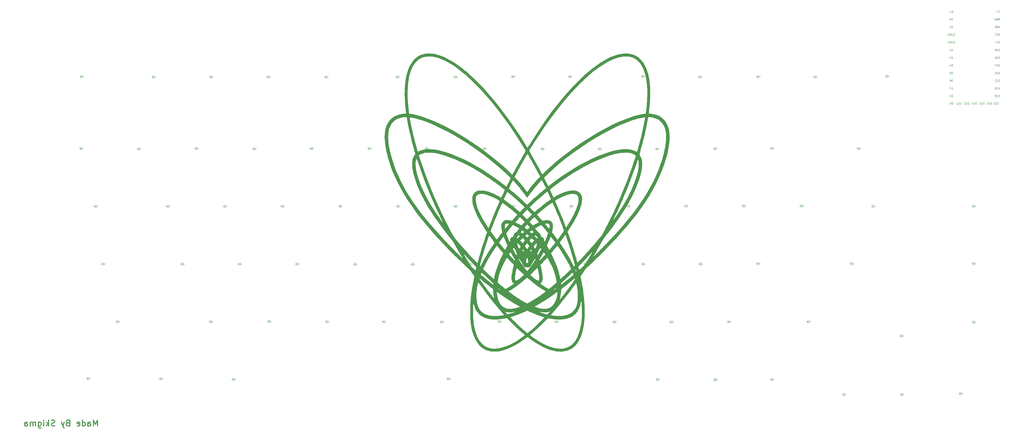
<source format=gbr>
%TF.GenerationSoftware,KiCad,Pcbnew,8.0.4*%
%TF.CreationDate,2024-09-14T21:21:30-04:00*%
%TF.ProjectId,mykeyboard2,6d796b65-7962-46f6-9172-64322e6b6963,rev?*%
%TF.SameCoordinates,Original*%
%TF.FileFunction,Legend,Bot*%
%TF.FilePolarity,Positive*%
%FSLAX46Y46*%
G04 Gerber Fmt 4.6, Leading zero omitted, Abs format (unit mm)*
G04 Created by KiCad (PCBNEW 8.0.4) date 2024-09-14 21:21:30*
%MOMM*%
%LPD*%
G01*
G04 APERTURE LIST*
%ADD10C,0.300000*%
%ADD11C,0.100000*%
%ADD12C,0.000000*%
G04 APERTURE END LIST*
D10*
X76851441Y-180214638D02*
X76851441Y-178214638D01*
X76851441Y-178214638D02*
X76184774Y-179643209D01*
X76184774Y-179643209D02*
X75518108Y-178214638D01*
X75518108Y-178214638D02*
X75518108Y-180214638D01*
X73708584Y-180214638D02*
X73708584Y-179167019D01*
X73708584Y-179167019D02*
X73803822Y-178976542D01*
X73803822Y-178976542D02*
X73994298Y-178881304D01*
X73994298Y-178881304D02*
X74375251Y-178881304D01*
X74375251Y-178881304D02*
X74565727Y-178976542D01*
X73708584Y-180119400D02*
X73899060Y-180214638D01*
X73899060Y-180214638D02*
X74375251Y-180214638D01*
X74375251Y-180214638D02*
X74565727Y-180119400D01*
X74565727Y-180119400D02*
X74660965Y-179928923D01*
X74660965Y-179928923D02*
X74660965Y-179738447D01*
X74660965Y-179738447D02*
X74565727Y-179547971D01*
X74565727Y-179547971D02*
X74375251Y-179452733D01*
X74375251Y-179452733D02*
X73899060Y-179452733D01*
X73899060Y-179452733D02*
X73708584Y-179357495D01*
X71899060Y-180214638D02*
X71899060Y-178214638D01*
X71899060Y-180119400D02*
X72089536Y-180214638D01*
X72089536Y-180214638D02*
X72470489Y-180214638D01*
X72470489Y-180214638D02*
X72660965Y-180119400D01*
X72660965Y-180119400D02*
X72756203Y-180024161D01*
X72756203Y-180024161D02*
X72851441Y-179833685D01*
X72851441Y-179833685D02*
X72851441Y-179262257D01*
X72851441Y-179262257D02*
X72756203Y-179071780D01*
X72756203Y-179071780D02*
X72660965Y-178976542D01*
X72660965Y-178976542D02*
X72470489Y-178881304D01*
X72470489Y-178881304D02*
X72089536Y-178881304D01*
X72089536Y-178881304D02*
X71899060Y-178976542D01*
X70184774Y-180119400D02*
X70375250Y-180214638D01*
X70375250Y-180214638D02*
X70756203Y-180214638D01*
X70756203Y-180214638D02*
X70946679Y-180119400D01*
X70946679Y-180119400D02*
X71041917Y-179928923D01*
X71041917Y-179928923D02*
X71041917Y-179167019D01*
X71041917Y-179167019D02*
X70946679Y-178976542D01*
X70946679Y-178976542D02*
X70756203Y-178881304D01*
X70756203Y-178881304D02*
X70375250Y-178881304D01*
X70375250Y-178881304D02*
X70184774Y-178976542D01*
X70184774Y-178976542D02*
X70089536Y-179167019D01*
X70089536Y-179167019D02*
X70089536Y-179357495D01*
X70089536Y-179357495D02*
X71041917Y-179547971D01*
X67041916Y-179167019D02*
X66756202Y-179262257D01*
X66756202Y-179262257D02*
X66660964Y-179357495D01*
X66660964Y-179357495D02*
X66565726Y-179547971D01*
X66565726Y-179547971D02*
X66565726Y-179833685D01*
X66565726Y-179833685D02*
X66660964Y-180024161D01*
X66660964Y-180024161D02*
X66756202Y-180119400D01*
X66756202Y-180119400D02*
X66946678Y-180214638D01*
X66946678Y-180214638D02*
X67708583Y-180214638D01*
X67708583Y-180214638D02*
X67708583Y-178214638D01*
X67708583Y-178214638D02*
X67041916Y-178214638D01*
X67041916Y-178214638D02*
X66851440Y-178309876D01*
X66851440Y-178309876D02*
X66756202Y-178405114D01*
X66756202Y-178405114D02*
X66660964Y-178595590D01*
X66660964Y-178595590D02*
X66660964Y-178786066D01*
X66660964Y-178786066D02*
X66756202Y-178976542D01*
X66756202Y-178976542D02*
X66851440Y-179071780D01*
X66851440Y-179071780D02*
X67041916Y-179167019D01*
X67041916Y-179167019D02*
X67708583Y-179167019D01*
X65899059Y-178881304D02*
X65422869Y-180214638D01*
X64946678Y-178881304D02*
X65422869Y-180214638D01*
X65422869Y-180214638D02*
X65613345Y-180690828D01*
X65613345Y-180690828D02*
X65708583Y-180786066D01*
X65708583Y-180786066D02*
X65899059Y-180881304D01*
X62756201Y-180119400D02*
X62470487Y-180214638D01*
X62470487Y-180214638D02*
X61994296Y-180214638D01*
X61994296Y-180214638D02*
X61803820Y-180119400D01*
X61803820Y-180119400D02*
X61708582Y-180024161D01*
X61708582Y-180024161D02*
X61613344Y-179833685D01*
X61613344Y-179833685D02*
X61613344Y-179643209D01*
X61613344Y-179643209D02*
X61708582Y-179452733D01*
X61708582Y-179452733D02*
X61803820Y-179357495D01*
X61803820Y-179357495D02*
X61994296Y-179262257D01*
X61994296Y-179262257D02*
X62375249Y-179167019D01*
X62375249Y-179167019D02*
X62565725Y-179071780D01*
X62565725Y-179071780D02*
X62660963Y-178976542D01*
X62660963Y-178976542D02*
X62756201Y-178786066D01*
X62756201Y-178786066D02*
X62756201Y-178595590D01*
X62756201Y-178595590D02*
X62660963Y-178405114D01*
X62660963Y-178405114D02*
X62565725Y-178309876D01*
X62565725Y-178309876D02*
X62375249Y-178214638D01*
X62375249Y-178214638D02*
X61899058Y-178214638D01*
X61899058Y-178214638D02*
X61613344Y-178309876D01*
X60756201Y-180214638D02*
X60756201Y-178214638D01*
X60565725Y-179452733D02*
X59994296Y-180214638D01*
X59994296Y-178881304D02*
X60756201Y-179643209D01*
X59137153Y-180214638D02*
X59137153Y-178881304D01*
X59137153Y-178214638D02*
X59232391Y-178309876D01*
X59232391Y-178309876D02*
X59137153Y-178405114D01*
X59137153Y-178405114D02*
X59041915Y-178309876D01*
X59041915Y-178309876D02*
X59137153Y-178214638D01*
X59137153Y-178214638D02*
X59137153Y-178405114D01*
X57327629Y-178881304D02*
X57327629Y-180500352D01*
X57327629Y-180500352D02*
X57422867Y-180690828D01*
X57422867Y-180690828D02*
X57518105Y-180786066D01*
X57518105Y-180786066D02*
X57708582Y-180881304D01*
X57708582Y-180881304D02*
X57994296Y-180881304D01*
X57994296Y-180881304D02*
X58184772Y-180786066D01*
X57327629Y-180119400D02*
X57518105Y-180214638D01*
X57518105Y-180214638D02*
X57899058Y-180214638D01*
X57899058Y-180214638D02*
X58089534Y-180119400D01*
X58089534Y-180119400D02*
X58184772Y-180024161D01*
X58184772Y-180024161D02*
X58280010Y-179833685D01*
X58280010Y-179833685D02*
X58280010Y-179262257D01*
X58280010Y-179262257D02*
X58184772Y-179071780D01*
X58184772Y-179071780D02*
X58089534Y-178976542D01*
X58089534Y-178976542D02*
X57899058Y-178881304D01*
X57899058Y-178881304D02*
X57518105Y-178881304D01*
X57518105Y-178881304D02*
X57327629Y-178976542D01*
X56375248Y-180214638D02*
X56375248Y-178881304D01*
X56375248Y-179071780D02*
X56280010Y-178976542D01*
X56280010Y-178976542D02*
X56089534Y-178881304D01*
X56089534Y-178881304D02*
X55803819Y-178881304D01*
X55803819Y-178881304D02*
X55613343Y-178976542D01*
X55613343Y-178976542D02*
X55518105Y-179167019D01*
X55518105Y-179167019D02*
X55518105Y-180214638D01*
X55518105Y-179167019D02*
X55422867Y-178976542D01*
X55422867Y-178976542D02*
X55232391Y-178881304D01*
X55232391Y-178881304D02*
X54946677Y-178881304D01*
X54946677Y-178881304D02*
X54756200Y-178976542D01*
X54756200Y-178976542D02*
X54660962Y-179167019D01*
X54660962Y-179167019D02*
X54660962Y-180214638D01*
X52851438Y-180214638D02*
X52851438Y-179167019D01*
X52851438Y-179167019D02*
X52946676Y-178976542D01*
X52946676Y-178976542D02*
X53137152Y-178881304D01*
X53137152Y-178881304D02*
X53518105Y-178881304D01*
X53518105Y-178881304D02*
X53708581Y-178976542D01*
X52851438Y-180119400D02*
X53041914Y-180214638D01*
X53041914Y-180214638D02*
X53518105Y-180214638D01*
X53518105Y-180214638D02*
X53708581Y-180119400D01*
X53708581Y-180119400D02*
X53803819Y-179928923D01*
X53803819Y-179928923D02*
X53803819Y-179738447D01*
X53803819Y-179738447D02*
X53708581Y-179547971D01*
X53708581Y-179547971D02*
X53518105Y-179452733D01*
X53518105Y-179452733D02*
X53041914Y-179452733D01*
X53041914Y-179452733D02*
X52851438Y-179357495D01*
D11*
X359805229Y-68717554D02*
X359805229Y-68117554D01*
X359805229Y-68117554D02*
X359662372Y-68117554D01*
X359662372Y-68117554D02*
X359576658Y-68146125D01*
X359576658Y-68146125D02*
X359519515Y-68203268D01*
X359519515Y-68203268D02*
X359490944Y-68260411D01*
X359490944Y-68260411D02*
X359462372Y-68374697D01*
X359462372Y-68374697D02*
X359462372Y-68460411D01*
X359462372Y-68460411D02*
X359490944Y-68574697D01*
X359490944Y-68574697D02*
X359519515Y-68631840D01*
X359519515Y-68631840D02*
X359576658Y-68688983D01*
X359576658Y-68688983D02*
X359662372Y-68717554D01*
X359662372Y-68717554D02*
X359805229Y-68717554D01*
X359262372Y-68117554D02*
X358862372Y-68117554D01*
X358862372Y-68117554D02*
X359119515Y-68717554D01*
X362631157Y-73710573D02*
X362631157Y-73110573D01*
X362631157Y-73110573D02*
X362488300Y-73110573D01*
X362488300Y-73110573D02*
X362402586Y-73139144D01*
X362402586Y-73139144D02*
X362345443Y-73196287D01*
X362345443Y-73196287D02*
X362316872Y-73253430D01*
X362316872Y-73253430D02*
X362288300Y-73367716D01*
X362288300Y-73367716D02*
X362288300Y-73453430D01*
X362288300Y-73453430D02*
X362316872Y-73567716D01*
X362316872Y-73567716D02*
X362345443Y-73624859D01*
X362345443Y-73624859D02*
X362402586Y-73682002D01*
X362402586Y-73682002D02*
X362488300Y-73710573D01*
X362488300Y-73710573D02*
X362631157Y-73710573D01*
X361716872Y-73710573D02*
X362059729Y-73710573D01*
X361888300Y-73710573D02*
X361888300Y-73110573D01*
X361888300Y-73110573D02*
X361945443Y-73196287D01*
X361945443Y-73196287D02*
X362002586Y-73253430D01*
X362002586Y-73253430D02*
X362059729Y-73282002D01*
X361488300Y-73167716D02*
X361459728Y-73139144D01*
X361459728Y-73139144D02*
X361402586Y-73110573D01*
X361402586Y-73110573D02*
X361259728Y-73110573D01*
X361259728Y-73110573D02*
X361202586Y-73139144D01*
X361202586Y-73139144D02*
X361174014Y-73167716D01*
X361174014Y-73167716D02*
X361145443Y-73224859D01*
X361145443Y-73224859D02*
X361145443Y-73282002D01*
X361145443Y-73282002D02*
X361174014Y-73367716D01*
X361174014Y-73367716D02*
X361516871Y-73710573D01*
X361516871Y-73710573D02*
X361145443Y-73710573D01*
X370250092Y-73710573D02*
X370250092Y-73110573D01*
X370250092Y-73110573D02*
X370107235Y-73110573D01*
X370107235Y-73110573D02*
X370021521Y-73139144D01*
X370021521Y-73139144D02*
X369964378Y-73196287D01*
X369964378Y-73196287D02*
X369935807Y-73253430D01*
X369935807Y-73253430D02*
X369907235Y-73367716D01*
X369907235Y-73367716D02*
X369907235Y-73453430D01*
X369907235Y-73453430D02*
X369935807Y-73567716D01*
X369935807Y-73567716D02*
X369964378Y-73624859D01*
X369964378Y-73624859D02*
X370021521Y-73682002D01*
X370021521Y-73682002D02*
X370107235Y-73710573D01*
X370107235Y-73710573D02*
X370250092Y-73710573D01*
X369335807Y-73710573D02*
X369678664Y-73710573D01*
X369507235Y-73710573D02*
X369507235Y-73110573D01*
X369507235Y-73110573D02*
X369564378Y-73196287D01*
X369564378Y-73196287D02*
X369621521Y-73253430D01*
X369621521Y-73253430D02*
X369678664Y-73282002D01*
X368792949Y-73110573D02*
X369078663Y-73110573D01*
X369078663Y-73110573D02*
X369107235Y-73396287D01*
X369107235Y-73396287D02*
X369078663Y-73367716D01*
X369078663Y-73367716D02*
X369021521Y-73339144D01*
X369021521Y-73339144D02*
X368878663Y-73339144D01*
X368878663Y-73339144D02*
X368821521Y-73367716D01*
X368821521Y-73367716D02*
X368792949Y-73396287D01*
X368792949Y-73396287D02*
X368764378Y-73453430D01*
X368764378Y-73453430D02*
X368764378Y-73596287D01*
X368764378Y-73596287D02*
X368792949Y-73653430D01*
X368792949Y-73653430D02*
X368821521Y-73682002D01*
X368821521Y-73682002D02*
X368878663Y-73710573D01*
X368878663Y-73710573D02*
X369021521Y-73710573D01*
X369021521Y-73710573D02*
X369078663Y-73682002D01*
X369078663Y-73682002D02*
X369107235Y-73653430D01*
X359805229Y-56017574D02*
X359805229Y-55417574D01*
X359805229Y-55417574D02*
X359662372Y-55417574D01*
X359662372Y-55417574D02*
X359576658Y-55446145D01*
X359576658Y-55446145D02*
X359519515Y-55503288D01*
X359519515Y-55503288D02*
X359490944Y-55560431D01*
X359490944Y-55560431D02*
X359462372Y-55674717D01*
X359462372Y-55674717D02*
X359462372Y-55760431D01*
X359462372Y-55760431D02*
X359490944Y-55874717D01*
X359490944Y-55874717D02*
X359519515Y-55931860D01*
X359519515Y-55931860D02*
X359576658Y-55989003D01*
X359576658Y-55989003D02*
X359662372Y-56017574D01*
X359662372Y-56017574D02*
X359805229Y-56017574D01*
X359233801Y-55474717D02*
X359205229Y-55446145D01*
X359205229Y-55446145D02*
X359148087Y-55417574D01*
X359148087Y-55417574D02*
X359005229Y-55417574D01*
X359005229Y-55417574D02*
X358948087Y-55446145D01*
X358948087Y-55446145D02*
X358919515Y-55474717D01*
X358919515Y-55474717D02*
X358890944Y-55531860D01*
X358890944Y-55531860D02*
X358890944Y-55589003D01*
X358890944Y-55589003D02*
X358919515Y-55674717D01*
X358919515Y-55674717D02*
X359262372Y-56017574D01*
X359262372Y-56017574D02*
X358890944Y-56017574D01*
X375333579Y-61099915D02*
X375333579Y-60499915D01*
X375333579Y-60499915D02*
X375190722Y-60499915D01*
X375190722Y-60499915D02*
X375105008Y-60528486D01*
X375105008Y-60528486D02*
X375047865Y-60585629D01*
X375047865Y-60585629D02*
X375019294Y-60642772D01*
X375019294Y-60642772D02*
X374990722Y-60757058D01*
X374990722Y-60757058D02*
X374990722Y-60842772D01*
X374990722Y-60842772D02*
X375019294Y-60957058D01*
X375019294Y-60957058D02*
X375047865Y-61014201D01*
X375047865Y-61014201D02*
X375105008Y-61071344D01*
X375105008Y-61071344D02*
X375190722Y-61099915D01*
X375190722Y-61099915D02*
X375333579Y-61099915D01*
X374762151Y-60557058D02*
X374733579Y-60528486D01*
X374733579Y-60528486D02*
X374676437Y-60499915D01*
X374676437Y-60499915D02*
X374533579Y-60499915D01*
X374533579Y-60499915D02*
X374476437Y-60528486D01*
X374476437Y-60528486D02*
X374447865Y-60557058D01*
X374447865Y-60557058D02*
X374419294Y-60614201D01*
X374419294Y-60614201D02*
X374419294Y-60671344D01*
X374419294Y-60671344D02*
X374447865Y-60757058D01*
X374447865Y-60757058D02*
X374790722Y-61099915D01*
X374790722Y-61099915D02*
X374419294Y-61099915D01*
X374219293Y-60499915D02*
X373819293Y-60499915D01*
X373819293Y-60499915D02*
X374076436Y-61099915D01*
X359805229Y-71252063D02*
X359805229Y-70652063D01*
X359805229Y-70652063D02*
X359662372Y-70652063D01*
X359662372Y-70652063D02*
X359576658Y-70680634D01*
X359576658Y-70680634D02*
X359519515Y-70737777D01*
X359519515Y-70737777D02*
X359490944Y-70794920D01*
X359490944Y-70794920D02*
X359462372Y-70909206D01*
X359462372Y-70909206D02*
X359462372Y-70994920D01*
X359462372Y-70994920D02*
X359490944Y-71109206D01*
X359490944Y-71109206D02*
X359519515Y-71166349D01*
X359519515Y-71166349D02*
X359576658Y-71223492D01*
X359576658Y-71223492D02*
X359662372Y-71252063D01*
X359662372Y-71252063D02*
X359805229Y-71252063D01*
X359119515Y-70909206D02*
X359176658Y-70880634D01*
X359176658Y-70880634D02*
X359205229Y-70852063D01*
X359205229Y-70852063D02*
X359233801Y-70794920D01*
X359233801Y-70794920D02*
X359233801Y-70766349D01*
X359233801Y-70766349D02*
X359205229Y-70709206D01*
X359205229Y-70709206D02*
X359176658Y-70680634D01*
X359176658Y-70680634D02*
X359119515Y-70652063D01*
X359119515Y-70652063D02*
X359005229Y-70652063D01*
X359005229Y-70652063D02*
X358948087Y-70680634D01*
X358948087Y-70680634D02*
X358919515Y-70709206D01*
X358919515Y-70709206D02*
X358890944Y-70766349D01*
X358890944Y-70766349D02*
X358890944Y-70794920D01*
X358890944Y-70794920D02*
X358919515Y-70852063D01*
X358919515Y-70852063D02*
X358948087Y-70880634D01*
X358948087Y-70880634D02*
X359005229Y-70909206D01*
X359005229Y-70909206D02*
X359119515Y-70909206D01*
X359119515Y-70909206D02*
X359176658Y-70937777D01*
X359176658Y-70937777D02*
X359205229Y-70966349D01*
X359205229Y-70966349D02*
X359233801Y-71023492D01*
X359233801Y-71023492D02*
X359233801Y-71137777D01*
X359233801Y-71137777D02*
X359205229Y-71194920D01*
X359205229Y-71194920D02*
X359176658Y-71223492D01*
X359176658Y-71223492D02*
X359119515Y-71252063D01*
X359119515Y-71252063D02*
X359005229Y-71252063D01*
X359005229Y-71252063D02*
X358948087Y-71223492D01*
X358948087Y-71223492D02*
X358919515Y-71194920D01*
X358919515Y-71194920D02*
X358890944Y-71137777D01*
X358890944Y-71137777D02*
X358890944Y-71023492D01*
X358890944Y-71023492D02*
X358919515Y-70966349D01*
X358919515Y-70966349D02*
X358948087Y-70937777D01*
X358948087Y-70937777D02*
X359005229Y-70909206D01*
X359926229Y-73715573D02*
X359926229Y-73115573D01*
X359926229Y-73115573D02*
X359783372Y-73115573D01*
X359783372Y-73115573D02*
X359697658Y-73144144D01*
X359697658Y-73144144D02*
X359640515Y-73201287D01*
X359640515Y-73201287D02*
X359611944Y-73258430D01*
X359611944Y-73258430D02*
X359583372Y-73372716D01*
X359583372Y-73372716D02*
X359583372Y-73458430D01*
X359583372Y-73458430D02*
X359611944Y-73572716D01*
X359611944Y-73572716D02*
X359640515Y-73629859D01*
X359640515Y-73629859D02*
X359697658Y-73687002D01*
X359697658Y-73687002D02*
X359783372Y-73715573D01*
X359783372Y-73715573D02*
X359926229Y-73715573D01*
X359297658Y-73715573D02*
X359183372Y-73715573D01*
X359183372Y-73715573D02*
X359126229Y-73687002D01*
X359126229Y-73687002D02*
X359097658Y-73658430D01*
X359097658Y-73658430D02*
X359040515Y-73572716D01*
X359040515Y-73572716D02*
X359011944Y-73458430D01*
X359011944Y-73458430D02*
X359011944Y-73229859D01*
X359011944Y-73229859D02*
X359040515Y-73172716D01*
X359040515Y-73172716D02*
X359069087Y-73144144D01*
X359069087Y-73144144D02*
X359126229Y-73115573D01*
X359126229Y-73115573D02*
X359240515Y-73115573D01*
X359240515Y-73115573D02*
X359297658Y-73144144D01*
X359297658Y-73144144D02*
X359326229Y-73172716D01*
X359326229Y-73172716D02*
X359354801Y-73229859D01*
X359354801Y-73229859D02*
X359354801Y-73372716D01*
X359354801Y-73372716D02*
X359326229Y-73429859D01*
X359326229Y-73429859D02*
X359297658Y-73458430D01*
X359297658Y-73458430D02*
X359240515Y-73487002D01*
X359240515Y-73487002D02*
X359126229Y-73487002D01*
X359126229Y-73487002D02*
X359069087Y-73458430D01*
X359069087Y-73458430D02*
X359040515Y-73429859D01*
X359040515Y-73429859D02*
X359011944Y-73372716D01*
X365165666Y-73710573D02*
X365165666Y-73110573D01*
X365165666Y-73110573D02*
X365022809Y-73110573D01*
X365022809Y-73110573D02*
X364937095Y-73139144D01*
X364937095Y-73139144D02*
X364879952Y-73196287D01*
X364879952Y-73196287D02*
X364851381Y-73253430D01*
X364851381Y-73253430D02*
X364822809Y-73367716D01*
X364822809Y-73367716D02*
X364822809Y-73453430D01*
X364822809Y-73453430D02*
X364851381Y-73567716D01*
X364851381Y-73567716D02*
X364879952Y-73624859D01*
X364879952Y-73624859D02*
X364937095Y-73682002D01*
X364937095Y-73682002D02*
X365022809Y-73710573D01*
X365022809Y-73710573D02*
X365165666Y-73710573D01*
X364251381Y-73710573D02*
X364594238Y-73710573D01*
X364422809Y-73710573D02*
X364422809Y-73110573D01*
X364422809Y-73110573D02*
X364479952Y-73196287D01*
X364479952Y-73196287D02*
X364537095Y-73253430D01*
X364537095Y-73253430D02*
X364594238Y-73282002D01*
X364051380Y-73110573D02*
X363679952Y-73110573D01*
X363679952Y-73110573D02*
X363879952Y-73339144D01*
X363879952Y-73339144D02*
X363794237Y-73339144D01*
X363794237Y-73339144D02*
X363737095Y-73367716D01*
X363737095Y-73367716D02*
X363708523Y-73396287D01*
X363708523Y-73396287D02*
X363679952Y-73453430D01*
X363679952Y-73453430D02*
X363679952Y-73596287D01*
X363679952Y-73596287D02*
X363708523Y-73653430D01*
X363708523Y-73653430D02*
X363737095Y-73682002D01*
X363737095Y-73682002D02*
X363794237Y-73710573D01*
X363794237Y-73710573D02*
X363965666Y-73710573D01*
X363965666Y-73710573D02*
X364022809Y-73682002D01*
X364022809Y-73682002D02*
X364051380Y-73653430D01*
X375333579Y-63642128D02*
X375333579Y-63042128D01*
X375333579Y-63042128D02*
X375190722Y-63042128D01*
X375190722Y-63042128D02*
X375105008Y-63070699D01*
X375105008Y-63070699D02*
X375047865Y-63127842D01*
X375047865Y-63127842D02*
X375019294Y-63184985D01*
X375019294Y-63184985D02*
X374990722Y-63299271D01*
X374990722Y-63299271D02*
X374990722Y-63384985D01*
X374990722Y-63384985D02*
X375019294Y-63499271D01*
X375019294Y-63499271D02*
X375047865Y-63556414D01*
X375047865Y-63556414D02*
X375105008Y-63613557D01*
X375105008Y-63613557D02*
X375190722Y-63642128D01*
X375190722Y-63642128D02*
X375333579Y-63642128D01*
X374762151Y-63099271D02*
X374733579Y-63070699D01*
X374733579Y-63070699D02*
X374676437Y-63042128D01*
X374676437Y-63042128D02*
X374533579Y-63042128D01*
X374533579Y-63042128D02*
X374476437Y-63070699D01*
X374476437Y-63070699D02*
X374447865Y-63099271D01*
X374447865Y-63099271D02*
X374419294Y-63156414D01*
X374419294Y-63156414D02*
X374419294Y-63213557D01*
X374419294Y-63213557D02*
X374447865Y-63299271D01*
X374447865Y-63299271D02*
X374790722Y-63642128D01*
X374790722Y-63642128D02*
X374419294Y-63642128D01*
X373905008Y-63042128D02*
X374019293Y-63042128D01*
X374019293Y-63042128D02*
X374076436Y-63070699D01*
X374076436Y-63070699D02*
X374105008Y-63099271D01*
X374105008Y-63099271D02*
X374162150Y-63184985D01*
X374162150Y-63184985D02*
X374190722Y-63299271D01*
X374190722Y-63299271D02*
X374190722Y-63527842D01*
X374190722Y-63527842D02*
X374162150Y-63584985D01*
X374162150Y-63584985D02*
X374133579Y-63613557D01*
X374133579Y-63613557D02*
X374076436Y-63642128D01*
X374076436Y-63642128D02*
X373962150Y-63642128D01*
X373962150Y-63642128D02*
X373905008Y-63613557D01*
X373905008Y-63613557D02*
X373876436Y-63584985D01*
X373876436Y-63584985D02*
X373847865Y-63527842D01*
X373847865Y-63527842D02*
X373847865Y-63384985D01*
X373847865Y-63384985D02*
X373876436Y-63327842D01*
X373876436Y-63327842D02*
X373905008Y-63299271D01*
X373905008Y-63299271D02*
X373962150Y-63270699D01*
X373962150Y-63270699D02*
X374076436Y-63270699D01*
X374076436Y-63270699D02*
X374133579Y-63299271D01*
X374133579Y-63299271D02*
X374162150Y-63327842D01*
X374162150Y-63327842D02*
X374190722Y-63384985D01*
X359805229Y-48395258D02*
X359805229Y-47795258D01*
X359805229Y-47795258D02*
X359662372Y-47795258D01*
X359662372Y-47795258D02*
X359576658Y-47823829D01*
X359576658Y-47823829D02*
X359519515Y-47880972D01*
X359519515Y-47880972D02*
X359490944Y-47938115D01*
X359490944Y-47938115D02*
X359462372Y-48052401D01*
X359462372Y-48052401D02*
X359462372Y-48138115D01*
X359462372Y-48138115D02*
X359490944Y-48252401D01*
X359490944Y-48252401D02*
X359519515Y-48309544D01*
X359519515Y-48309544D02*
X359576658Y-48366687D01*
X359576658Y-48366687D02*
X359662372Y-48395258D01*
X359662372Y-48395258D02*
X359805229Y-48395258D01*
X358890944Y-48395258D02*
X359233801Y-48395258D01*
X359062372Y-48395258D02*
X359062372Y-47795258D01*
X359062372Y-47795258D02*
X359119515Y-47880972D01*
X359119515Y-47880972D02*
X359176658Y-47938115D01*
X359176658Y-47938115D02*
X359233801Y-47966687D01*
X359805229Y-45862574D02*
X359805229Y-45262574D01*
X359805229Y-45262574D02*
X359662372Y-45262574D01*
X359662372Y-45262574D02*
X359576658Y-45291145D01*
X359576658Y-45291145D02*
X359519515Y-45348288D01*
X359519515Y-45348288D02*
X359490944Y-45405431D01*
X359490944Y-45405431D02*
X359462372Y-45519717D01*
X359462372Y-45519717D02*
X359462372Y-45605431D01*
X359462372Y-45605431D02*
X359490944Y-45719717D01*
X359490944Y-45719717D02*
X359519515Y-45776860D01*
X359519515Y-45776860D02*
X359576658Y-45834003D01*
X359576658Y-45834003D02*
X359662372Y-45862574D01*
X359662372Y-45862574D02*
X359805229Y-45862574D01*
X359090944Y-45262574D02*
X359033801Y-45262574D01*
X359033801Y-45262574D02*
X358976658Y-45291145D01*
X358976658Y-45291145D02*
X358948087Y-45319717D01*
X358948087Y-45319717D02*
X358919515Y-45376860D01*
X358919515Y-45376860D02*
X358890944Y-45491145D01*
X358890944Y-45491145D02*
X358890944Y-45634003D01*
X358890944Y-45634003D02*
X358919515Y-45748288D01*
X358919515Y-45748288D02*
X358948087Y-45805431D01*
X358948087Y-45805431D02*
X358976658Y-45834003D01*
X358976658Y-45834003D02*
X359033801Y-45862574D01*
X359033801Y-45862574D02*
X359090944Y-45862574D01*
X359090944Y-45862574D02*
X359148087Y-45834003D01*
X359148087Y-45834003D02*
X359176658Y-45805431D01*
X359176658Y-45805431D02*
X359205229Y-45748288D01*
X359205229Y-45748288D02*
X359233801Y-45634003D01*
X359233801Y-45634003D02*
X359233801Y-45491145D01*
X359233801Y-45491145D02*
X359205229Y-45376860D01*
X359205229Y-45376860D02*
X359176658Y-45319717D01*
X359176658Y-45319717D02*
X359148087Y-45291145D01*
X359148087Y-45291145D02*
X359090944Y-45262574D01*
X359805229Y-63633128D02*
X359805229Y-63033128D01*
X359805229Y-63033128D02*
X359662372Y-63033128D01*
X359662372Y-63033128D02*
X359576658Y-63061699D01*
X359576658Y-63061699D02*
X359519515Y-63118842D01*
X359519515Y-63118842D02*
X359490944Y-63175985D01*
X359490944Y-63175985D02*
X359462372Y-63290271D01*
X359462372Y-63290271D02*
X359462372Y-63375985D01*
X359462372Y-63375985D02*
X359490944Y-63490271D01*
X359490944Y-63490271D02*
X359519515Y-63547414D01*
X359519515Y-63547414D02*
X359576658Y-63604557D01*
X359576658Y-63604557D02*
X359662372Y-63633128D01*
X359662372Y-63633128D02*
X359805229Y-63633128D01*
X358919515Y-63033128D02*
X359205229Y-63033128D01*
X359205229Y-63033128D02*
X359233801Y-63318842D01*
X359233801Y-63318842D02*
X359205229Y-63290271D01*
X359205229Y-63290271D02*
X359148087Y-63261699D01*
X359148087Y-63261699D02*
X359005229Y-63261699D01*
X359005229Y-63261699D02*
X358948087Y-63290271D01*
X358948087Y-63290271D02*
X358919515Y-63318842D01*
X358919515Y-63318842D02*
X358890944Y-63375985D01*
X358890944Y-63375985D02*
X358890944Y-63518842D01*
X358890944Y-63518842D02*
X358919515Y-63575985D01*
X358919515Y-63575985D02*
X358948087Y-63604557D01*
X358948087Y-63604557D02*
X359005229Y-63633128D01*
X359005229Y-63633128D02*
X359148087Y-63633128D01*
X359148087Y-63633128D02*
X359205229Y-63604557D01*
X359205229Y-63604557D02*
X359233801Y-63575985D01*
X359805229Y-58558374D02*
X359805229Y-57958374D01*
X359805229Y-57958374D02*
X359662372Y-57958374D01*
X359662372Y-57958374D02*
X359576658Y-57986945D01*
X359576658Y-57986945D02*
X359519515Y-58044088D01*
X359519515Y-58044088D02*
X359490944Y-58101231D01*
X359490944Y-58101231D02*
X359462372Y-58215517D01*
X359462372Y-58215517D02*
X359462372Y-58301231D01*
X359462372Y-58301231D02*
X359490944Y-58415517D01*
X359490944Y-58415517D02*
X359519515Y-58472660D01*
X359519515Y-58472660D02*
X359576658Y-58529803D01*
X359576658Y-58529803D02*
X359662372Y-58558374D01*
X359662372Y-58558374D02*
X359805229Y-58558374D01*
X359262372Y-57958374D02*
X358890944Y-57958374D01*
X358890944Y-57958374D02*
X359090944Y-58186945D01*
X359090944Y-58186945D02*
X359005229Y-58186945D01*
X359005229Y-58186945D02*
X358948087Y-58215517D01*
X358948087Y-58215517D02*
X358919515Y-58244088D01*
X358919515Y-58244088D02*
X358890944Y-58301231D01*
X358890944Y-58301231D02*
X358890944Y-58444088D01*
X358890944Y-58444088D02*
X358919515Y-58501231D01*
X358919515Y-58501231D02*
X358948087Y-58529803D01*
X358948087Y-58529803D02*
X359005229Y-58558374D01*
X359005229Y-58558374D02*
X359176658Y-58558374D01*
X359176658Y-58558374D02*
X359233801Y-58529803D01*
X359233801Y-58529803D02*
X359262372Y-58501231D01*
X360208332Y-52895348D02*
X360255951Y-52866777D01*
X360255951Y-52866777D02*
X360327380Y-52866777D01*
X360327380Y-52866777D02*
X360398808Y-52895348D01*
X360398808Y-52895348D02*
X360446427Y-52952491D01*
X360446427Y-52952491D02*
X360470237Y-53009634D01*
X360470237Y-53009634D02*
X360494046Y-53123920D01*
X360494046Y-53123920D02*
X360494046Y-53209634D01*
X360494046Y-53209634D02*
X360470237Y-53323920D01*
X360470237Y-53323920D02*
X360446427Y-53381063D01*
X360446427Y-53381063D02*
X360398808Y-53438206D01*
X360398808Y-53438206D02*
X360327380Y-53466777D01*
X360327380Y-53466777D02*
X360279761Y-53466777D01*
X360279761Y-53466777D02*
X360208332Y-53438206D01*
X360208332Y-53438206D02*
X360184523Y-53409634D01*
X360184523Y-53409634D02*
X360184523Y-53209634D01*
X360184523Y-53209634D02*
X360279761Y-53209634D01*
X359851189Y-53666777D02*
X359851189Y-52809634D01*
X359494047Y-53466777D02*
X359494047Y-52866777D01*
X359494047Y-52866777D02*
X359374999Y-52866777D01*
X359374999Y-52866777D02*
X359303571Y-52895348D01*
X359303571Y-52895348D02*
X359255952Y-52952491D01*
X359255952Y-52952491D02*
X359232142Y-53009634D01*
X359232142Y-53009634D02*
X359208333Y-53123920D01*
X359208333Y-53123920D02*
X359208333Y-53209634D01*
X359208333Y-53209634D02*
X359232142Y-53323920D01*
X359232142Y-53323920D02*
X359255952Y-53381063D01*
X359255952Y-53381063D02*
X359303571Y-53438206D01*
X359303571Y-53438206D02*
X359374999Y-53466777D01*
X359374999Y-53466777D02*
X359494047Y-53466777D01*
X358732142Y-53466777D02*
X359017856Y-53466777D01*
X358874999Y-53466777D02*
X358874999Y-52866777D01*
X358874999Y-52866777D02*
X358922618Y-52952491D01*
X358922618Y-52952491D02*
X358970237Y-53009634D01*
X358970237Y-53009634D02*
X359017856Y-53038206D01*
X358255952Y-53466777D02*
X358541666Y-53466777D01*
X358398809Y-53466777D02*
X358398809Y-52866777D01*
X358398809Y-52866777D02*
X358446428Y-52952491D01*
X358446428Y-52952491D02*
X358494047Y-53009634D01*
X358494047Y-53009634D02*
X358541666Y-53038206D01*
X359805229Y-66175341D02*
X359805229Y-65575341D01*
X359805229Y-65575341D02*
X359662372Y-65575341D01*
X359662372Y-65575341D02*
X359576658Y-65603912D01*
X359576658Y-65603912D02*
X359519515Y-65661055D01*
X359519515Y-65661055D02*
X359490944Y-65718198D01*
X359490944Y-65718198D02*
X359462372Y-65832484D01*
X359462372Y-65832484D02*
X359462372Y-65918198D01*
X359462372Y-65918198D02*
X359490944Y-66032484D01*
X359490944Y-66032484D02*
X359519515Y-66089627D01*
X359519515Y-66089627D02*
X359576658Y-66146770D01*
X359576658Y-66146770D02*
X359662372Y-66175341D01*
X359662372Y-66175341D02*
X359805229Y-66175341D01*
X358948087Y-65575341D02*
X359062372Y-65575341D01*
X359062372Y-65575341D02*
X359119515Y-65603912D01*
X359119515Y-65603912D02*
X359148087Y-65632484D01*
X359148087Y-65632484D02*
X359205229Y-65718198D01*
X359205229Y-65718198D02*
X359233801Y-65832484D01*
X359233801Y-65832484D02*
X359233801Y-66061055D01*
X359233801Y-66061055D02*
X359205229Y-66118198D01*
X359205229Y-66118198D02*
X359176658Y-66146770D01*
X359176658Y-66146770D02*
X359119515Y-66175341D01*
X359119515Y-66175341D02*
X359005229Y-66175341D01*
X359005229Y-66175341D02*
X358948087Y-66146770D01*
X358948087Y-66146770D02*
X358919515Y-66118198D01*
X358919515Y-66118198D02*
X358890944Y-66061055D01*
X358890944Y-66061055D02*
X358890944Y-65918198D01*
X358890944Y-65918198D02*
X358919515Y-65861055D01*
X358919515Y-65861055D02*
X358948087Y-65832484D01*
X358948087Y-65832484D02*
X359005229Y-65803912D01*
X359005229Y-65803912D02*
X359119515Y-65803912D01*
X359119515Y-65803912D02*
X359176658Y-65832484D01*
X359176658Y-65832484D02*
X359205229Y-65861055D01*
X359205229Y-65861055D02*
X359233801Y-65918198D01*
X375133570Y-43313871D02*
X375133570Y-42713871D01*
X375133570Y-42713871D02*
X374990713Y-42713871D01*
X374990713Y-42713871D02*
X374904999Y-42742442D01*
X374904999Y-42742442D02*
X374847856Y-42799585D01*
X374847856Y-42799585D02*
X374819285Y-42856728D01*
X374819285Y-42856728D02*
X374790713Y-42971014D01*
X374790713Y-42971014D02*
X374790713Y-43056728D01*
X374790713Y-43056728D02*
X374819285Y-43171014D01*
X374819285Y-43171014D02*
X374847856Y-43228157D01*
X374847856Y-43228157D02*
X374904999Y-43285300D01*
X374904999Y-43285300D02*
X374990713Y-43313871D01*
X374990713Y-43313871D02*
X375133570Y-43313871D01*
X374533570Y-43085300D02*
X374076428Y-43085300D01*
X375333579Y-56006245D02*
X375333579Y-55406245D01*
X375333579Y-55406245D02*
X375190722Y-55406245D01*
X375190722Y-55406245D02*
X375105008Y-55434816D01*
X375105008Y-55434816D02*
X375047865Y-55491959D01*
X375047865Y-55491959D02*
X375019294Y-55549102D01*
X375019294Y-55549102D02*
X374990722Y-55663388D01*
X374990722Y-55663388D02*
X374990722Y-55749102D01*
X374990722Y-55749102D02*
X375019294Y-55863388D01*
X375019294Y-55863388D02*
X375047865Y-55920531D01*
X375047865Y-55920531D02*
X375105008Y-55977674D01*
X375105008Y-55977674D02*
X375190722Y-56006245D01*
X375190722Y-56006245D02*
X375333579Y-56006245D01*
X374762151Y-55463388D02*
X374733579Y-55434816D01*
X374733579Y-55434816D02*
X374676437Y-55406245D01*
X374676437Y-55406245D02*
X374533579Y-55406245D01*
X374533579Y-55406245D02*
X374476437Y-55434816D01*
X374476437Y-55434816D02*
X374447865Y-55463388D01*
X374447865Y-55463388D02*
X374419294Y-55520531D01*
X374419294Y-55520531D02*
X374419294Y-55577674D01*
X374419294Y-55577674D02*
X374447865Y-55663388D01*
X374447865Y-55663388D02*
X374790722Y-56006245D01*
X374790722Y-56006245D02*
X374419294Y-56006245D01*
X374133579Y-56006245D02*
X374019293Y-56006245D01*
X374019293Y-56006245D02*
X373962150Y-55977674D01*
X373962150Y-55977674D02*
X373933579Y-55949102D01*
X373933579Y-55949102D02*
X373876436Y-55863388D01*
X373876436Y-55863388D02*
X373847865Y-55749102D01*
X373847865Y-55749102D02*
X373847865Y-55520531D01*
X373847865Y-55520531D02*
X373876436Y-55463388D01*
X373876436Y-55463388D02*
X373905008Y-55434816D01*
X373905008Y-55434816D02*
X373962150Y-55406245D01*
X373962150Y-55406245D02*
X374076436Y-55406245D01*
X374076436Y-55406245D02*
X374133579Y-55434816D01*
X374133579Y-55434816D02*
X374162150Y-55463388D01*
X374162150Y-55463388D02*
X374190722Y-55520531D01*
X374190722Y-55520531D02*
X374190722Y-55663388D01*
X374190722Y-55663388D02*
X374162150Y-55720531D01*
X374162150Y-55720531D02*
X374133579Y-55749102D01*
X374133579Y-55749102D02*
X374076436Y-55777674D01*
X374076436Y-55777674D02*
X373962150Y-55777674D01*
X373962150Y-55777674D02*
X373905008Y-55749102D01*
X373905008Y-55749102D02*
X373876436Y-55720531D01*
X373876436Y-55720531D02*
X373847865Y-55663388D01*
X374999277Y-45856083D02*
X375199277Y-45570369D01*
X375342134Y-45856083D02*
X375342134Y-45256083D01*
X375342134Y-45256083D02*
X375113563Y-45256083D01*
X375113563Y-45256083D02*
X375056420Y-45284654D01*
X375056420Y-45284654D02*
X375027849Y-45313226D01*
X375027849Y-45313226D02*
X374999277Y-45370369D01*
X374999277Y-45370369D02*
X374999277Y-45456083D01*
X374999277Y-45456083D02*
X375027849Y-45513226D01*
X375027849Y-45513226D02*
X375056420Y-45541797D01*
X375056420Y-45541797D02*
X375113563Y-45570369D01*
X375113563Y-45570369D02*
X375342134Y-45570369D01*
X374770706Y-45684654D02*
X374484992Y-45684654D01*
X374827849Y-45856083D02*
X374627849Y-45256083D01*
X374627849Y-45256083D02*
X374427849Y-45856083D01*
X374284991Y-45256083D02*
X374142134Y-45856083D01*
X374142134Y-45856083D02*
X374027848Y-45427512D01*
X374027848Y-45427512D02*
X373913563Y-45856083D01*
X373913563Y-45856083D02*
X373770706Y-45256083D01*
X359890943Y-43317252D02*
X359890943Y-42717252D01*
X359890943Y-42717252D02*
X359748086Y-42717252D01*
X359748086Y-42717252D02*
X359662372Y-42745823D01*
X359662372Y-42745823D02*
X359605229Y-42802966D01*
X359605229Y-42802966D02*
X359576658Y-42860109D01*
X359576658Y-42860109D02*
X359548086Y-42974395D01*
X359548086Y-42974395D02*
X359548086Y-43060109D01*
X359548086Y-43060109D02*
X359576658Y-43174395D01*
X359576658Y-43174395D02*
X359605229Y-43231538D01*
X359605229Y-43231538D02*
X359662372Y-43288681D01*
X359662372Y-43288681D02*
X359748086Y-43317252D01*
X359748086Y-43317252D02*
X359890943Y-43317252D01*
X359290943Y-43088681D02*
X358833801Y-43088681D01*
X359062372Y-43317252D02*
X359062372Y-42860109D01*
X375331895Y-66175341D02*
X375331895Y-65575341D01*
X375331895Y-65575341D02*
X375189038Y-65575341D01*
X375189038Y-65575341D02*
X375103324Y-65603912D01*
X375103324Y-65603912D02*
X375046181Y-65661055D01*
X375046181Y-65661055D02*
X375017610Y-65718198D01*
X375017610Y-65718198D02*
X374989038Y-65832484D01*
X374989038Y-65832484D02*
X374989038Y-65918198D01*
X374989038Y-65918198D02*
X375017610Y-66032484D01*
X375017610Y-66032484D02*
X375046181Y-66089627D01*
X375046181Y-66089627D02*
X375103324Y-66146770D01*
X375103324Y-66146770D02*
X375189038Y-66175341D01*
X375189038Y-66175341D02*
X375331895Y-66175341D01*
X374760467Y-65632484D02*
X374731895Y-65603912D01*
X374731895Y-65603912D02*
X374674753Y-65575341D01*
X374674753Y-65575341D02*
X374531895Y-65575341D01*
X374531895Y-65575341D02*
X374474753Y-65603912D01*
X374474753Y-65603912D02*
X374446181Y-65632484D01*
X374446181Y-65632484D02*
X374417610Y-65689627D01*
X374417610Y-65689627D02*
X374417610Y-65746770D01*
X374417610Y-65746770D02*
X374446181Y-65832484D01*
X374446181Y-65832484D02*
X374789038Y-66175341D01*
X374789038Y-66175341D02*
X374417610Y-66175341D01*
X374189038Y-65632484D02*
X374160466Y-65603912D01*
X374160466Y-65603912D02*
X374103324Y-65575341D01*
X374103324Y-65575341D02*
X373960466Y-65575341D01*
X373960466Y-65575341D02*
X373903324Y-65603912D01*
X373903324Y-65603912D02*
X373874752Y-65632484D01*
X373874752Y-65632484D02*
X373846181Y-65689627D01*
X373846181Y-65689627D02*
X373846181Y-65746770D01*
X373846181Y-65746770D02*
X373874752Y-65832484D01*
X373874752Y-65832484D02*
X374217609Y-66175341D01*
X374217609Y-66175341D02*
X373846181Y-66175341D01*
X374909245Y-73710573D02*
X374909245Y-73110573D01*
X374909245Y-73110573D02*
X374766388Y-73110573D01*
X374766388Y-73110573D02*
X374680674Y-73139144D01*
X374680674Y-73139144D02*
X374623531Y-73196287D01*
X374623531Y-73196287D02*
X374594960Y-73253430D01*
X374594960Y-73253430D02*
X374566388Y-73367716D01*
X374566388Y-73367716D02*
X374566388Y-73453430D01*
X374566388Y-73453430D02*
X374594960Y-73567716D01*
X374594960Y-73567716D02*
X374623531Y-73624859D01*
X374623531Y-73624859D02*
X374680674Y-73682002D01*
X374680674Y-73682002D02*
X374766388Y-73710573D01*
X374766388Y-73710573D02*
X374909245Y-73710573D01*
X374337817Y-73167716D02*
X374309245Y-73139144D01*
X374309245Y-73139144D02*
X374252103Y-73110573D01*
X374252103Y-73110573D02*
X374109245Y-73110573D01*
X374109245Y-73110573D02*
X374052103Y-73139144D01*
X374052103Y-73139144D02*
X374023531Y-73167716D01*
X374023531Y-73167716D02*
X373994960Y-73224859D01*
X373994960Y-73224859D02*
X373994960Y-73282002D01*
X373994960Y-73282002D02*
X374023531Y-73367716D01*
X374023531Y-73367716D02*
X374366388Y-73710573D01*
X374366388Y-73710573D02*
X373994960Y-73710573D01*
X373423531Y-73710573D02*
X373766388Y-73710573D01*
X373594959Y-73710573D02*
X373594959Y-73110573D01*
X373594959Y-73110573D02*
X373652102Y-73196287D01*
X373652102Y-73196287D02*
X373709245Y-73253430D01*
X373709245Y-73253430D02*
X373766388Y-73282002D01*
X367707879Y-73710573D02*
X367707879Y-73110573D01*
X367707879Y-73110573D02*
X367565022Y-73110573D01*
X367565022Y-73110573D02*
X367479308Y-73139144D01*
X367479308Y-73139144D02*
X367422165Y-73196287D01*
X367422165Y-73196287D02*
X367393594Y-73253430D01*
X367393594Y-73253430D02*
X367365022Y-73367716D01*
X367365022Y-73367716D02*
X367365022Y-73453430D01*
X367365022Y-73453430D02*
X367393594Y-73567716D01*
X367393594Y-73567716D02*
X367422165Y-73624859D01*
X367422165Y-73624859D02*
X367479308Y-73682002D01*
X367479308Y-73682002D02*
X367565022Y-73710573D01*
X367565022Y-73710573D02*
X367707879Y-73710573D01*
X366793594Y-73710573D02*
X367136451Y-73710573D01*
X366965022Y-73710573D02*
X366965022Y-73110573D01*
X366965022Y-73110573D02*
X367022165Y-73196287D01*
X367022165Y-73196287D02*
X367079308Y-73253430D01*
X367079308Y-73253430D02*
X367136451Y-73282002D01*
X366279308Y-73310573D02*
X366279308Y-73710573D01*
X366422165Y-73082002D02*
X366565022Y-73510573D01*
X366565022Y-73510573D02*
X366193593Y-73510573D01*
X372784601Y-73710573D02*
X372784601Y-73110573D01*
X372784601Y-73110573D02*
X372641744Y-73110573D01*
X372641744Y-73110573D02*
X372556030Y-73139144D01*
X372556030Y-73139144D02*
X372498887Y-73196287D01*
X372498887Y-73196287D02*
X372470316Y-73253430D01*
X372470316Y-73253430D02*
X372441744Y-73367716D01*
X372441744Y-73367716D02*
X372441744Y-73453430D01*
X372441744Y-73453430D02*
X372470316Y-73567716D01*
X372470316Y-73567716D02*
X372498887Y-73624859D01*
X372498887Y-73624859D02*
X372556030Y-73682002D01*
X372556030Y-73682002D02*
X372641744Y-73710573D01*
X372641744Y-73710573D02*
X372784601Y-73710573D01*
X371870316Y-73710573D02*
X372213173Y-73710573D01*
X372041744Y-73710573D02*
X372041744Y-73110573D01*
X372041744Y-73110573D02*
X372098887Y-73196287D01*
X372098887Y-73196287D02*
X372156030Y-73253430D01*
X372156030Y-73253430D02*
X372213173Y-73282002D01*
X371356030Y-73110573D02*
X371470315Y-73110573D01*
X371470315Y-73110573D02*
X371527458Y-73139144D01*
X371527458Y-73139144D02*
X371556030Y-73167716D01*
X371556030Y-73167716D02*
X371613172Y-73253430D01*
X371613172Y-73253430D02*
X371641744Y-73367716D01*
X371641744Y-73367716D02*
X371641744Y-73596287D01*
X371641744Y-73596287D02*
X371613172Y-73653430D01*
X371613172Y-73653430D02*
X371584601Y-73682002D01*
X371584601Y-73682002D02*
X371527458Y-73710573D01*
X371527458Y-73710573D02*
X371413172Y-73710573D01*
X371413172Y-73710573D02*
X371356030Y-73682002D01*
X371356030Y-73682002D02*
X371327458Y-73653430D01*
X371327458Y-73653430D02*
X371298887Y-73596287D01*
X371298887Y-73596287D02*
X371298887Y-73453430D01*
X371298887Y-73453430D02*
X371327458Y-73396287D01*
X371327458Y-73396287D02*
X371356030Y-73367716D01*
X371356030Y-73367716D02*
X371413172Y-73339144D01*
X371413172Y-73339144D02*
X371527458Y-73339144D01*
X371527458Y-73339144D02*
X371584601Y-73367716D01*
X371584601Y-73367716D02*
X371613172Y-73396287D01*
X371613172Y-73396287D02*
X371641744Y-73453430D01*
X375062142Y-47820448D02*
X375119285Y-47791877D01*
X375119285Y-47791877D02*
X375204999Y-47791877D01*
X375204999Y-47791877D02*
X375290713Y-47820448D01*
X375290713Y-47820448D02*
X375347856Y-47877591D01*
X375347856Y-47877591D02*
X375376427Y-47934734D01*
X375376427Y-47934734D02*
X375404999Y-48049020D01*
X375404999Y-48049020D02*
X375404999Y-48134734D01*
X375404999Y-48134734D02*
X375376427Y-48249020D01*
X375376427Y-48249020D02*
X375347856Y-48306163D01*
X375347856Y-48306163D02*
X375290713Y-48363306D01*
X375290713Y-48363306D02*
X375204999Y-48391877D01*
X375204999Y-48391877D02*
X375147856Y-48391877D01*
X375147856Y-48391877D02*
X375062142Y-48363306D01*
X375062142Y-48363306D02*
X375033570Y-48334734D01*
X375033570Y-48334734D02*
X375033570Y-48134734D01*
X375033570Y-48134734D02*
X375147856Y-48134734D01*
X374776427Y-48391877D02*
X374776427Y-47791877D01*
X374776427Y-47791877D02*
X374433570Y-48391877D01*
X374433570Y-48391877D02*
X374433570Y-47791877D01*
X374147856Y-48391877D02*
X374147856Y-47791877D01*
X374147856Y-47791877D02*
X374004999Y-47791877D01*
X374004999Y-47791877D02*
X373919285Y-47820448D01*
X373919285Y-47820448D02*
X373862142Y-47877591D01*
X373862142Y-47877591D02*
X373833571Y-47934734D01*
X373833571Y-47934734D02*
X373804999Y-48049020D01*
X373804999Y-48049020D02*
X373804999Y-48134734D01*
X373804999Y-48134734D02*
X373833571Y-48249020D01*
X373833571Y-48249020D02*
X373862142Y-48306163D01*
X373862142Y-48306163D02*
X373919285Y-48363306D01*
X373919285Y-48363306D02*
X374004999Y-48391877D01*
X374004999Y-48391877D02*
X374147856Y-48391877D01*
X359805229Y-61090915D02*
X359805229Y-60490915D01*
X359805229Y-60490915D02*
X359662372Y-60490915D01*
X359662372Y-60490915D02*
X359576658Y-60519486D01*
X359576658Y-60519486D02*
X359519515Y-60576629D01*
X359519515Y-60576629D02*
X359490944Y-60633772D01*
X359490944Y-60633772D02*
X359462372Y-60748058D01*
X359462372Y-60748058D02*
X359462372Y-60833772D01*
X359462372Y-60833772D02*
X359490944Y-60948058D01*
X359490944Y-60948058D02*
X359519515Y-61005201D01*
X359519515Y-61005201D02*
X359576658Y-61062344D01*
X359576658Y-61062344D02*
X359662372Y-61090915D01*
X359662372Y-61090915D02*
X359805229Y-61090915D01*
X358948087Y-60690915D02*
X358948087Y-61090915D01*
X359090944Y-60462344D02*
X359233801Y-60890915D01*
X359233801Y-60890915D02*
X358862372Y-60890915D01*
X375333579Y-58557702D02*
X375333579Y-57957702D01*
X375333579Y-57957702D02*
X375190722Y-57957702D01*
X375190722Y-57957702D02*
X375105008Y-57986273D01*
X375105008Y-57986273D02*
X375047865Y-58043416D01*
X375047865Y-58043416D02*
X375019294Y-58100559D01*
X375019294Y-58100559D02*
X374990722Y-58214845D01*
X374990722Y-58214845D02*
X374990722Y-58300559D01*
X374990722Y-58300559D02*
X375019294Y-58414845D01*
X375019294Y-58414845D02*
X375047865Y-58471988D01*
X375047865Y-58471988D02*
X375105008Y-58529131D01*
X375105008Y-58529131D02*
X375190722Y-58557702D01*
X375190722Y-58557702D02*
X375333579Y-58557702D01*
X374762151Y-58014845D02*
X374733579Y-57986273D01*
X374733579Y-57986273D02*
X374676437Y-57957702D01*
X374676437Y-57957702D02*
X374533579Y-57957702D01*
X374533579Y-57957702D02*
X374476437Y-57986273D01*
X374476437Y-57986273D02*
X374447865Y-58014845D01*
X374447865Y-58014845D02*
X374419294Y-58071988D01*
X374419294Y-58071988D02*
X374419294Y-58129131D01*
X374419294Y-58129131D02*
X374447865Y-58214845D01*
X374447865Y-58214845D02*
X374790722Y-58557702D01*
X374790722Y-58557702D02*
X374419294Y-58557702D01*
X374076436Y-58214845D02*
X374133579Y-58186273D01*
X374133579Y-58186273D02*
X374162150Y-58157702D01*
X374162150Y-58157702D02*
X374190722Y-58100559D01*
X374190722Y-58100559D02*
X374190722Y-58071988D01*
X374190722Y-58071988D02*
X374162150Y-58014845D01*
X374162150Y-58014845D02*
X374133579Y-57986273D01*
X374133579Y-57986273D02*
X374076436Y-57957702D01*
X374076436Y-57957702D02*
X373962150Y-57957702D01*
X373962150Y-57957702D02*
X373905008Y-57986273D01*
X373905008Y-57986273D02*
X373876436Y-58014845D01*
X373876436Y-58014845D02*
X373847865Y-58071988D01*
X373847865Y-58071988D02*
X373847865Y-58100559D01*
X373847865Y-58100559D02*
X373876436Y-58157702D01*
X373876436Y-58157702D02*
X373905008Y-58186273D01*
X373905008Y-58186273D02*
X373962150Y-58214845D01*
X373962150Y-58214845D02*
X374076436Y-58214845D01*
X374076436Y-58214845D02*
X374133579Y-58243416D01*
X374133579Y-58243416D02*
X374162150Y-58271988D01*
X374162150Y-58271988D02*
X374190722Y-58329131D01*
X374190722Y-58329131D02*
X374190722Y-58443416D01*
X374190722Y-58443416D02*
X374162150Y-58500559D01*
X374162150Y-58500559D02*
X374133579Y-58529131D01*
X374133579Y-58529131D02*
X374076436Y-58557702D01*
X374076436Y-58557702D02*
X373962150Y-58557702D01*
X373962150Y-58557702D02*
X373905008Y-58529131D01*
X373905008Y-58529131D02*
X373876436Y-58500559D01*
X373876436Y-58500559D02*
X373847865Y-58443416D01*
X373847865Y-58443416D02*
X373847865Y-58329131D01*
X373847865Y-58329131D02*
X373876436Y-58271988D01*
X373876436Y-58271988D02*
X373905008Y-58243416D01*
X373905008Y-58243416D02*
X373962150Y-58214845D01*
X375403324Y-52873521D02*
X375203324Y-53473521D01*
X375203324Y-53473521D02*
X375003324Y-52873521D01*
X374460466Y-53416378D02*
X374489038Y-53444950D01*
X374489038Y-53444950D02*
X374574752Y-53473521D01*
X374574752Y-53473521D02*
X374631895Y-53473521D01*
X374631895Y-53473521D02*
X374717609Y-53444950D01*
X374717609Y-53444950D02*
X374774752Y-53387807D01*
X374774752Y-53387807D02*
X374803323Y-53330664D01*
X374803323Y-53330664D02*
X374831895Y-53216378D01*
X374831895Y-53216378D02*
X374831895Y-53130664D01*
X374831895Y-53130664D02*
X374803323Y-53016378D01*
X374803323Y-53016378D02*
X374774752Y-52959235D01*
X374774752Y-52959235D02*
X374717609Y-52902092D01*
X374717609Y-52902092D02*
X374631895Y-52873521D01*
X374631895Y-52873521D02*
X374574752Y-52873521D01*
X374574752Y-52873521D02*
X374489038Y-52902092D01*
X374489038Y-52902092D02*
X374460466Y-52930664D01*
X373860466Y-53416378D02*
X373889038Y-53444950D01*
X373889038Y-53444950D02*
X373974752Y-53473521D01*
X373974752Y-53473521D02*
X374031895Y-53473521D01*
X374031895Y-53473521D02*
X374117609Y-53444950D01*
X374117609Y-53444950D02*
X374174752Y-53387807D01*
X374174752Y-53387807D02*
X374203323Y-53330664D01*
X374203323Y-53330664D02*
X374231895Y-53216378D01*
X374231895Y-53216378D02*
X374231895Y-53130664D01*
X374231895Y-53130664D02*
X374203323Y-53016378D01*
X374203323Y-53016378D02*
X374174752Y-52959235D01*
X374174752Y-52959235D02*
X374117609Y-52902092D01*
X374117609Y-52902092D02*
X374031895Y-52873521D01*
X374031895Y-52873521D02*
X373974752Y-52873521D01*
X373974752Y-52873521D02*
X373889038Y-52902092D01*
X373889038Y-52902092D02*
X373860466Y-52930664D01*
X374933571Y-50934090D02*
X375133571Y-50648376D01*
X375276428Y-50934090D02*
X375276428Y-50334090D01*
X375276428Y-50334090D02*
X375047857Y-50334090D01*
X375047857Y-50334090D02*
X374990714Y-50362661D01*
X374990714Y-50362661D02*
X374962143Y-50391233D01*
X374962143Y-50391233D02*
X374933571Y-50448376D01*
X374933571Y-50448376D02*
X374933571Y-50534090D01*
X374933571Y-50534090D02*
X374962143Y-50591233D01*
X374962143Y-50591233D02*
X374990714Y-50619804D01*
X374990714Y-50619804D02*
X375047857Y-50648376D01*
X375047857Y-50648376D02*
X375276428Y-50648376D01*
X374705000Y-50905519D02*
X374619286Y-50934090D01*
X374619286Y-50934090D02*
X374476428Y-50934090D01*
X374476428Y-50934090D02*
X374419286Y-50905519D01*
X374419286Y-50905519D02*
X374390714Y-50876947D01*
X374390714Y-50876947D02*
X374362143Y-50819804D01*
X374362143Y-50819804D02*
X374362143Y-50762661D01*
X374362143Y-50762661D02*
X374390714Y-50705519D01*
X374390714Y-50705519D02*
X374419286Y-50676947D01*
X374419286Y-50676947D02*
X374476428Y-50648376D01*
X374476428Y-50648376D02*
X374590714Y-50619804D01*
X374590714Y-50619804D02*
X374647857Y-50591233D01*
X374647857Y-50591233D02*
X374676428Y-50562661D01*
X374676428Y-50562661D02*
X374705000Y-50505519D01*
X374705000Y-50505519D02*
X374705000Y-50448376D01*
X374705000Y-50448376D02*
X374676428Y-50391233D01*
X374676428Y-50391233D02*
X374647857Y-50362661D01*
X374647857Y-50362661D02*
X374590714Y-50334090D01*
X374590714Y-50334090D02*
X374447857Y-50334090D01*
X374447857Y-50334090D02*
X374362143Y-50362661D01*
X374190714Y-50334090D02*
X373847857Y-50334090D01*
X374019285Y-50934090D02*
X374019285Y-50334090D01*
X375328814Y-68717554D02*
X375328814Y-68117554D01*
X375328814Y-68117554D02*
X375185957Y-68117554D01*
X375185957Y-68117554D02*
X375100243Y-68146125D01*
X375100243Y-68146125D02*
X375043100Y-68203268D01*
X375043100Y-68203268D02*
X375014529Y-68260411D01*
X375014529Y-68260411D02*
X374985957Y-68374697D01*
X374985957Y-68374697D02*
X374985957Y-68460411D01*
X374985957Y-68460411D02*
X375014529Y-68574697D01*
X375014529Y-68574697D02*
X375043100Y-68631840D01*
X375043100Y-68631840D02*
X375100243Y-68688983D01*
X375100243Y-68688983D02*
X375185957Y-68717554D01*
X375185957Y-68717554D02*
X375328814Y-68717554D01*
X374757386Y-68174697D02*
X374728814Y-68146125D01*
X374728814Y-68146125D02*
X374671672Y-68117554D01*
X374671672Y-68117554D02*
X374528814Y-68117554D01*
X374528814Y-68117554D02*
X374471672Y-68146125D01*
X374471672Y-68146125D02*
X374443100Y-68174697D01*
X374443100Y-68174697D02*
X374414529Y-68231840D01*
X374414529Y-68231840D02*
X374414529Y-68288983D01*
X374414529Y-68288983D02*
X374443100Y-68374697D01*
X374443100Y-68374697D02*
X374785957Y-68717554D01*
X374785957Y-68717554D02*
X374414529Y-68717554D01*
X374043100Y-68117554D02*
X373985957Y-68117554D01*
X373985957Y-68117554D02*
X373928814Y-68146125D01*
X373928814Y-68146125D02*
X373900243Y-68174697D01*
X373900243Y-68174697D02*
X373871671Y-68231840D01*
X373871671Y-68231840D02*
X373843100Y-68346125D01*
X373843100Y-68346125D02*
X373843100Y-68488983D01*
X373843100Y-68488983D02*
X373871671Y-68603268D01*
X373871671Y-68603268D02*
X373900243Y-68660411D01*
X373900243Y-68660411D02*
X373928814Y-68688983D01*
X373928814Y-68688983D02*
X373985957Y-68717554D01*
X373985957Y-68717554D02*
X374043100Y-68717554D01*
X374043100Y-68717554D02*
X374100243Y-68688983D01*
X374100243Y-68688983D02*
X374128814Y-68660411D01*
X374128814Y-68660411D02*
X374157385Y-68603268D01*
X374157385Y-68603268D02*
X374185957Y-68488983D01*
X374185957Y-68488983D02*
X374185957Y-68346125D01*
X374185957Y-68346125D02*
X374157385Y-68231840D01*
X374157385Y-68231840D02*
X374128814Y-68174697D01*
X374128814Y-68174697D02*
X374100243Y-68146125D01*
X374100243Y-68146125D02*
X374043100Y-68117554D01*
X360158332Y-50350839D02*
X360205951Y-50322268D01*
X360205951Y-50322268D02*
X360277380Y-50322268D01*
X360277380Y-50322268D02*
X360348808Y-50350839D01*
X360348808Y-50350839D02*
X360396427Y-50407982D01*
X360396427Y-50407982D02*
X360420237Y-50465125D01*
X360420237Y-50465125D02*
X360444046Y-50579411D01*
X360444046Y-50579411D02*
X360444046Y-50665125D01*
X360444046Y-50665125D02*
X360420237Y-50779411D01*
X360420237Y-50779411D02*
X360396427Y-50836554D01*
X360396427Y-50836554D02*
X360348808Y-50893697D01*
X360348808Y-50893697D02*
X360277380Y-50922268D01*
X360277380Y-50922268D02*
X360229761Y-50922268D01*
X360229761Y-50922268D02*
X360158332Y-50893697D01*
X360158332Y-50893697D02*
X360134523Y-50865125D01*
X360134523Y-50865125D02*
X360134523Y-50665125D01*
X360134523Y-50665125D02*
X360229761Y-50665125D01*
X359801189Y-51122268D02*
X359801189Y-50265125D01*
X359444047Y-50922268D02*
X359444047Y-50322268D01*
X359444047Y-50322268D02*
X359324999Y-50322268D01*
X359324999Y-50322268D02*
X359253571Y-50350839D01*
X359253571Y-50350839D02*
X359205952Y-50407982D01*
X359205952Y-50407982D02*
X359182142Y-50465125D01*
X359182142Y-50465125D02*
X359158333Y-50579411D01*
X359158333Y-50579411D02*
X359158333Y-50665125D01*
X359158333Y-50665125D02*
X359182142Y-50779411D01*
X359182142Y-50779411D02*
X359205952Y-50836554D01*
X359205952Y-50836554D02*
X359253571Y-50893697D01*
X359253571Y-50893697D02*
X359324999Y-50922268D01*
X359324999Y-50922268D02*
X359444047Y-50922268D01*
X358682142Y-50922268D02*
X358967856Y-50922268D01*
X358824999Y-50922268D02*
X358824999Y-50322268D01*
X358824999Y-50322268D02*
X358872618Y-50407982D01*
X358872618Y-50407982D02*
X358920237Y-50465125D01*
X358920237Y-50465125D02*
X358967856Y-50493697D01*
X358372619Y-50322268D02*
X358325000Y-50322268D01*
X358325000Y-50322268D02*
X358277381Y-50350839D01*
X358277381Y-50350839D02*
X358253571Y-50379411D01*
X358253571Y-50379411D02*
X358229762Y-50436554D01*
X358229762Y-50436554D02*
X358205952Y-50550839D01*
X358205952Y-50550839D02*
X358205952Y-50693697D01*
X358205952Y-50693697D02*
X358229762Y-50807982D01*
X358229762Y-50807982D02*
X358253571Y-50865125D01*
X358253571Y-50865125D02*
X358277381Y-50893697D01*
X358277381Y-50893697D02*
X358325000Y-50922268D01*
X358325000Y-50922268D02*
X358372619Y-50922268D01*
X358372619Y-50922268D02*
X358420238Y-50893697D01*
X358420238Y-50893697D02*
X358444047Y-50865125D01*
X358444047Y-50865125D02*
X358467857Y-50807982D01*
X358467857Y-50807982D02*
X358491666Y-50693697D01*
X358491666Y-50693697D02*
X358491666Y-50550839D01*
X358491666Y-50550839D02*
X358467857Y-50436554D01*
X358467857Y-50436554D02*
X358444047Y-50379411D01*
X358444047Y-50379411D02*
X358420238Y-50350839D01*
X358420238Y-50350839D02*
X358372619Y-50322268D01*
X375328814Y-71252063D02*
X375328814Y-70652063D01*
X375328814Y-70652063D02*
X375185957Y-70652063D01*
X375185957Y-70652063D02*
X375100243Y-70680634D01*
X375100243Y-70680634D02*
X375043100Y-70737777D01*
X375043100Y-70737777D02*
X375014529Y-70794920D01*
X375014529Y-70794920D02*
X374985957Y-70909206D01*
X374985957Y-70909206D02*
X374985957Y-70994920D01*
X374985957Y-70994920D02*
X375014529Y-71109206D01*
X375014529Y-71109206D02*
X375043100Y-71166349D01*
X375043100Y-71166349D02*
X375100243Y-71223492D01*
X375100243Y-71223492D02*
X375185957Y-71252063D01*
X375185957Y-71252063D02*
X375328814Y-71252063D01*
X374757386Y-70709206D02*
X374728814Y-70680634D01*
X374728814Y-70680634D02*
X374671672Y-70652063D01*
X374671672Y-70652063D02*
X374528814Y-70652063D01*
X374528814Y-70652063D02*
X374471672Y-70680634D01*
X374471672Y-70680634D02*
X374443100Y-70709206D01*
X374443100Y-70709206D02*
X374414529Y-70766349D01*
X374414529Y-70766349D02*
X374414529Y-70823492D01*
X374414529Y-70823492D02*
X374443100Y-70909206D01*
X374443100Y-70909206D02*
X374785957Y-71252063D01*
X374785957Y-71252063D02*
X374414529Y-71252063D01*
X374214528Y-70652063D02*
X373843100Y-70652063D01*
X373843100Y-70652063D02*
X374043100Y-70880634D01*
X374043100Y-70880634D02*
X373957385Y-70880634D01*
X373957385Y-70880634D02*
X373900243Y-70909206D01*
X373900243Y-70909206D02*
X373871671Y-70937777D01*
X373871671Y-70937777D02*
X373843100Y-70994920D01*
X373843100Y-70994920D02*
X373843100Y-71137777D01*
X373843100Y-71137777D02*
X373871671Y-71194920D01*
X373871671Y-71194920D02*
X373900243Y-71223492D01*
X373900243Y-71223492D02*
X373957385Y-71252063D01*
X373957385Y-71252063D02*
X374128814Y-71252063D01*
X374128814Y-71252063D02*
X374185957Y-71223492D01*
X374185957Y-71223492D02*
X374214528Y-71194920D01*
D12*
%TO.C,*%
G36*
X259773048Y-71432503D02*
G01*
X259689284Y-73039067D01*
X259681035Y-73150061D01*
X259654773Y-73465343D01*
X259620690Y-73838933D01*
X259580824Y-74251549D01*
X259537216Y-74683908D01*
X259491906Y-75116727D01*
X259446933Y-75530723D01*
X259404338Y-75906615D01*
X259366160Y-76225117D01*
X259334440Y-76466949D01*
X259311216Y-76612827D01*
X259276423Y-76786794D01*
X259759681Y-76825672D01*
X259777763Y-76827140D01*
X260693884Y-76942521D01*
X261528158Y-77133662D01*
X262289130Y-77404212D01*
X262985348Y-77757820D01*
X263625359Y-78198135D01*
X264217709Y-78728805D01*
X264413548Y-78936336D01*
X264920747Y-79585525D01*
X265343844Y-80311635D01*
X265682888Y-81115004D01*
X265937929Y-81995966D01*
X266109014Y-82954858D01*
X266196194Y-83992016D01*
X266196786Y-84190753D01*
X266199516Y-85107777D01*
X266119031Y-86302476D01*
X265954788Y-87576449D01*
X265706835Y-88930033D01*
X265656492Y-89166844D01*
X265408284Y-90224276D01*
X265111838Y-91340569D01*
X264776941Y-92483438D01*
X264413384Y-93620595D01*
X264030955Y-94719756D01*
X263639444Y-95748634D01*
X263446324Y-96225151D01*
X262577976Y-98220206D01*
X261618678Y-100199183D01*
X260565179Y-102167448D01*
X259414228Y-104130366D01*
X258162574Y-106093302D01*
X256806967Y-108061623D01*
X255344155Y-110040693D01*
X253770888Y-112035877D01*
X253424861Y-112459401D01*
X251945197Y-114224710D01*
X250374834Y-116028725D01*
X248723920Y-117860670D01*
X247002605Y-119709773D01*
X245221036Y-121565260D01*
X243389361Y-123416358D01*
X241517729Y-125252294D01*
X239616287Y-127062295D01*
X238372324Y-128228536D01*
X237744205Y-129181948D01*
X237566335Y-129451935D01*
X237197623Y-130011598D01*
X236760346Y-130675334D01*
X236925798Y-131535799D01*
X237001461Y-131929296D01*
X237115917Y-132533748D01*
X237348756Y-133836821D01*
X237545737Y-135059046D01*
X237709028Y-136219937D01*
X237798770Y-136982103D01*
X237840794Y-137339009D01*
X237943202Y-138435776D01*
X238018420Y-139529754D01*
X238068612Y-140640455D01*
X238095947Y-141787396D01*
X238099083Y-142484250D01*
X238101045Y-142920375D01*
X238080588Y-144001317D01*
X238032406Y-144997152D01*
X237955015Y-145922112D01*
X237846932Y-146790428D01*
X237706674Y-147616333D01*
X237532757Y-148414059D01*
X237323699Y-149197838D01*
X237180900Y-149662075D01*
X236798808Y-150695433D01*
X236356258Y-151632186D01*
X235853683Y-152471732D01*
X235291519Y-153213469D01*
X234670198Y-153856795D01*
X233990154Y-154401108D01*
X233251823Y-154845806D01*
X233174791Y-154885073D01*
X232813522Y-155057105D01*
X232469548Y-155195799D01*
X232116287Y-155308806D01*
X231727157Y-155403777D01*
X231275577Y-155488363D01*
X230734966Y-155570214D01*
X230683741Y-155575734D01*
X230467659Y-155584004D01*
X230174374Y-155581694D01*
X229832071Y-155570211D01*
X229468931Y-155550957D01*
X229113139Y-155525338D01*
X228792879Y-155494760D01*
X228536333Y-155460625D01*
X227723921Y-155295017D01*
X226684052Y-154998061D01*
X225604406Y-154600559D01*
X224489946Y-154104932D01*
X223345633Y-153513602D01*
X222176433Y-152828990D01*
X220987306Y-152053519D01*
X219783217Y-151189610D01*
X219747176Y-151162616D01*
X219526392Y-150998825D01*
X219343356Y-150865638D01*
X219216238Y-150776135D01*
X219163212Y-150743395D01*
X219160617Y-150744208D01*
X219095049Y-150786502D01*
X218958177Y-150883553D01*
X218768172Y-151022282D01*
X218543207Y-151189610D01*
X217560285Y-151900710D01*
X216345623Y-152706612D01*
X215150396Y-153418479D01*
X213978912Y-154034234D01*
X212835476Y-154551801D01*
X211724394Y-154969103D01*
X210649972Y-155284063D01*
X209616515Y-155494606D01*
X209312277Y-155529239D01*
X208926929Y-155552958D01*
X208498245Y-155564818D01*
X208057914Y-155564828D01*
X207637627Y-155552996D01*
X207269072Y-155529332D01*
X206983941Y-155493845D01*
X206871471Y-155472701D01*
X206143332Y-155283439D01*
X205423209Y-155010923D01*
X204744612Y-154669534D01*
X204141049Y-154273657D01*
X203673108Y-153884328D01*
X203066359Y-153255350D01*
X202513525Y-152528668D01*
X202016278Y-151707861D01*
X201576290Y-150796507D01*
X201195234Y-149798184D01*
X200874784Y-148716473D01*
X200616611Y-147554952D01*
X200422389Y-146317199D01*
X200364405Y-145832890D01*
X200313735Y-145333832D01*
X200275032Y-144842803D01*
X200247423Y-144339213D01*
X200230035Y-143802470D01*
X200221997Y-143211980D01*
X200222435Y-142547153D01*
X200223335Y-142462154D01*
X201160826Y-142462154D01*
X201163919Y-143050631D01*
X201175131Y-143592684D01*
X201194825Y-144060707D01*
X201238462Y-144716828D01*
X201361701Y-145975576D01*
X201532330Y-147137470D01*
X201751779Y-148208981D01*
X202021477Y-149196577D01*
X202342856Y-150106727D01*
X202717346Y-150945900D01*
X202748560Y-151008161D01*
X203036964Y-151542347D01*
X203330408Y-152002718D01*
X203653740Y-152425189D01*
X204031807Y-152845669D01*
X204502893Y-153293049D01*
X205110927Y-153747783D01*
X205761138Y-154101388D01*
X206467580Y-154361256D01*
X207244306Y-154534774D01*
X207602318Y-154581703D01*
X208431995Y-154612218D01*
X209312153Y-154543051D01*
X210239368Y-154375497D01*
X211210213Y-154110852D01*
X212221267Y-153750412D01*
X213269102Y-153295471D01*
X214350296Y-152747326D01*
X215461424Y-152107272D01*
X216599060Y-151376605D01*
X217759782Y-150556619D01*
X218381408Y-150097899D01*
X219945016Y-150097899D01*
X220566643Y-150556619D01*
X221266558Y-151059944D01*
X222451657Y-151850658D01*
X223610765Y-152545625D01*
X224740384Y-153143178D01*
X225837017Y-153641650D01*
X226897164Y-154039372D01*
X227917328Y-154334678D01*
X228894010Y-154525900D01*
X229017199Y-154542962D01*
X229920279Y-154613234D01*
X230772799Y-154579519D01*
X231575263Y-154441661D01*
X232328173Y-154199504D01*
X233032033Y-153852890D01*
X233687347Y-153401664D01*
X234294617Y-152845669D01*
X234337915Y-152800239D01*
X234709021Y-152381246D01*
X235028019Y-151956466D01*
X235319755Y-151489988D01*
X235609079Y-150945900D01*
X235722029Y-150711411D01*
X236103050Y-149784365D01*
X236427622Y-148763811D01*
X236694753Y-147656200D01*
X236903449Y-146467987D01*
X237052718Y-145205622D01*
X237141565Y-143875559D01*
X237168999Y-142484250D01*
X237134026Y-141038147D01*
X237111831Y-140555778D01*
X237086424Y-140033615D01*
X237063791Y-139611425D01*
X237043234Y-139280402D01*
X237024053Y-139031740D01*
X237005549Y-138856633D01*
X236987022Y-138746276D01*
X236967774Y-138691863D01*
X236947105Y-138684587D01*
X236913044Y-138748967D01*
X236896925Y-138877705D01*
X236891635Y-138950689D01*
X236866659Y-139132569D01*
X236825850Y-139373427D01*
X236774399Y-139640919D01*
X236706034Y-139947741D01*
X236470866Y-140745586D01*
X236167192Y-141488892D01*
X235801922Y-142164229D01*
X235381962Y-142758168D01*
X234914221Y-143257278D01*
X234373555Y-143688998D01*
X233692441Y-144096192D01*
X233340670Y-144248098D01*
X232932459Y-144424377D01*
X232097197Y-144672906D01*
X231190247Y-144841133D01*
X230215197Y-144928410D01*
X229175638Y-144934092D01*
X228075158Y-144857532D01*
X226917349Y-144698081D01*
X226817379Y-144680975D01*
X226527860Y-144629753D01*
X226282510Y-144583915D01*
X226104667Y-144547919D01*
X226017671Y-144526222D01*
X225983005Y-144533222D01*
X225878335Y-144603477D01*
X225708159Y-144748110D01*
X225469389Y-144969927D01*
X225158935Y-145271734D01*
X224773708Y-145656339D01*
X224281482Y-146148789D01*
X223206483Y-147197635D01*
X222183425Y-148157788D01*
X221215595Y-149026202D01*
X220306278Y-149799829D01*
X219945016Y-150097899D01*
X218381408Y-150097899D01*
X218020146Y-149799829D01*
X217620609Y-149465490D01*
X216685867Y-148650107D01*
X215694234Y-147741550D01*
X214649147Y-146743009D01*
X213554044Y-145657671D01*
X213503992Y-145607295D01*
X213206695Y-145310801D01*
X212935478Y-145044814D01*
X212701317Y-144819770D01*
X212515186Y-144646103D01*
X212388060Y-144534251D01*
X212330914Y-144494647D01*
X212297508Y-144498043D01*
X212164133Y-144519968D01*
X211962051Y-144557746D01*
X211720099Y-144606112D01*
X211069784Y-144727220D01*
X209986323Y-144871403D01*
X208937404Y-144938638D01*
X207932181Y-144929518D01*
X206979807Y-144844634D01*
X206089435Y-144684578D01*
X205270218Y-144449942D01*
X204689943Y-144207575D01*
X213522667Y-144207575D01*
X213560171Y-144254880D01*
X213670606Y-144372881D01*
X213843543Y-144550972D01*
X214068518Y-144778819D01*
X214335063Y-145046088D01*
X214632714Y-145342445D01*
X214951003Y-145657556D01*
X215279466Y-145981087D01*
X215607636Y-146302705D01*
X215925048Y-146612074D01*
X216221235Y-146898862D01*
X216485732Y-147152735D01*
X216708072Y-147363358D01*
X216877791Y-147520397D01*
X216962142Y-147596537D01*
X217253570Y-147856593D01*
X217586491Y-148150266D01*
X217926070Y-148446929D01*
X218237472Y-148715951D01*
X218429465Y-148879641D01*
X218667050Y-149079450D01*
X218867316Y-149244742D01*
X219013549Y-149361765D01*
X219089038Y-149416764D01*
X219132970Y-149427774D01*
X219213170Y-149405193D01*
X219333503Y-149332344D01*
X219508931Y-149199815D01*
X219754414Y-148998193D01*
X220069626Y-148732726D01*
X220473458Y-148387681D01*
X220851723Y-148057294D01*
X221219557Y-147727580D01*
X221592094Y-147384552D01*
X221984469Y-147014222D01*
X222411815Y-146602605D01*
X222889269Y-146135713D01*
X223431964Y-145599559D01*
X223779168Y-145254596D01*
X224082666Y-144950726D01*
X224317121Y-144712096D01*
X224489710Y-144530611D01*
X224607612Y-144398179D01*
X224678007Y-144306706D01*
X224708071Y-144248098D01*
X224704986Y-144214263D01*
X224675928Y-144197107D01*
X224562870Y-144163952D01*
X223618094Y-143864511D01*
X222639482Y-143518846D01*
X226910167Y-143518846D01*
X226979707Y-143539041D01*
X227142375Y-143571943D01*
X227370814Y-143611608D01*
X227639522Y-143653335D01*
X227842586Y-143679424D01*
X228241588Y-143716685D01*
X228693279Y-143745677D01*
X229169710Y-143765628D01*
X229642935Y-143775768D01*
X230085006Y-143775325D01*
X230467975Y-143763526D01*
X230763896Y-143739601D01*
X231451296Y-143631535D01*
X232244483Y-143436579D01*
X232947133Y-143173727D01*
X233563811Y-142838674D01*
X234099082Y-142427115D01*
X234557511Y-141934746D01*
X234943661Y-141357262D01*
X235262097Y-140690357D01*
X235517385Y-139929727D01*
X235714088Y-139071068D01*
X235751619Y-138817604D01*
X235789347Y-138428530D01*
X235818122Y-137974505D01*
X235837221Y-137483155D01*
X235845920Y-136982103D01*
X235843498Y-136498974D01*
X235829230Y-136061392D01*
X235802394Y-135696982D01*
X235798909Y-135664170D01*
X235756401Y-135311935D01*
X235702364Y-134928874D01*
X235640176Y-134533175D01*
X235573215Y-134143025D01*
X235504861Y-133776611D01*
X235438491Y-133452123D01*
X235377485Y-133187746D01*
X235325220Y-133001669D01*
X235285075Y-132912079D01*
X235252537Y-132932663D01*
X235162562Y-133032884D01*
X235027758Y-133201823D01*
X234859550Y-133425078D01*
X234669362Y-133688247D01*
X234550963Y-133854828D01*
X233502535Y-135299283D01*
X232405524Y-136759083D01*
X231279014Y-138209995D01*
X230142089Y-139627787D01*
X229013832Y-140988228D01*
X227913325Y-142267085D01*
X227845486Y-142345071D01*
X227646495Y-142573828D01*
X227384310Y-142882374D01*
X227172727Y-143139707D01*
X227018603Y-143337269D01*
X226928797Y-143466502D01*
X226910167Y-143518846D01*
X222639482Y-143518846D01*
X222615466Y-143510363D01*
X221586552Y-143113618D01*
X220562917Y-142686384D01*
X219891818Y-142383330D01*
X222904884Y-142383330D01*
X222941249Y-142402367D01*
X223071218Y-142451821D01*
X223278983Y-142525215D01*
X223547457Y-142616528D01*
X223859554Y-142719739D01*
X224087779Y-142793723D01*
X224443228Y-142907091D01*
X224776762Y-143011423D01*
X225059076Y-143097587D01*
X225260863Y-143156449D01*
X225688355Y-143275234D01*
X226112550Y-142829018D01*
X226249111Y-142683450D01*
X226398241Y-142519107D01*
X226500257Y-142399995D01*
X226538475Y-142345071D01*
X226525910Y-142337081D01*
X226435423Y-142346065D01*
X226285994Y-142383845D01*
X226264429Y-142390238D01*
X225785674Y-142493289D01*
X225229183Y-142550569D01*
X224622364Y-142561527D01*
X223992627Y-142525616D01*
X223367382Y-142442286D01*
X223316290Y-142433506D01*
X223113505Y-142401786D01*
X222966745Y-142383833D01*
X222904884Y-142383330D01*
X219891818Y-142383330D01*
X219576126Y-142240770D01*
X219063299Y-141999432D01*
X218246925Y-142376756D01*
X218187515Y-142404215D01*
X217757085Y-142599880D01*
X216139597Y-143275029D01*
X215651088Y-143449291D01*
X214549661Y-143842195D01*
X214545229Y-143843639D01*
X214222937Y-143950213D01*
X213942415Y-144045984D01*
X213720785Y-144124861D01*
X213575163Y-144180755D01*
X213522667Y-144207575D01*
X204689943Y-144207575D01*
X204531310Y-144141318D01*
X203878179Y-143764963D01*
X203282283Y-143304821D01*
X202761212Y-142766822D01*
X202311865Y-142146663D01*
X201931138Y-141440045D01*
X201615928Y-140642667D01*
X201363132Y-139750228D01*
X201287879Y-139432005D01*
X201249970Y-139837016D01*
X201222454Y-140196101D01*
X201196668Y-140694226D01*
X201177562Y-141256346D01*
X201165494Y-141854857D01*
X201160826Y-142462154D01*
X200223335Y-142462154D01*
X200230478Y-141787396D01*
X200239975Y-141270472D01*
X200277198Y-140142748D01*
X200338213Y-139042576D01*
X200425187Y-137950452D01*
X200540284Y-136846874D01*
X200560566Y-136688599D01*
X202258135Y-136688599D01*
X202261624Y-137575187D01*
X202328976Y-138441448D01*
X202457288Y-139270515D01*
X202643657Y-140045519D01*
X202885179Y-140749591D01*
X203178951Y-141365864D01*
X203212929Y-141424370D01*
X203462349Y-141784886D01*
X203774833Y-142150453D01*
X204122738Y-142493429D01*
X204478420Y-142786173D01*
X204814237Y-143001043D01*
X205139774Y-143156340D01*
X205666812Y-143360483D01*
X206229688Y-143532390D01*
X206781689Y-143656500D01*
X206877484Y-143671338D01*
X207147753Y-143701060D01*
X207488627Y-143727767D01*
X207873555Y-143750404D01*
X208275985Y-143767917D01*
X208669368Y-143779250D01*
X209027153Y-143783350D01*
X209322790Y-143779163D01*
X209529727Y-143765634D01*
X209566141Y-143761238D01*
X209983011Y-143710510D01*
X210306841Y-143670063D01*
X210557985Y-143637141D01*
X210756798Y-143608990D01*
X210923635Y-143582856D01*
X211078851Y-143555982D01*
X211253240Y-143518946D01*
X211382489Y-143479738D01*
X211426003Y-143449291D01*
X211424170Y-143446144D01*
X211371326Y-143379804D01*
X211253621Y-143239853D01*
X211080849Y-143037704D01*
X210862804Y-142784769D01*
X210609280Y-142492462D01*
X210521860Y-142392186D01*
X211818670Y-142392186D01*
X212192991Y-142806409D01*
X212291918Y-142913604D01*
X212446140Y-143071017D01*
X212563802Y-143178787D01*
X212625171Y-143218114D01*
X212677455Y-143209379D01*
X212828561Y-143171104D01*
X213050587Y-143107818D01*
X213325364Y-143025365D01*
X213634719Y-142929585D01*
X213960483Y-142826323D01*
X214284483Y-142721419D01*
X214588550Y-142620716D01*
X214854511Y-142530056D01*
X215064197Y-142455281D01*
X215199435Y-142402234D01*
X215242056Y-142376756D01*
X215234497Y-142375025D01*
X215144964Y-142381573D01*
X214978114Y-142404356D01*
X214762058Y-142439687D01*
X214677921Y-142453973D01*
X213752799Y-142555525D01*
X212866336Y-142548647D01*
X212019415Y-142433342D01*
X211818670Y-142392186D01*
X210521860Y-142392186D01*
X210330070Y-142172193D01*
X209710422Y-141456221D01*
X207722742Y-139063174D01*
X205773872Y-136567258D01*
X203860563Y-133964351D01*
X203634672Y-133648150D01*
X203415354Y-133341869D01*
X203225940Y-133078097D01*
X203075736Y-132869770D01*
X202974050Y-132729825D01*
X202930189Y-132671197D01*
X202917832Y-132666095D01*
X202875929Y-132725709D01*
X202823003Y-132880346D01*
X202761693Y-133115639D01*
X202694638Y-133417224D01*
X202624477Y-133770734D01*
X202553848Y-134161804D01*
X202485391Y-134576069D01*
X202421743Y-134999164D01*
X202365546Y-135416722D01*
X202319436Y-135814378D01*
X202286053Y-136177768D01*
X202258135Y-136688599D01*
X200560566Y-136688599D01*
X200685670Y-135712341D01*
X200863511Y-134527349D01*
X201075971Y-133272397D01*
X201325217Y-131927982D01*
X201431284Y-131376362D01*
X203280980Y-131376362D01*
X203289499Y-131404071D01*
X203355982Y-131524919D01*
X203483671Y-131726128D01*
X203666898Y-131999676D01*
X203899998Y-132337543D01*
X204177303Y-132731704D01*
X204493148Y-133174139D01*
X204841866Y-133656826D01*
X205217791Y-134171741D01*
X205615256Y-134710865D01*
X206028594Y-135266174D01*
X206119661Y-135387829D01*
X206519438Y-135919330D01*
X206887171Y-136404044D01*
X207218292Y-136836170D01*
X207508234Y-137209905D01*
X207752431Y-137519447D01*
X207946314Y-137758994D01*
X208085315Y-137922744D01*
X208164868Y-138004895D01*
X208180405Y-137999644D01*
X208169973Y-137968475D01*
X208111516Y-137743693D01*
X208049173Y-137434096D01*
X207986532Y-137065384D01*
X207927182Y-136663261D01*
X207874710Y-136253428D01*
X207832703Y-135861586D01*
X207824464Y-135758967D01*
X208972967Y-135758967D01*
X209023316Y-136206875D01*
X209045373Y-136378081D01*
X209112177Y-136780044D01*
X209201034Y-137220402D01*
X209303323Y-137660795D01*
X209393579Y-137999644D01*
X209410418Y-138062862D01*
X209513697Y-138388243D01*
X209577463Y-138560017D01*
X209893169Y-139269210D01*
X210256710Y-139874221D01*
X210669633Y-140376706D01*
X211133484Y-140778320D01*
X211649811Y-141080721D01*
X212220160Y-141285562D01*
X212288605Y-141302127D01*
X212645681Y-141360013D01*
X213069457Y-141393733D01*
X213521928Y-141402316D01*
X213965089Y-141384793D01*
X214360934Y-141340193D01*
X214613979Y-141292390D01*
X214937001Y-141221286D01*
X215296558Y-141135112D01*
X215662672Y-141041531D01*
X216005364Y-140948212D01*
X216294656Y-140862820D01*
X216500571Y-140793021D01*
X216639889Y-140739323D01*
X221547795Y-140739323D01*
X221628017Y-140779406D01*
X221797849Y-140840676D01*
X222034422Y-140916470D01*
X222314913Y-141000173D01*
X222616501Y-141085173D01*
X222916362Y-141164854D01*
X223191677Y-141232602D01*
X223419622Y-141281804D01*
X223603575Y-141311643D01*
X223912127Y-141347789D01*
X224258486Y-141376983D01*
X224612151Y-141397554D01*
X224942619Y-141407835D01*
X225219389Y-141406155D01*
X225411959Y-141390845D01*
X225805393Y-141309305D01*
X226403627Y-141105889D01*
X226930798Y-140820468D01*
X227377619Y-140457450D01*
X227505036Y-140325294D01*
X227925597Y-139791730D01*
X228287136Y-139165975D01*
X228590730Y-138445585D01*
X228605248Y-138397483D01*
X229854734Y-138397483D01*
X229855619Y-138397990D01*
X229903759Y-138357325D01*
X230013197Y-138232763D01*
X230177243Y-138033108D01*
X230389206Y-137767161D01*
X230642394Y-137443726D01*
X230930115Y-137071606D01*
X231245680Y-136659602D01*
X231582396Y-136216519D01*
X231933572Y-135751159D01*
X232292517Y-135272325D01*
X232652539Y-134788819D01*
X233006948Y-134309444D01*
X233349052Y-133843004D01*
X233672159Y-133398300D01*
X233969579Y-132984137D01*
X234177183Y-132692155D01*
X234419185Y-132347984D01*
X234603855Y-132078709D01*
X234737831Y-131873592D01*
X234827753Y-131721893D01*
X234880260Y-131612875D01*
X234901991Y-131535799D01*
X234899586Y-131479927D01*
X234870471Y-131377354D01*
X234844673Y-131314226D01*
X234826889Y-131323348D01*
X234733037Y-131391635D01*
X234570080Y-131517810D01*
X234350705Y-131691866D01*
X234087600Y-131903791D01*
X233793454Y-132143576D01*
X233682732Y-132234078D01*
X233298531Y-132545272D01*
X232863646Y-132894116D01*
X232408979Y-133255983D01*
X231965434Y-133606246D01*
X231563914Y-133920279D01*
X230851405Y-134474011D01*
X230367805Y-134849844D01*
X230333780Y-135347302D01*
X230310125Y-135644345D01*
X230303604Y-135726235D01*
X230287859Y-135875077D01*
X230241768Y-136310780D01*
X230164849Y-136874706D01*
X230077346Y-137386318D01*
X229983755Y-137813920D01*
X229941732Y-137982958D01*
X229892472Y-138192487D01*
X229861677Y-138338784D01*
X229854734Y-138397483D01*
X228605248Y-138397483D01*
X228837455Y-137628118D01*
X229028388Y-136711129D01*
X229032457Y-136686918D01*
X229077119Y-136403451D01*
X229110926Y-136156454D01*
X229130647Y-135971728D01*
X229133053Y-135875077D01*
X229117396Y-135847618D01*
X229068039Y-135848313D01*
X228974021Y-135891715D01*
X228823431Y-135984596D01*
X228604360Y-136133727D01*
X228562656Y-136163272D01*
X228304898Y-136345879D01*
X228242845Y-136390220D01*
X227429755Y-136960310D01*
X226557952Y-137553317D01*
X225652177Y-138153246D01*
X224737176Y-138744104D01*
X223837690Y-139309895D01*
X222978465Y-139834627D01*
X222184242Y-140302303D01*
X222108139Y-140346563D01*
X221875178Y-140488239D01*
X221692892Y-140608643D01*
X221578144Y-140696197D01*
X221556779Y-140726557D01*
X221547795Y-140739323D01*
X216639889Y-140739323D01*
X216673010Y-140726557D01*
X216355924Y-140546007D01*
X215962626Y-140318963D01*
X215261288Y-139902025D01*
X214502962Y-139438458D01*
X213709688Y-138942378D01*
X212903506Y-138427906D01*
X212106457Y-137909159D01*
X211340581Y-137400256D01*
X210627918Y-136915315D01*
X209990508Y-136468455D01*
X209867619Y-136380809D01*
X209611612Y-136198992D01*
X209579425Y-136176276D01*
X211639060Y-136176276D01*
X211669918Y-136229713D01*
X211769949Y-136306769D01*
X211930866Y-136408370D01*
X211921091Y-136398187D01*
X211973981Y-136398187D01*
X211976757Y-136408370D01*
X211988725Y-136452278D01*
X212000612Y-136469406D01*
X212053413Y-136510137D01*
X212061327Y-136506370D01*
X212046583Y-136452278D01*
X212034696Y-136435151D01*
X211981895Y-136394420D01*
X211973981Y-136398187D01*
X211921091Y-136398187D01*
X211802291Y-136274427D01*
X211793726Y-136265648D01*
X211698486Y-136187157D01*
X211641374Y-136172826D01*
X211639060Y-136176276D01*
X209579425Y-136176276D01*
X209387768Y-136041016D01*
X209216713Y-135921409D01*
X209119076Y-135854701D01*
X208972967Y-135758967D01*
X207824464Y-135758967D01*
X207814042Y-135629170D01*
X212873840Y-135629170D01*
X213443811Y-136059740D01*
X213934150Y-136423636D01*
X214049536Y-136506370D01*
X214555551Y-136869191D01*
X215201114Y-137317115D01*
X215854470Y-137756753D01*
X216499249Y-138177453D01*
X217119081Y-138568561D01*
X217697597Y-138919423D01*
X218218426Y-139219386D01*
X218665199Y-139457798D01*
X218847922Y-139545070D01*
X219003088Y-139609783D01*
X219090168Y-139634511D01*
X219129788Y-139623098D01*
X219264316Y-139560609D01*
X219473163Y-139451189D01*
X219741458Y-139303410D01*
X220054331Y-139125845D01*
X220396909Y-138927069D01*
X220754321Y-138715656D01*
X221111698Y-138500177D01*
X221454166Y-138289209D01*
X221766857Y-138091323D01*
X222034909Y-137916667D01*
X222390086Y-137680224D01*
X222767301Y-137424583D01*
X223154756Y-137158134D01*
X223540655Y-136889269D01*
X223913201Y-136626378D01*
X224163434Y-136447360D01*
X226135194Y-136447360D01*
X226141297Y-136446443D01*
X226212823Y-136410177D01*
X226317948Y-136339049D01*
X226424144Y-136257738D01*
X226498884Y-136190919D01*
X226509643Y-136163272D01*
X226497354Y-136165451D01*
X226405337Y-136213874D01*
X226279841Y-136305838D01*
X226242753Y-136336790D01*
X226155855Y-136415992D01*
X226135194Y-136447360D01*
X224163434Y-136447360D01*
X224260595Y-136377851D01*
X224571040Y-136152078D01*
X224832740Y-135957451D01*
X225033896Y-135802359D01*
X225162713Y-135695194D01*
X225207391Y-135644345D01*
X225192888Y-135630123D01*
X225098104Y-135564863D01*
X224929678Y-135458214D01*
X224704825Y-135320964D01*
X224440762Y-135163902D01*
X224362294Y-135116795D01*
X227842028Y-135116795D01*
X227896506Y-135110709D01*
X228074539Y-135039629D01*
X228268245Y-134907795D01*
X228439575Y-134739247D01*
X228458718Y-134715860D01*
X228578235Y-134556482D01*
X228617112Y-134474011D01*
X228579264Y-134467008D01*
X228468608Y-134534033D01*
X228289059Y-134673648D01*
X228044533Y-134884414D01*
X227928950Y-134993608D01*
X227850184Y-135082579D01*
X227842028Y-135116795D01*
X224362294Y-135116795D01*
X224224092Y-135033827D01*
X223579100Y-134619716D01*
X222876604Y-134133220D01*
X222130655Y-133584847D01*
X221494252Y-133092578D01*
X223415832Y-133092578D01*
X223451792Y-133132680D01*
X223571774Y-133225391D01*
X223760159Y-133357906D01*
X224000522Y-133519631D01*
X224276439Y-133699977D01*
X224571485Y-133888353D01*
X224869235Y-134074166D01*
X225153265Y-134246826D01*
X225407150Y-134395742D01*
X225614465Y-134510323D01*
X225850048Y-134632999D01*
X226051397Y-134735548D01*
X226193051Y-134805097D01*
X226253767Y-134830991D01*
X226271275Y-134823713D01*
X226366767Y-134757636D01*
X226529107Y-134632312D01*
X226744411Y-134459472D01*
X226998794Y-134250847D01*
X227278371Y-134018167D01*
X227569259Y-133773164D01*
X227857571Y-133527567D01*
X228129424Y-133293108D01*
X228365888Y-133085937D01*
X230246605Y-133085937D01*
X230247518Y-133122054D01*
X230257590Y-133158157D01*
X230269787Y-133201674D01*
X230272669Y-133214377D01*
X230311555Y-133335782D01*
X230349017Y-133385583D01*
X230350446Y-133385367D01*
X230415166Y-133345072D01*
X230557280Y-133241410D01*
X230765347Y-133083424D01*
X231027925Y-132880159D01*
X231333571Y-132640661D01*
X231670843Y-132373974D01*
X232028300Y-132089141D01*
X232394499Y-131795209D01*
X232757999Y-131501221D01*
X233107356Y-131216223D01*
X233431130Y-130949258D01*
X233712710Y-130716229D01*
X233968100Y-130502750D01*
X234151997Y-130339506D01*
X234272839Y-130212538D01*
X234339061Y-130107888D01*
X234359100Y-130011598D01*
X234341393Y-129909709D01*
X234294375Y-129788262D01*
X234226482Y-129633300D01*
X234118580Y-129381292D01*
X233728595Y-129745929D01*
X233582341Y-129882549D01*
X233366522Y-130083974D01*
X233097227Y-130335198D01*
X232790084Y-130621644D01*
X232460718Y-130928737D01*
X232124757Y-131241901D01*
X231810822Y-131534350D01*
X231412862Y-131904928D01*
X231087349Y-132208626D01*
X230827253Y-132452873D01*
X230821044Y-132458790D01*
X230625540Y-132645098D01*
X230475179Y-132792732D01*
X230369137Y-132903203D01*
X230300382Y-132983941D01*
X230261883Y-133042376D01*
X230246605Y-133085937D01*
X228365888Y-133085937D01*
X228370933Y-133081517D01*
X228568213Y-132904525D01*
X228707380Y-132773863D01*
X228774548Y-132701262D01*
X228797185Y-132642768D01*
X228809291Y-132458790D01*
X228786163Y-132186365D01*
X228730986Y-131838476D01*
X228646944Y-131428108D01*
X228537223Y-130968247D01*
X228405007Y-130471875D01*
X228253481Y-129951978D01*
X228085829Y-129421540D01*
X227905237Y-128893546D01*
X227714889Y-128380980D01*
X227685795Y-128307401D01*
X227561111Y-128011742D01*
X227405384Y-127664975D01*
X227225864Y-127281291D01*
X227029803Y-126874877D01*
X226824449Y-126459922D01*
X226617053Y-126050615D01*
X226414865Y-125661143D01*
X226225136Y-125305695D01*
X226055115Y-124998460D01*
X225912053Y-124753627D01*
X225803199Y-124585383D01*
X225735804Y-124507917D01*
X225702654Y-124522810D01*
X225600366Y-124607962D01*
X225444647Y-124755637D01*
X225249419Y-124952500D01*
X225028606Y-125185217D01*
X224930461Y-125290662D01*
X224658137Y-125582495D01*
X224382411Y-125877064D01*
X224130640Y-126145169D01*
X223930181Y-126357610D01*
X223489860Y-126822362D01*
X223676716Y-127659530D01*
X223679255Y-127670912D01*
X223876741Y-128603074D01*
X224030043Y-129430711D01*
X224139405Y-130156120D01*
X224205068Y-130781601D01*
X224214950Y-131016503D01*
X224227274Y-131309449D01*
X224206265Y-131741963D01*
X224142283Y-132081441D01*
X224060398Y-132312327D01*
X223913329Y-132601204D01*
X223742634Y-132832453D01*
X223566726Y-132977409D01*
X223461076Y-133043852D01*
X223415832Y-133092578D01*
X221494252Y-133092578D01*
X221355307Y-132985102D01*
X220564610Y-132344491D01*
X219772616Y-131673522D01*
X219725128Y-131632418D01*
X219471250Y-131415061D01*
X219287242Y-131264374D01*
X219159130Y-131171129D01*
X219072936Y-131126095D01*
X219014685Y-131120044D01*
X218970401Y-131143745D01*
X218952440Y-131159006D01*
X218848837Y-131247490D01*
X218682663Y-131389724D01*
X218472635Y-131569680D01*
X218237472Y-131771330D01*
X217894628Y-132062721D01*
X217152468Y-132675535D01*
X216584782Y-133125981D01*
X216418984Y-133257538D01*
X215706103Y-133799968D01*
X215025754Y-134294064D01*
X214389862Y-134731065D01*
X213810357Y-135102209D01*
X213807033Y-135104137D01*
X213299164Y-135398735D01*
X212873840Y-135629170D01*
X207814042Y-135629170D01*
X207804750Y-135513437D01*
X207794439Y-135234684D01*
X207793964Y-134856041D01*
X207288627Y-134482520D01*
X207252901Y-134455597D01*
X209529727Y-134455597D01*
X209546338Y-134531394D01*
X209637180Y-134686050D01*
X209782631Y-134845231D01*
X209954609Y-134974630D01*
X209998046Y-134999531D01*
X210174289Y-135087103D01*
X210294987Y-135124257D01*
X210339750Y-135104137D01*
X210329366Y-135091686D01*
X210251123Y-135020401D01*
X210112911Y-134901918D01*
X209934738Y-134753557D01*
X209839913Y-134676529D01*
X209680646Y-134552370D01*
X209570721Y-134473922D01*
X209529727Y-134455597D01*
X207252901Y-134455597D01*
X207208069Y-134421811D01*
X207013810Y-134271832D01*
X206750775Y-134066097D01*
X206432059Y-133815029D01*
X206070757Y-133529056D01*
X205679963Y-133218602D01*
X205272771Y-132894093D01*
X204862276Y-132565954D01*
X204461572Y-132244612D01*
X204083753Y-131940491D01*
X203741915Y-131664017D01*
X203449152Y-131425615D01*
X203373173Y-131367078D01*
X203301107Y-131334051D01*
X203280980Y-131376362D01*
X201431284Y-131376362D01*
X201566586Y-130672705D01*
X201172756Y-130080704D01*
X203746697Y-130080704D01*
X203746793Y-130082478D01*
X203763561Y-130123221D01*
X203813303Y-130186061D01*
X203902470Y-130276480D01*
X204037512Y-130399962D01*
X204224880Y-130561989D01*
X204471027Y-130768043D01*
X204782402Y-131023605D01*
X205165457Y-131334160D01*
X205626643Y-131705189D01*
X206172411Y-132142174D01*
X206222416Y-132182134D01*
X206564454Y-132454821D01*
X206883780Y-132708340D01*
X207166886Y-132932042D01*
X207400261Y-133115278D01*
X207570396Y-133247398D01*
X207663782Y-133317754D01*
X207851823Y-133451502D01*
X207851823Y-133200780D01*
X207850069Y-133118557D01*
X207837668Y-133044458D01*
X207803921Y-132968628D01*
X207738130Y-132878367D01*
X207629596Y-132760973D01*
X207525905Y-132660323D01*
X209282546Y-132660323D01*
X209623107Y-132970744D01*
X209627714Y-132974937D01*
X209783625Y-133113013D01*
X210007428Y-133306349D01*
X210177749Y-133451502D01*
X210278514Y-133537377D01*
X210576271Y-133788529D01*
X210880090Y-134042234D01*
X210951973Y-134101874D01*
X211223469Y-134326046D01*
X211461697Y-134521087D01*
X211652769Y-134675735D01*
X211782798Y-134778730D01*
X211837895Y-134818813D01*
X211840360Y-134819525D01*
X211926621Y-134799098D01*
X212093015Y-134726265D01*
X212323122Y-134610142D01*
X212600523Y-134459845D01*
X212908798Y-134284489D01*
X213231528Y-134093189D01*
X213552291Y-133895060D01*
X213854670Y-133699217D01*
X214073342Y-133552686D01*
X214314912Y-133388510D01*
X214506838Y-133255414D01*
X214633469Y-133164277D01*
X214679157Y-133125981D01*
X214679023Y-133125110D01*
X214637147Y-133071485D01*
X214534893Y-132960888D01*
X214393272Y-132816094D01*
X214347923Y-132769374D01*
X214171923Y-132546625D01*
X214045620Y-132294612D01*
X213957468Y-131984846D01*
X213895923Y-131588836D01*
X213888156Y-131505307D01*
X213884597Y-131130646D01*
X213891266Y-131039764D01*
X215038486Y-131039764D01*
X215038513Y-131348125D01*
X215064071Y-131623878D01*
X215112028Y-131839698D01*
X215179257Y-131968259D01*
X215215693Y-132000554D01*
X215311970Y-132044203D01*
X215438479Y-132036746D01*
X215617660Y-131974472D01*
X215871953Y-131853668D01*
X215997522Y-131787385D01*
X216478807Y-131485013D01*
X216995599Y-131086853D01*
X217554188Y-130588173D01*
X218018047Y-130149091D01*
X220088952Y-130149091D01*
X220436105Y-130467375D01*
X220766317Y-130764207D01*
X221280367Y-131198251D01*
X221731935Y-131540985D01*
X222119584Y-131791349D01*
X222441875Y-131948281D01*
X222649028Y-132020897D01*
X222790415Y-132048587D01*
X222884457Y-132027876D01*
X222960342Y-131959388D01*
X222963345Y-131955571D01*
X223010301Y-131830623D01*
X223042742Y-131616320D01*
X223059892Y-131336876D01*
X223060976Y-131016503D01*
X223045221Y-130679412D01*
X223011851Y-130349816D01*
X222983429Y-130160302D01*
X222938752Y-129896032D01*
X222883084Y-129587019D01*
X222820348Y-129253096D01*
X222754463Y-128914093D01*
X222689351Y-128589843D01*
X222628933Y-128300175D01*
X222577128Y-128064923D01*
X222537859Y-127903918D01*
X222515046Y-127836990D01*
X222506934Y-127839337D01*
X222433261Y-127896728D01*
X222294095Y-128019965D01*
X222101809Y-128197678D01*
X221868776Y-128418496D01*
X221607371Y-128671051D01*
X221567115Y-128710292D01*
X221280672Y-128989457D01*
X221002916Y-129260062D01*
X220752387Y-129504051D01*
X220547627Y-129703367D01*
X220407176Y-129839953D01*
X220117366Y-130121488D01*
X220088952Y-130149091D01*
X218018047Y-130149091D01*
X218047208Y-130121488D01*
X217824117Y-129920144D01*
X217789999Y-129889004D01*
X217653312Y-129761983D01*
X217454927Y-129575794D01*
X217210521Y-129345217D01*
X216935771Y-129085028D01*
X216646356Y-128810005D01*
X216499159Y-128670409D01*
X216235277Y-128422926D01*
X216004407Y-128209963D01*
X215819140Y-128042951D01*
X215692067Y-127933320D01*
X215635778Y-127892503D01*
X215625392Y-127898258D01*
X215585869Y-127985444D01*
X215533482Y-128164057D01*
X215471566Y-128417178D01*
X215403459Y-128727889D01*
X215332498Y-129079272D01*
X215262019Y-129454409D01*
X215195359Y-129836381D01*
X215135855Y-130208270D01*
X215086843Y-130553157D01*
X215051661Y-130854125D01*
X215038486Y-131039764D01*
X213891266Y-131039764D01*
X213919978Y-130648458D01*
X213994148Y-130059824D01*
X214106955Y-129365823D01*
X214258247Y-128567533D01*
X214447873Y-127666035D01*
X214629867Y-126835372D01*
X214495401Y-126683164D01*
X214432711Y-126613919D01*
X214293711Y-126463868D01*
X214115061Y-126273339D01*
X213920140Y-126067357D01*
X213745174Y-125881845D01*
X213485663Y-125603396D01*
X213214481Y-125309561D01*
X212968031Y-125039636D01*
X212927968Y-124995550D01*
X212740108Y-124792005D01*
X212582981Y-124626830D01*
X212472035Y-124516006D01*
X212422718Y-124475513D01*
X212410387Y-124481545D01*
X212343319Y-124563764D01*
X212235708Y-124731318D01*
X212094985Y-124970231D01*
X211928582Y-125266530D01*
X211743931Y-125606237D01*
X211548463Y-125975379D01*
X211349610Y-126359979D01*
X211154803Y-126746063D01*
X210971474Y-127119655D01*
X210807055Y-127466780D01*
X210668977Y-127773463D01*
X210377941Y-128484098D01*
X210096508Y-129256355D01*
X209845719Y-130033951D01*
X209633341Y-130791079D01*
X209467139Y-131501930D01*
X209354878Y-132140697D01*
X209282546Y-132660323D01*
X207525905Y-132660323D01*
X207467620Y-132603747D01*
X207241503Y-132393988D01*
X206940547Y-132118995D01*
X206914751Y-132095454D01*
X206576826Y-131784833D01*
X206188769Y-131424816D01*
X205781090Y-131043903D01*
X205384300Y-130670591D01*
X205028907Y-130333378D01*
X204835699Y-130149770D01*
X204573827Y-129903508D01*
X204348583Y-129694777D01*
X204171647Y-129534263D01*
X204054699Y-129432652D01*
X204009417Y-129400630D01*
X204006171Y-129404604D01*
X203954761Y-129498917D01*
X203886932Y-129655555D01*
X203818862Y-129832647D01*
X203766725Y-129988321D01*
X203746697Y-130080704D01*
X201172756Y-130080704D01*
X200862035Y-129613631D01*
X200691018Y-129357328D01*
X200488554Y-129059549D01*
X200318820Y-128822628D01*
X200163858Y-128625380D01*
X200005710Y-128446622D01*
X199826416Y-128265169D01*
X199608018Y-128059837D01*
X199332557Y-127809443D01*
X199014296Y-127519219D01*
X198508223Y-127049444D01*
X197943311Y-126517093D01*
X197332005Y-125934350D01*
X196686750Y-125313397D01*
X196019992Y-124666417D01*
X195344176Y-124005593D01*
X194671748Y-123343105D01*
X194015153Y-122691139D01*
X193386836Y-122061875D01*
X192799244Y-121467496D01*
X192264821Y-120920186D01*
X191796014Y-120432126D01*
X190601878Y-119164845D01*
X189022040Y-117450678D01*
X187533784Y-115788818D01*
X186133338Y-114173958D01*
X184816929Y-112600790D01*
X183580785Y-111064009D01*
X182421133Y-109558306D01*
X181334199Y-108078375D01*
X180316212Y-106618909D01*
X179363398Y-105174601D01*
X178471985Y-103740144D01*
X177638200Y-102310230D01*
X176858270Y-100879554D01*
X176128423Y-99442807D01*
X175444885Y-97994684D01*
X174803885Y-96529876D01*
X174715119Y-96316988D01*
X174279623Y-95212584D01*
X173861508Y-94054873D01*
X173468427Y-92868885D01*
X173108038Y-91679648D01*
X172787995Y-90512188D01*
X172515953Y-89391533D01*
X172299570Y-88342711D01*
X172227209Y-87933837D01*
X172054319Y-86723968D01*
X171953060Y-85572968D01*
X171927479Y-84639750D01*
X173110460Y-84639750D01*
X173110623Y-84711888D01*
X173116774Y-85314386D01*
X173133577Y-85838929D01*
X173164212Y-86317149D01*
X173211864Y-86780675D01*
X173279714Y-87261138D01*
X173370944Y-87790169D01*
X173488738Y-88399399D01*
X173813688Y-89859744D01*
X174314719Y-91708735D01*
X174919048Y-93581210D01*
X175623383Y-95468999D01*
X176424433Y-97363933D01*
X177318907Y-99257843D01*
X178303513Y-101142558D01*
X179374961Y-103009909D01*
X179624736Y-103422317D01*
X180480632Y-104782094D01*
X181395049Y-106155475D01*
X182371564Y-107546841D01*
X183413750Y-108960574D01*
X184525181Y-110401053D01*
X185709432Y-111872658D01*
X186970077Y-113379771D01*
X188310690Y-114926772D01*
X189734845Y-116518041D01*
X191246116Y-118157959D01*
X192848078Y-119850907D01*
X194544306Y-121601264D01*
X194690217Y-121749537D01*
X195045818Y-122107196D01*
X195445671Y-122505402D01*
X195862944Y-122917596D01*
X196270802Y-123317222D01*
X196642412Y-123677723D01*
X197785849Y-124779827D01*
X197170331Y-123745324D01*
X197037527Y-123521349D01*
X196817819Y-123147952D01*
X197977431Y-123147952D01*
X198022048Y-123242605D01*
X198114562Y-123405314D01*
X198250744Y-123633816D01*
X198426364Y-123925855D01*
X198466651Y-123992861D01*
X198691591Y-124364298D01*
X198945274Y-124779827D01*
X198954150Y-124794365D01*
X199234385Y-125250577D01*
X199512355Y-125700448D01*
X199768115Y-126111493D01*
X199779138Y-126129127D01*
X200016073Y-126506429D01*
X200206605Y-126803290D01*
X200364274Y-127037186D01*
X200502620Y-127225590D01*
X200635183Y-127385978D01*
X200775501Y-127535825D01*
X200937116Y-127692606D01*
X201133567Y-127873795D01*
X201197271Y-127931918D01*
X201475286Y-128185493D01*
X201681076Y-128371964D01*
X201825962Y-128500189D01*
X201921264Y-128579027D01*
X201978304Y-128617337D01*
X202008401Y-128623978D01*
X202022877Y-128607809D01*
X202033052Y-128577688D01*
X202040620Y-128554556D01*
X203049545Y-128554556D01*
X203078474Y-128583486D01*
X203107403Y-128554556D01*
X203078474Y-128525627D01*
X203049545Y-128554556D01*
X202040620Y-128554556D01*
X202044672Y-128542171D01*
X202091121Y-128377811D01*
X202127422Y-128232902D01*
X204503227Y-128232902D01*
X204839478Y-128554556D01*
X205584472Y-129267208D01*
X205749888Y-129425219D01*
X206100434Y-129758841D01*
X206455915Y-130095723D01*
X206794243Y-130414998D01*
X207093332Y-130695800D01*
X207331094Y-130917264D01*
X207467820Y-131043040D01*
X207682621Y-131237336D01*
X207859129Y-131392836D01*
X207981967Y-131496090D01*
X208035762Y-131533649D01*
X208059754Y-131499621D01*
X208099062Y-131379169D01*
X208139701Y-131201595D01*
X208173492Y-131031461D01*
X208503068Y-129637641D01*
X208934139Y-128201271D01*
X209464267Y-126729198D01*
X210091010Y-125228267D01*
X210811928Y-123705323D01*
X210841446Y-123646368D01*
X210970514Y-123385817D01*
X210983580Y-123357629D01*
X213094950Y-123357629D01*
X213095553Y-123370698D01*
X213148064Y-123460271D01*
X213268936Y-123619497D01*
X213449668Y-123837984D01*
X213681759Y-124105338D01*
X213956707Y-124411165D01*
X214101889Y-124569901D01*
X214348616Y-124838102D01*
X214564275Y-125070563D01*
X214737191Y-125254797D01*
X214855688Y-125378317D01*
X214908091Y-125428636D01*
X214946410Y-125425334D01*
X214995834Y-125348268D01*
X214999472Y-125324400D01*
X214968848Y-125190733D01*
X214885585Y-125006312D01*
X216303270Y-125006312D01*
X216312687Y-125046896D01*
X216379075Y-125185242D01*
X216459710Y-125324400D01*
X216502053Y-125397474D01*
X216673448Y-125671535D01*
X216885086Y-125995373D01*
X217128796Y-126356933D01*
X217396403Y-126744160D01*
X217679734Y-127145000D01*
X217970617Y-127547399D01*
X218260878Y-127939303D01*
X218542344Y-128308657D01*
X218592130Y-128372626D01*
X218766144Y-128591581D01*
X218912516Y-128768757D01*
X219017120Y-128887371D01*
X219065831Y-128930638D01*
X219070221Y-128929662D01*
X219136013Y-128871287D01*
X219256940Y-128731484D01*
X219424037Y-128522538D01*
X219628343Y-128256737D01*
X219860892Y-127946364D01*
X220112722Y-127603707D01*
X220374869Y-127241050D01*
X220638370Y-126870679D01*
X220894261Y-126504880D01*
X221133579Y-126155938D01*
X221347360Y-125836140D01*
X221526641Y-125557771D01*
X221540138Y-125536236D01*
X221678893Y-125310066D01*
X221688456Y-125292508D01*
X223126538Y-125292508D01*
X223147513Y-125392797D01*
X223215970Y-125424381D01*
X223307968Y-125349002D01*
X223313430Y-125341834D01*
X223388213Y-125254430D01*
X223526535Y-125099892D01*
X223715017Y-124892926D01*
X223940283Y-124648239D01*
X224188952Y-124380539D01*
X224239887Y-124325860D01*
X224480288Y-124065421D01*
X224690885Y-123833492D01*
X224859278Y-123643990D01*
X224973068Y-123510832D01*
X225019855Y-123447935D01*
X225014387Y-123410915D01*
X224964375Y-123294616D01*
X224879355Y-123132654D01*
X224820215Y-123030146D01*
X227003075Y-123030146D01*
X227003889Y-123035827D01*
X227036850Y-123122955D01*
X227110898Y-123288134D01*
X227186729Y-123447935D01*
X227216233Y-123510111D01*
X227343060Y-123767633D01*
X227530789Y-124148861D01*
X227969812Y-125090550D01*
X228384548Y-126049803D01*
X228763785Y-126999033D01*
X229096310Y-127910649D01*
X229370909Y-128757062D01*
X229427624Y-128950307D01*
X229525162Y-129300093D01*
X229625285Y-129677248D01*
X229723195Y-130061935D01*
X229814090Y-130434319D01*
X229893169Y-130774563D01*
X229955633Y-131062832D01*
X229996680Y-131279290D01*
X230011511Y-131404101D01*
X230023945Y-131485228D01*
X230067786Y-131534283D01*
X230118522Y-131502873D01*
X230245311Y-131399792D01*
X230436633Y-131233696D01*
X230682563Y-131013642D01*
X230973175Y-130748685D01*
X231298544Y-130447882D01*
X231648745Y-130120289D01*
X232013853Y-129774962D01*
X232383941Y-129420958D01*
X232489064Y-129319901D01*
X232744466Y-129075089D01*
X232986178Y-128844299D01*
X233191009Y-128649646D01*
X233320441Y-128527689D01*
X235032570Y-128527689D01*
X235067590Y-128643385D01*
X235145971Y-128834750D01*
X235149984Y-128844239D01*
X235261976Y-129093902D01*
X235339529Y-129233251D01*
X235382388Y-129262522D01*
X235390301Y-129181948D01*
X235363014Y-128991764D01*
X235300272Y-128692204D01*
X235275503Y-128584601D01*
X235233220Y-128422355D01*
X235197962Y-128346738D01*
X235158035Y-128339499D01*
X235101747Y-128382389D01*
X235080740Y-128401842D01*
X235037943Y-128457298D01*
X235032570Y-128527689D01*
X233320441Y-128527689D01*
X233335771Y-128513244D01*
X233622224Y-128245777D01*
X233318564Y-127590144D01*
X233269901Y-127486655D01*
X236016708Y-127486655D01*
X236145068Y-128006141D01*
X236176246Y-128131310D01*
X236205469Y-128245777D01*
X236227861Y-128333488D01*
X236265082Y-128472510D01*
X236281418Y-128523739D01*
X236283987Y-128521786D01*
X236344303Y-128468981D01*
X236474737Y-128352748D01*
X236662344Y-128184679D01*
X236894177Y-127976369D01*
X237157290Y-127739409D01*
X237274008Y-127634233D01*
X237468809Y-127457579D01*
X237636769Y-127300612D01*
X237785823Y-127152572D01*
X237923908Y-127002699D01*
X238058960Y-126840234D01*
X238198914Y-126654417D01*
X238351709Y-126434488D01*
X238525278Y-126169688D01*
X238727559Y-125849257D01*
X238966487Y-125462436D01*
X239249999Y-124998465D01*
X239586031Y-124446584D01*
X239723207Y-124220917D01*
X240904592Y-124220917D01*
X240912837Y-124215751D01*
X240986633Y-124148636D01*
X241129805Y-124010934D01*
X241333961Y-123811075D01*
X241590709Y-123557490D01*
X241891657Y-123258609D01*
X242228411Y-122922862D01*
X242592579Y-122558679D01*
X242975769Y-122174489D01*
X243369589Y-121778723D01*
X243765646Y-121379811D01*
X244155547Y-120986184D01*
X244530899Y-120606270D01*
X244883312Y-120248500D01*
X245204391Y-119921305D01*
X245485745Y-119633113D01*
X245718980Y-119392356D01*
X245895706Y-119207463D01*
X247071068Y-117952791D01*
X248577336Y-116308982D01*
X249993773Y-114718900D01*
X251324499Y-113177153D01*
X252573629Y-111678354D01*
X253745283Y-110217113D01*
X254843578Y-108788041D01*
X255872632Y-107385748D01*
X256836563Y-106004846D01*
X257739490Y-104639945D01*
X258585529Y-103285655D01*
X259378799Y-101936589D01*
X260123418Y-100587356D01*
X260228185Y-100390154D01*
X260917748Y-99036283D01*
X261560984Y-97674621D01*
X262156053Y-96312193D01*
X262701116Y-94956020D01*
X263194335Y-93613126D01*
X263633871Y-92290533D01*
X264017883Y-90995265D01*
X264344534Y-89734344D01*
X264611983Y-88514794D01*
X264818393Y-87343636D01*
X264961924Y-86227895D01*
X265040736Y-85174593D01*
X265052992Y-84190753D01*
X264996851Y-83283398D01*
X264870475Y-82459551D01*
X264791489Y-82119170D01*
X264534285Y-81323285D01*
X264193387Y-80606547D01*
X263771145Y-79970980D01*
X263269909Y-79418608D01*
X262692033Y-78951455D01*
X262039865Y-78571544D01*
X261315758Y-78280899D01*
X260522063Y-78081544D01*
X259661131Y-77975503D01*
X259123107Y-77940162D01*
X259096185Y-78101129D01*
X259090243Y-78136653D01*
X259031478Y-78484589D01*
X258770705Y-79948157D01*
X258494075Y-81368548D01*
X258195955Y-82770376D01*
X257870709Y-84178259D01*
X257512702Y-85616811D01*
X257116301Y-87110650D01*
X256675870Y-88684390D01*
X256543345Y-89148523D01*
X256438897Y-89519381D01*
X256361254Y-89804926D01*
X256307707Y-90018135D01*
X256275546Y-90171989D01*
X256262062Y-90279467D01*
X256264544Y-90353549D01*
X256280284Y-90407213D01*
X256306572Y-90453439D01*
X256422619Y-90649430D01*
X256478456Y-90759547D01*
X256585017Y-90969698D01*
X256744777Y-91327409D01*
X256883464Y-91680727D01*
X256982644Y-91987814D01*
X257041250Y-92268225D01*
X257091458Y-92694696D01*
X257117597Y-93186747D01*
X257118731Y-93476756D01*
X257119675Y-93718128D01*
X257097702Y-94262591D01*
X257051684Y-94793886D01*
X256981629Y-95285764D01*
X256789538Y-96239691D01*
X256484549Y-97443945D01*
X256100486Y-98695534D01*
X255635407Y-99999837D01*
X255087373Y-101362232D01*
X254454442Y-102788094D01*
X253734674Y-104282802D01*
X253196676Y-105328443D01*
X252539102Y-106528723D01*
X251827938Y-107748501D01*
X251058693Y-108994504D01*
X250226871Y-110273457D01*
X249327980Y-111592086D01*
X248357525Y-112957116D01*
X247311013Y-114375273D01*
X246183950Y-115853283D01*
X244971843Y-117397871D01*
X244712462Y-117731573D01*
X244373712Y-118200138D01*
X244074063Y-118662923D01*
X243784837Y-119162563D01*
X243738805Y-119245956D01*
X243014692Y-120541260D01*
X242267527Y-121848769D01*
X241967260Y-122362734D01*
X241531253Y-123109043D01*
X241446818Y-123252286D01*
X241268735Y-123557593D01*
X241117291Y-123821624D01*
X241000665Y-124029865D01*
X240927039Y-124167800D01*
X240904592Y-124220917D01*
X239723207Y-124220917D01*
X239827578Y-124049217D01*
X240118760Y-123567803D01*
X240353919Y-123175455D01*
X240536108Y-122866831D01*
X240668378Y-122636589D01*
X240753781Y-122479387D01*
X240795367Y-122389883D01*
X240796190Y-122362734D01*
X240759300Y-122392597D01*
X240748744Y-122403640D01*
X240654180Y-122505585D01*
X240499337Y-122675041D01*
X240298310Y-122896487D01*
X240065196Y-123154406D01*
X239814089Y-123433278D01*
X239690749Y-123569839D01*
X239382152Y-123907668D01*
X239028585Y-124290669D01*
X238654081Y-124692979D01*
X238282670Y-125088735D01*
X237938383Y-125452070D01*
X237707292Y-125694673D01*
X237394051Y-126024116D01*
X237094333Y-126339964D01*
X236824743Y-126624697D01*
X236601882Y-126860797D01*
X236493392Y-126976371D01*
X236442352Y-127030743D01*
X236016708Y-127486655D01*
X233269901Y-127486655D01*
X233263612Y-127473280D01*
X233060916Y-127061705D01*
X232813358Y-126581333D01*
X232533031Y-126054403D01*
X232232029Y-125503152D01*
X231922444Y-124949818D01*
X231616370Y-124416640D01*
X231325901Y-123925855D01*
X231272265Y-123837658D01*
X231126196Y-123601794D01*
X230944214Y-123312072D01*
X230735212Y-122982276D01*
X230508084Y-122626189D01*
X230271722Y-122257594D01*
X230035022Y-121890275D01*
X229806875Y-121538015D01*
X229596177Y-121214598D01*
X229411820Y-120933806D01*
X229262699Y-120709424D01*
X229157706Y-120555235D01*
X229105736Y-120485022D01*
X229091755Y-120485692D01*
X229022961Y-120543377D01*
X228923972Y-120658599D01*
X228887638Y-120704348D01*
X228770833Y-120847953D01*
X228599465Y-121056312D01*
X228386291Y-121313982D01*
X228144074Y-121605518D01*
X227885571Y-121915475D01*
X227722831Y-122111240D01*
X227491174Y-122393684D01*
X227293074Y-122639801D01*
X227138827Y-122836586D01*
X227038729Y-122971035D01*
X227003075Y-123030146D01*
X224820215Y-123030146D01*
X224776757Y-122954821D01*
X224674012Y-122790912D01*
X224588553Y-122670718D01*
X224537809Y-122624032D01*
X224512879Y-122658895D01*
X224445501Y-122778535D01*
X224347827Y-122963230D01*
X224231192Y-123191983D01*
X224089012Y-123467391D01*
X223910147Y-123802065D01*
X223718292Y-124152128D01*
X223536360Y-124475263D01*
X223485117Y-124565503D01*
X223344102Y-124822830D01*
X223274010Y-124958928D01*
X223230284Y-125043832D01*
X223154237Y-125207421D01*
X223126538Y-125292508D01*
X221688456Y-125292508D01*
X221763621Y-125154506D01*
X221803329Y-125045483D01*
X221807025Y-124958928D01*
X221783715Y-124870768D01*
X221742328Y-124765036D01*
X221707261Y-124739067D01*
X221664509Y-124801039D01*
X221596260Y-124926024D01*
X221446622Y-125184090D01*
X221271444Y-125472846D01*
X221091221Y-125759365D01*
X221035309Y-125844653D01*
X220926444Y-126010716D01*
X220797609Y-126193973D01*
X220696878Y-126342157D01*
X220571990Y-126566091D01*
X220491065Y-126760947D01*
X220435940Y-126917990D01*
X220246208Y-127249424D01*
X219964862Y-127523407D01*
X219959121Y-127527773D01*
X219858533Y-127596544D01*
X219755639Y-127641713D01*
X219622088Y-127669266D01*
X219429525Y-127685186D01*
X219149599Y-127695456D01*
X218790701Y-127692828D01*
X218441353Y-127646791D01*
X218169745Y-127543937D01*
X217958528Y-127373806D01*
X217790356Y-127125935D01*
X217647880Y-126789864D01*
X217555254Y-126581147D01*
X217417829Y-126334652D01*
X217266257Y-126105995D01*
X217205668Y-126021396D01*
X217087098Y-125845230D01*
X218697192Y-125845230D01*
X218715073Y-125977916D01*
X218821212Y-126148989D01*
X218911872Y-126247573D01*
X219023556Y-126314429D01*
X219134256Y-126283762D01*
X219276383Y-126156075D01*
X219358093Y-126064020D01*
X219408095Y-125968334D01*
X219418939Y-125844653D01*
X219401275Y-125649811D01*
X219386563Y-125541814D01*
X219343852Y-125305191D01*
X219288154Y-125054075D01*
X219226316Y-124814114D01*
X219165181Y-124610958D01*
X219111598Y-124470255D01*
X219072410Y-124417654D01*
X219035397Y-124458247D01*
X218978453Y-124586860D01*
X218967124Y-124620160D01*
X218913921Y-124776549D01*
X218850337Y-124999524D01*
X218796237Y-125227998D01*
X218760156Y-125434184D01*
X218748006Y-125524136D01*
X218720018Y-125713106D01*
X218697192Y-125845230D01*
X217087098Y-125845230D01*
X217038509Y-125773038D01*
X216858277Y-125489367D01*
X216694690Y-125216626D01*
X216629358Y-125104508D01*
X216510061Y-124910500D01*
X216430086Y-124802950D01*
X216379878Y-124770347D01*
X216349884Y-124801179D01*
X216327937Y-124868836D01*
X216303270Y-125006312D01*
X214885585Y-125006312D01*
X214870562Y-124973038D01*
X214703013Y-124667588D01*
X214676053Y-124620160D01*
X217687814Y-124620160D01*
X217716743Y-124649089D01*
X217745672Y-124620160D01*
X217716743Y-124591231D01*
X217687814Y-124620160D01*
X214676053Y-124620160D01*
X214557890Y-124412291D01*
X214369997Y-124073976D01*
X214176154Y-123718487D01*
X214001011Y-123390661D01*
X213956818Y-123307357D01*
X213822640Y-123061571D01*
X213708564Y-122863018D01*
X213625505Y-122730268D01*
X213584381Y-122681891D01*
X213573577Y-122687559D01*
X213507945Y-122758720D01*
X213406956Y-122889348D01*
X213324132Y-123005020D01*
X213290920Y-123051403D01*
X213180149Y-123216844D01*
X213094950Y-123357629D01*
X210983580Y-123357629D01*
X211054235Y-123205201D01*
X211098364Y-123084831D01*
X211108657Y-123005020D01*
X211090867Y-122946083D01*
X211050751Y-122888330D01*
X211014223Y-122842685D01*
X210905791Y-122710193D01*
X210745188Y-122515555D01*
X210545734Y-122274776D01*
X210320751Y-122003860D01*
X210083561Y-121718812D01*
X209847486Y-121435637D01*
X209625847Y-121170338D01*
X209431966Y-120938920D01*
X209279164Y-120757388D01*
X209180763Y-120641746D01*
X209034305Y-120472029D01*
X208479101Y-121302131D01*
X207804993Y-122327674D01*
X207064243Y-123500741D01*
X206386329Y-124627223D01*
X205776244Y-125698561D01*
X205238985Y-126706194D01*
X204779547Y-127641565D01*
X204758099Y-127687464D01*
X204503227Y-128232902D01*
X202127422Y-128232902D01*
X202142717Y-128171845D01*
X202190573Y-127962589D01*
X202225804Y-127788357D01*
X202239522Y-127687464D01*
X202232620Y-127669916D01*
X202162932Y-127573987D01*
X202026156Y-127410951D01*
X201832109Y-127191783D01*
X201705354Y-127053045D01*
X203466018Y-127053045D01*
X203468926Y-127139381D01*
X203489053Y-127197329D01*
X203523987Y-127241162D01*
X203562039Y-127275095D01*
X203625239Y-127310383D01*
X203626498Y-127309879D01*
X203665711Y-127251292D01*
X203747077Y-127106426D01*
X203862132Y-126891097D01*
X204002409Y-126621123D01*
X204159444Y-126312319D01*
X204691680Y-125292300D01*
X205296861Y-124208916D01*
X205963568Y-123087331D01*
X206699729Y-121914217D01*
X207513274Y-120676249D01*
X207633844Y-120495635D01*
X207833862Y-120192122D01*
X208005267Y-119927072D01*
X208138962Y-119714804D01*
X208225850Y-119569634D01*
X208256834Y-119505883D01*
X208256781Y-119505024D01*
X208241965Y-119476994D01*
X209761162Y-119476994D01*
X209761169Y-119477251D01*
X209778205Y-119505883D01*
X209798344Y-119539730D01*
X209902841Y-119680754D01*
X210067080Y-119890872D01*
X210283479Y-120160632D01*
X210544459Y-120480584D01*
X210842438Y-120841276D01*
X211169836Y-121233257D01*
X211226276Y-121300288D01*
X211409214Y-121514746D01*
X211562148Y-121689830D01*
X211670450Y-121808978D01*
X211719494Y-121855629D01*
X211727025Y-121851981D01*
X211783103Y-121780084D01*
X211880072Y-121630400D01*
X211912864Y-121576113D01*
X214391150Y-121576113D01*
X214391435Y-121579594D01*
X214422481Y-121663904D01*
X214498958Y-121831265D01*
X214612576Y-122064609D01*
X214755044Y-122346865D01*
X214918071Y-122660965D01*
X214941003Y-122704498D01*
X215103819Y-123008923D01*
X215249109Y-123272809D01*
X215367991Y-123480582D01*
X215451582Y-123616667D01*
X215490998Y-123665490D01*
X215494952Y-123664853D01*
X215542695Y-123606412D01*
X215597986Y-123484062D01*
X215643712Y-123341825D01*
X215647499Y-123318338D01*
X217022438Y-123318338D01*
X217034261Y-123333974D01*
X217116055Y-123376196D01*
X217135510Y-123371739D01*
X217137848Y-123324528D01*
X220985763Y-123324528D01*
X221005083Y-123369683D01*
X221065234Y-123363329D01*
X221121273Y-123292355D01*
X221128313Y-123243254D01*
X221069605Y-123240686D01*
X221031677Y-123260865D01*
X220990227Y-123318338D01*
X220985763Y-123324528D01*
X217137848Y-123324528D01*
X217138155Y-123318338D01*
X217126331Y-123302701D01*
X217044538Y-123260479D01*
X217025083Y-123264937D01*
X217022438Y-123318338D01*
X215647499Y-123318338D01*
X215662757Y-123223718D01*
X215657435Y-123201304D01*
X222452968Y-123201304D01*
X222456258Y-123223718D01*
X222459125Y-123243254D01*
X222473872Y-123343721D01*
X222532901Y-123511256D01*
X222634738Y-123733104D01*
X223048859Y-122961598D01*
X223102406Y-122861793D01*
X223310028Y-122473119D01*
X223468974Y-122170827D01*
X223584766Y-121942497D01*
X223662929Y-121775707D01*
X223708988Y-121658038D01*
X223728466Y-121577069D01*
X223726887Y-121520378D01*
X223709775Y-121475545D01*
X223679138Y-121420929D01*
X223595837Y-121316090D01*
X223508274Y-121299038D01*
X223396316Y-121372501D01*
X223239832Y-121539206D01*
X223214260Y-121570364D01*
X223080596Y-121769077D01*
X222929212Y-122038197D01*
X222900264Y-122096094D01*
X222775578Y-122345470D01*
X222688204Y-122540344D01*
X222635163Y-122658644D01*
X222523437Y-122945469D01*
X222455868Y-123173691D01*
X222452968Y-123201304D01*
X215657435Y-123201304D01*
X215644258Y-123145803D01*
X215591608Y-122982665D01*
X215513052Y-122759588D01*
X215416857Y-122500874D01*
X215401228Y-122460046D01*
X215275965Y-122153426D01*
X217461940Y-122153426D01*
X217705059Y-122293993D01*
X217773357Y-122333206D01*
X217952320Y-122433867D01*
X218090662Y-122508986D01*
X218182496Y-122553958D01*
X218201683Y-122540344D01*
X218199483Y-122536603D01*
X219954489Y-122536603D01*
X219978296Y-122532969D01*
X220076710Y-122488155D01*
X220220060Y-122411146D01*
X220375453Y-122320674D01*
X220509996Y-122235469D01*
X220590797Y-122174261D01*
X220611889Y-122096094D01*
X220555260Y-121936375D01*
X220543622Y-121914196D01*
X220478234Y-121801888D01*
X220439806Y-121756151D01*
X220435492Y-121758817D01*
X220384485Y-121823773D01*
X220292762Y-121957919D01*
X220176645Y-122137594D01*
X220147692Y-122183784D01*
X220043132Y-122357419D01*
X219974162Y-122483232D01*
X219954489Y-122536603D01*
X218199483Y-122536603D01*
X218145393Y-122444611D01*
X218103108Y-122377393D01*
X218000748Y-122213634D01*
X217887191Y-122031083D01*
X217813819Y-121917550D01*
X217729870Y-121801335D01*
X217684065Y-121756254D01*
X217676663Y-121759462D01*
X217625300Y-121827042D01*
X217556663Y-121954788D01*
X217461940Y-122153426D01*
X215275965Y-122153426D01*
X215273370Y-122147075D01*
X215156503Y-121910575D01*
X215033120Y-121718889D01*
X214885715Y-121540360D01*
X214600472Y-121225339D01*
X214496455Y-121360563D01*
X214425301Y-121474228D01*
X214391150Y-121576113D01*
X211912864Y-121576113D01*
X212006701Y-121420768D01*
X212151762Y-121169023D01*
X212546234Y-120469728D01*
X212293387Y-119893422D01*
X215820118Y-119893422D01*
X215845653Y-120094736D01*
X215910662Y-120364346D01*
X215940334Y-120469728D01*
X215996353Y-120668684D01*
X216084082Y-120935458D01*
X216165436Y-121139402D01*
X216232003Y-121255246D01*
X216317862Y-121345656D01*
X216421460Y-121416164D01*
X216511628Y-121401242D01*
X216608567Y-121294145D01*
X216732476Y-121088128D01*
X216943732Y-120710368D01*
X216890525Y-120650353D01*
X218382119Y-120650353D01*
X218395123Y-120686273D01*
X218408411Y-120710368D01*
X218460881Y-120805513D01*
X218569614Y-120981171D01*
X218707188Y-121189792D01*
X218800628Y-121327386D01*
X218923935Y-121508038D01*
X219011810Y-121635608D01*
X219049571Y-121688701D01*
X219077718Y-121662489D01*
X219158339Y-121557841D01*
X219277402Y-121391133D01*
X219421271Y-121180992D01*
X219755513Y-120683902D01*
X221256489Y-120683902D01*
X221259926Y-120796555D01*
X221309801Y-120927714D01*
X221398487Y-121099100D01*
X221408833Y-121118495D01*
X221507156Y-121294325D01*
X221584837Y-121418913D01*
X221625850Y-121466369D01*
X221668445Y-121451377D01*
X221769705Y-121357489D01*
X221885191Y-121202164D01*
X221994644Y-121014257D01*
X222077805Y-120822626D01*
X222193823Y-120454542D01*
X225614465Y-120454542D01*
X225615731Y-120462523D01*
X225653710Y-120555085D01*
X225736625Y-120722520D01*
X225853783Y-120943906D01*
X225994495Y-121198317D01*
X226029829Y-121260764D01*
X226167370Y-121500307D01*
X226212692Y-121577069D01*
X226281947Y-121694367D01*
X226362458Y-121824402D01*
X226397800Y-121871868D01*
X226416558Y-121854798D01*
X226498793Y-121763510D01*
X226634878Y-121605994D01*
X226812843Y-121396551D01*
X227020719Y-121149480D01*
X227246538Y-120879082D01*
X227478331Y-120599658D01*
X227704128Y-120325507D01*
X227911961Y-120070930D01*
X228089861Y-119850227D01*
X228115965Y-119817171D01*
X228251048Y-119629980D01*
X228325332Y-119497861D01*
X229830524Y-119497861D01*
X230781120Y-120930764D01*
X230817024Y-120984916D01*
X231402199Y-121878102D01*
X231926102Y-122700227D01*
X232399397Y-123469334D01*
X232832748Y-124203467D01*
X233236819Y-124920670D01*
X233622276Y-125638985D01*
X233999783Y-126376457D01*
X234140973Y-126654190D01*
X234278990Y-126916753D01*
X234393229Y-127124614D01*
X234474655Y-127261363D01*
X234514231Y-127310593D01*
X234526991Y-127307134D01*
X234608748Y-127249532D01*
X234721027Y-127143482D01*
X234881129Y-126976371D01*
X234495979Y-125566830D01*
X234439250Y-125360679D01*
X234295618Y-124847655D01*
X234133831Y-124279470D01*
X233964827Y-123694132D01*
X233799549Y-123129650D01*
X233648936Y-122624032D01*
X233629691Y-122560355D01*
X233517600Y-122195492D01*
X233385693Y-121774292D01*
X233238191Y-121309571D01*
X233079315Y-120814146D01*
X232913287Y-120300834D01*
X232744327Y-119782451D01*
X232576657Y-119271814D01*
X232414497Y-118781740D01*
X232262070Y-118325044D01*
X232123595Y-117914545D01*
X232003295Y-117563058D01*
X231905390Y-117283400D01*
X231834101Y-117088388D01*
X231793650Y-116990838D01*
X231776459Y-116964150D01*
X231736810Y-116948553D01*
X231676843Y-116991515D01*
X231582133Y-117105744D01*
X231438260Y-117303947D01*
X231335690Y-117447312D01*
X231159556Y-117690763D01*
X230947042Y-117982460D01*
X230716242Y-118297579D01*
X230485251Y-118611299D01*
X229890767Y-119416286D01*
X229830524Y-119497861D01*
X228325332Y-119497861D01*
X228329733Y-119490033D01*
X228341045Y-119416286D01*
X228338958Y-119413524D01*
X228284292Y-119340567D01*
X228173126Y-119191846D01*
X228016883Y-118982655D01*
X227826983Y-118728286D01*
X227614852Y-118444033D01*
X227587459Y-118407346D01*
X227378215Y-118128834D01*
X227192688Y-117884808D01*
X227042160Y-117689896D01*
X226937918Y-117558728D01*
X226891246Y-117505934D01*
X226865695Y-117526704D01*
X226804317Y-117633854D01*
X226721003Y-117812271D01*
X226626221Y-118040831D01*
X226586754Y-118139731D01*
X226467155Y-118430425D01*
X226321186Y-118776386D01*
X226163756Y-119142483D01*
X226009771Y-119493583D01*
X225912065Y-119715929D01*
X225838639Y-119887157D01*
X225793606Y-119992172D01*
X225699301Y-120220040D01*
X225636979Y-120380506D01*
X225614465Y-120454542D01*
X222193823Y-120454542D01*
X222201114Y-120431411D01*
X222275552Y-120112641D01*
X222294598Y-119887157D01*
X222257608Y-119758760D01*
X222219123Y-119727297D01*
X222163778Y-119730689D01*
X222078814Y-119784855D01*
X221947474Y-119900777D01*
X221753003Y-120089434D01*
X221601076Y-120239761D01*
X221419437Y-120427227D01*
X221307117Y-120568033D01*
X221269579Y-120653944D01*
X221256489Y-120683902D01*
X219755513Y-120683902D01*
X219775657Y-120653944D01*
X219478436Y-120223999D01*
X219417712Y-120137049D01*
X219282357Y-119949589D01*
X219173166Y-119806869D01*
X219109427Y-119734475D01*
X219067948Y-119726756D01*
X218990546Y-119779781D01*
X218874633Y-119911661D01*
X218709879Y-120132690D01*
X218624202Y-120254446D01*
X218499631Y-120440380D01*
X218413977Y-120580183D01*
X218382119Y-120650353D01*
X216890525Y-120650353D01*
X216585151Y-120305908D01*
X216512661Y-120225117D01*
X216336718Y-120036240D01*
X216182467Y-119879872D01*
X216076785Y-119783627D01*
X215983015Y-119716138D01*
X215915834Y-119702702D01*
X215859343Y-119758334D01*
X215853586Y-119766701D01*
X215820118Y-119893422D01*
X212293387Y-119893422D01*
X212085930Y-119420570D01*
X211941640Y-119088509D01*
X211789036Y-118730843D01*
X211650566Y-118399949D01*
X211537229Y-118122132D01*
X211460022Y-117923696D01*
X211432463Y-117850841D01*
X211354379Y-117662047D01*
X211290962Y-117533510D01*
X211253864Y-117489755D01*
X211253035Y-117490129D01*
X211203529Y-117543209D01*
X211099105Y-117671982D01*
X210952327Y-117859718D01*
X210775761Y-118089690D01*
X210581971Y-118345172D01*
X210383522Y-118609434D01*
X210192979Y-118865750D01*
X210022906Y-119097391D01*
X209885869Y-119287631D01*
X209794433Y-119419741D01*
X209761162Y-119476994D01*
X208241965Y-119476994D01*
X208221304Y-119437907D01*
X208127452Y-119294407D01*
X207985954Y-119090036D01*
X207807543Y-118840305D01*
X207602950Y-118560727D01*
X207406346Y-118294559D01*
X207193234Y-118004979D01*
X207003336Y-117745860D01*
X206851903Y-117538020D01*
X206754190Y-117402278D01*
X206665880Y-117283454D01*
X206571206Y-117170917D01*
X206518334Y-117127449D01*
X206501978Y-117141771D01*
X206446930Y-117248931D01*
X206363832Y-117453005D01*
X206255653Y-117744641D01*
X206125363Y-118114489D01*
X205975929Y-118553197D01*
X205810320Y-119051414D01*
X205631504Y-119599788D01*
X205442451Y-120188968D01*
X205246128Y-120809602D01*
X205045505Y-121452340D01*
X204843549Y-122107830D01*
X204643230Y-122766721D01*
X204447515Y-123419661D01*
X204259374Y-124057299D01*
X204081774Y-124670283D01*
X203917685Y-125249262D01*
X203770075Y-125784886D01*
X203674809Y-126138362D01*
X203584724Y-126480979D01*
X203521504Y-126738116D01*
X203482740Y-126924047D01*
X203466018Y-127053045D01*
X201705354Y-127053045D01*
X201590610Y-126927454D01*
X201311477Y-126628937D01*
X201004528Y-126307205D01*
X200997275Y-126299676D01*
X200646056Y-125933789D01*
X200282882Y-125553245D01*
X199926257Y-125177587D01*
X199594686Y-124826360D01*
X199306673Y-124519106D01*
X199080724Y-124275370D01*
X198952451Y-124135682D01*
X198620857Y-123774567D01*
X198362538Y-123495062D01*
X198173266Y-123294907D01*
X198048811Y-123171843D01*
X197984942Y-123123611D01*
X197977431Y-123147952D01*
X196817819Y-123147952D01*
X196778606Y-123081309D01*
X196497040Y-122599221D01*
X196203017Y-122092796D01*
X195906726Y-121579743D01*
X195618356Y-121077770D01*
X195348096Y-120604587D01*
X195106135Y-120177903D01*
X194902661Y-119815427D01*
X194747863Y-119534868D01*
X194678568Y-119413106D01*
X194488676Y-119110624D01*
X194272410Y-118796627D01*
X194064349Y-118522340D01*
X193262794Y-117526347D01*
X192054455Y-115993623D01*
X190928988Y-114524624D01*
X189882346Y-113113402D01*
X188910479Y-111754007D01*
X188009341Y-110440491D01*
X187174885Y-109166905D01*
X186403061Y-107927301D01*
X185689823Y-106715729D01*
X185031122Y-105526242D01*
X184422912Y-104352889D01*
X184079108Y-103656372D01*
X183582108Y-102606286D01*
X183139853Y-101611142D01*
X182742748Y-100648239D01*
X182381201Y-99694879D01*
X182045615Y-98728360D01*
X181688332Y-97583059D01*
X181399917Y-96497841D01*
X181188096Y-95493032D01*
X181052791Y-94565503D01*
X180993926Y-93712123D01*
X180997417Y-93556069D01*
X182139140Y-93556069D01*
X182181469Y-94309439D01*
X182295681Y-95146283D01*
X182481970Y-96068849D01*
X182740529Y-97079385D01*
X183061827Y-98148510D01*
X183610809Y-99716462D01*
X184262859Y-101324816D01*
X185016205Y-102970135D01*
X185869075Y-104648980D01*
X186819698Y-106357913D01*
X187866301Y-108093497D01*
X189007113Y-109852294D01*
X190240361Y-111630866D01*
X190459199Y-111936188D01*
X190689097Y-112255779D01*
X190893089Y-112538152D01*
X191060854Y-112769057D01*
X191182069Y-112934248D01*
X191246413Y-113019477D01*
X191254692Y-113012308D01*
X191218633Y-112914561D01*
X191141859Y-112735977D01*
X191029617Y-112488373D01*
X190887154Y-112183566D01*
X190719718Y-111833372D01*
X189980759Y-110288220D01*
X188943348Y-108061661D01*
X187969761Y-105898180D01*
X187053702Y-103782502D01*
X186188874Y-101699350D01*
X185368981Y-99633450D01*
X184587725Y-97569526D01*
X183838811Y-95492302D01*
X183115942Y-93386504D01*
X183049451Y-93187942D01*
X182893685Y-92724020D01*
X182768799Y-92359467D01*
X182670050Y-92086878D01*
X182592697Y-91898852D01*
X182531997Y-91787983D01*
X182483208Y-91746870D01*
X182441588Y-91768108D01*
X182402395Y-91844294D01*
X182360887Y-91968025D01*
X182312322Y-92131897D01*
X182269348Y-92290759D01*
X182168497Y-92883925D01*
X182139140Y-93556069D01*
X180997417Y-93556069D01*
X181011426Y-92929764D01*
X181105213Y-92215295D01*
X181275212Y-91565588D01*
X181521345Y-90977512D01*
X181742772Y-90613561D01*
X183237434Y-90613561D01*
X183748052Y-92168569D01*
X184473249Y-94323960D01*
X185429647Y-97013413D01*
X186432313Y-99665072D01*
X187488774Y-102297055D01*
X188606564Y-104927478D01*
X189793211Y-107574456D01*
X191056247Y-110256107D01*
X192403201Y-112990547D01*
X192414147Y-113012308D01*
X192628094Y-113437639D01*
X192991963Y-114159877D01*
X193311908Y-114792138D01*
X193592983Y-115343070D01*
X193840239Y-115821324D01*
X194058732Y-116235549D01*
X194253513Y-116594395D01*
X194429637Y-116906511D01*
X194592156Y-117180547D01*
X194746125Y-117425152D01*
X194896596Y-117648977D01*
X195048622Y-117860670D01*
X195207258Y-118068881D01*
X195377556Y-118282260D01*
X195564569Y-118509456D01*
X195773351Y-118759119D01*
X196357459Y-119451511D01*
X197323574Y-120578611D01*
X198268706Y-121656472D01*
X199219644Y-122715132D01*
X200203177Y-123784626D01*
X201246097Y-124894989D01*
X201448900Y-125108445D01*
X201748478Y-125421978D01*
X202016777Y-125700636D01*
X202244184Y-125934550D01*
X202421082Y-126113851D01*
X202537856Y-126228669D01*
X202584890Y-126269135D01*
X202588648Y-126265654D01*
X202620497Y-126186986D01*
X202675572Y-126017154D01*
X202748865Y-125772734D01*
X202835371Y-125470299D01*
X202930082Y-125126424D01*
X203112993Y-124466680D01*
X203346552Y-123656931D01*
X203607308Y-122780405D01*
X203888377Y-121858937D01*
X204182875Y-120914361D01*
X204483915Y-119968511D01*
X204784614Y-119043222D01*
X205078086Y-118160327D01*
X205357447Y-117341662D01*
X205615812Y-116609060D01*
X205812804Y-116061741D01*
X205523064Y-115629266D01*
X207014241Y-115629266D01*
X207037879Y-115708538D01*
X207125457Y-115869489D01*
X207270436Y-116102464D01*
X207466277Y-116397809D01*
X207706443Y-116745869D01*
X207984394Y-117136989D01*
X208293593Y-117561516D01*
X208627501Y-118009795D01*
X208718637Y-118128844D01*
X208854585Y-118298379D01*
X208956238Y-118414885D01*
X209006553Y-118458201D01*
X209040007Y-118426638D01*
X209135627Y-118314037D01*
X209282664Y-118131554D01*
X209471341Y-117891518D01*
X209691883Y-117606253D01*
X209934514Y-117288088D01*
X210618538Y-116385297D01*
X212133372Y-116385297D01*
X212148708Y-116450462D01*
X212200988Y-116609490D01*
X212283180Y-116839344D01*
X212387810Y-117120497D01*
X212507403Y-117433421D01*
X212634483Y-117758590D01*
X212761575Y-118076477D01*
X212881205Y-118367555D01*
X212985896Y-118612298D01*
X213083264Y-118826771D01*
X213180081Y-119025692D01*
X213253524Y-119160650D01*
X213292677Y-119210365D01*
X213312071Y-119206395D01*
X213374376Y-119122302D01*
X213417084Y-118936833D01*
X213426767Y-118805386D01*
X216734109Y-118805386D01*
X217172155Y-119243432D01*
X217610201Y-119681478D01*
X217938301Y-119240018D01*
X218018349Y-119130171D01*
X218145813Y-118944761D01*
X218233669Y-118802572D01*
X218264874Y-118731308D01*
X219819045Y-118731308D01*
X220156504Y-119200206D01*
X220253938Y-119333919D01*
X220384504Y-119507187D01*
X220479900Y-119626340D01*
X220524341Y-119671170D01*
X220552988Y-119652165D01*
X220649812Y-119566466D01*
X220795911Y-119427439D01*
X220972791Y-119252354D01*
X221390862Y-118831474D01*
X220969825Y-118413247D01*
X220548788Y-117995020D01*
X220183917Y-118363164D01*
X219822501Y-118727821D01*
X219819045Y-118731308D01*
X218264874Y-118731308D01*
X218266401Y-118727821D01*
X218261639Y-118711444D01*
X218198628Y-118618928D01*
X218077749Y-118478292D01*
X217918589Y-118312901D01*
X217570777Y-117968718D01*
X217152443Y-118387052D01*
X216734109Y-118805386D01*
X213426767Y-118805386D01*
X213437445Y-118660438D01*
X213439267Y-118610375D01*
X213491033Y-118266717D01*
X213616620Y-118003679D01*
X213714762Y-117911300D01*
X215624948Y-117911300D01*
X215640515Y-117981002D01*
X215680149Y-118033451D01*
X215754766Y-118093503D01*
X215791164Y-118079102D01*
X215897246Y-117998746D01*
X216049885Y-117863157D01*
X216229577Y-117688954D01*
X216649575Y-117266134D01*
X216516937Y-117202883D01*
X218432357Y-117202883D01*
X218494822Y-117266134D01*
X218737950Y-117512319D01*
X218764576Y-117539159D01*
X218911184Y-117682415D01*
X219021881Y-117783165D01*
X219074448Y-117821024D01*
X219077908Y-117819890D01*
X219138112Y-117767325D01*
X219249209Y-117651997D01*
X219390138Y-117495614D01*
X219600053Y-117256293D01*
X221539941Y-117256293D01*
X221554268Y-117315496D01*
X221569426Y-117332598D01*
X221658645Y-117429023D01*
X221797294Y-117576083D01*
X221962469Y-117749431D01*
X222029365Y-117818870D01*
X222176599Y-117968384D01*
X222283493Y-118072180D01*
X222330496Y-118111048D01*
X222368184Y-118093432D01*
X222461432Y-118031217D01*
X222497705Y-118002096D01*
X222525430Y-117954021D01*
X222510413Y-117882324D01*
X222445390Y-117762862D01*
X222323097Y-117571492D01*
X222236844Y-117439988D01*
X222107008Y-117253872D01*
X222008781Y-117145516D01*
X221922485Y-117101567D01*
X221828442Y-117108677D01*
X221706974Y-117153496D01*
X221669154Y-117170934D01*
X221615537Y-117195656D01*
X221539941Y-117256293D01*
X219600053Y-117256293D01*
X219674924Y-117170934D01*
X219390138Y-116919980D01*
X219246195Y-116797052D01*
X219127482Y-116703436D01*
X219068217Y-116666802D01*
X219067278Y-116666822D01*
X219005802Y-116704538D01*
X218885587Y-116800140D01*
X218731719Y-116933731D01*
X218432357Y-117202883D01*
X216516937Y-117202883D01*
X216443497Y-117167862D01*
X216404410Y-117149609D01*
X216268928Y-117092572D01*
X216190965Y-117069590D01*
X216177757Y-117076454D01*
X216106245Y-117152008D01*
X215995324Y-117293304D01*
X215862794Y-117478182D01*
X215749673Y-117647545D01*
X215658408Y-117806765D01*
X215624948Y-117911300D01*
X213714762Y-117911300D01*
X213826542Y-117806084D01*
X214131314Y-117658752D01*
X214194996Y-117635521D01*
X214318222Y-117579075D01*
X214397922Y-117504721D01*
X214459753Y-117381501D01*
X214529372Y-117178458D01*
X214557071Y-117096282D01*
X214738201Y-116687159D01*
X214964475Y-116372695D01*
X215245213Y-116139361D01*
X215269538Y-116123238D01*
X215326147Y-116075336D01*
X216878484Y-116075336D01*
X217195484Y-116254240D01*
X217347481Y-116338878D01*
X217474328Y-116407013D01*
X217529410Y-116433144D01*
X217576584Y-116398733D01*
X217686180Y-116306781D01*
X217834045Y-116177451D01*
X217840311Y-116171892D01*
X217973073Y-116055804D01*
X218048825Y-115974882D01*
X218058310Y-115922610D01*
X219987990Y-115922610D01*
X220269906Y-116175284D01*
X220413624Y-116297433D01*
X220539703Y-116391320D01*
X220609681Y-116426837D01*
X220677743Y-116400311D01*
X220807695Y-116329840D01*
X220960447Y-116237920D01*
X221098588Y-116147117D01*
X221184707Y-116079998D01*
X221186252Y-116077554D01*
X221163824Y-116010540D01*
X221085051Y-115882113D01*
X220965318Y-115717683D01*
X220711093Y-115390292D01*
X220349542Y-115656451D01*
X220008609Y-115907431D01*
X219987990Y-115922610D01*
X218058310Y-115922610D01*
X218061064Y-115907431D01*
X218003288Y-115831750D01*
X217868995Y-115726142D01*
X217651682Y-115568909D01*
X217413044Y-115394927D01*
X217145764Y-115735131D01*
X216878484Y-116075336D01*
X215326147Y-116075336D01*
X215465959Y-115957029D01*
X215702386Y-115705052D01*
X215965580Y-115381243D01*
X215989574Y-115349888D01*
X216155581Y-115130036D01*
X216290594Y-114946255D01*
X216381282Y-114816983D01*
X216414311Y-114760657D01*
X216405285Y-114748916D01*
X216319172Y-114688511D01*
X216157994Y-114591070D01*
X216003547Y-114502843D01*
X218157562Y-114502843D01*
X218506505Y-114760657D01*
X218572909Y-114809719D01*
X218657455Y-114871662D01*
X218838505Y-115000572D01*
X218976522Y-115093690D01*
X219046805Y-115134105D01*
X219050841Y-115134506D01*
X219127189Y-115101426D01*
X219264352Y-115017311D01*
X219435900Y-114900694D01*
X219615404Y-114770105D01*
X219628885Y-114759554D01*
X221681422Y-114759554D01*
X222129151Y-115342904D01*
X222316936Y-115576626D01*
X222511953Y-115799575D01*
X222685247Y-115978904D01*
X222799902Y-116077554D01*
X222813805Y-116089516D01*
X223004825Y-116235397D01*
X223288039Y-116535691D01*
X223497122Y-116897599D01*
X223647169Y-117343838D01*
X223688493Y-117476688D01*
X223757098Y-117576501D01*
X223866311Y-117620767D01*
X223992178Y-117652936D01*
X224289126Y-117801054D01*
X224434309Y-117954021D01*
X224507616Y-118031258D01*
X224642984Y-118337368D01*
X224690565Y-118713201D01*
X224695928Y-118831474D01*
X224697361Y-118863072D01*
X224725550Y-119051723D01*
X224768973Y-119166569D01*
X224779728Y-119180094D01*
X224822361Y-119209788D01*
X224867923Y-119179685D01*
X224930203Y-119074081D01*
X225022988Y-118877275D01*
X225203074Y-118471827D01*
X225380690Y-118049287D01*
X225564467Y-117587047D01*
X225768813Y-117049802D01*
X226025154Y-116364639D01*
X225347646Y-115524664D01*
X225060894Y-115170459D01*
X224709116Y-114741002D01*
X224418962Y-114394152D01*
X224185456Y-114124349D01*
X224003625Y-113926035D01*
X223868491Y-113793651D01*
X223775081Y-113721638D01*
X223718417Y-113704438D01*
X223694690Y-113711356D01*
X223565668Y-113764421D01*
X223365049Y-113857675D01*
X223115213Y-113979862D01*
X222838540Y-114119727D01*
X222557409Y-114266014D01*
X222294200Y-114407469D01*
X222184753Y-114469023D01*
X222071292Y-114532835D01*
X221681422Y-114759554D01*
X219628885Y-114759554D01*
X219776432Y-114644074D01*
X219892557Y-114541131D01*
X219901517Y-114529314D01*
X219901668Y-114469023D01*
X219846717Y-114368489D01*
X219727701Y-114213907D01*
X219535656Y-113991473D01*
X219387446Y-113824149D01*
X219238286Y-113655061D01*
X219132975Y-113534863D01*
X219088036Y-113482347D01*
X219069750Y-113487770D01*
X218988512Y-113557810D01*
X218857931Y-113690429D01*
X218693664Y-113868888D01*
X218511370Y-114076443D01*
X218326707Y-114296354D01*
X218157562Y-114502843D01*
X216003547Y-114502843D01*
X215941528Y-114467415D01*
X215689548Y-114328366D01*
X215421831Y-114184746D01*
X215158154Y-114047374D01*
X214918291Y-113927073D01*
X214722019Y-113834662D01*
X214330940Y-113660285D01*
X213883067Y-114186625D01*
X213879696Y-114190587D01*
X213623751Y-114494329D01*
X213359097Y-114813493D01*
X213096099Y-115135053D01*
X212845123Y-115445983D01*
X212616535Y-115733259D01*
X212420699Y-115983854D01*
X212267983Y-116184742D01*
X212168752Y-116322898D01*
X212133372Y-116385297D01*
X210618538Y-116385297D01*
X210821081Y-116117976D01*
X210750539Y-115798225D01*
X210646134Y-115284471D01*
X210566032Y-114766199D01*
X210527835Y-114311433D01*
X210528231Y-114156467D01*
X211677347Y-114156467D01*
X211677466Y-114164435D01*
X211682312Y-114457424D01*
X211693408Y-114666000D01*
X211720568Y-114789628D01*
X211773607Y-114827772D01*
X211862340Y-114779896D01*
X211996582Y-114645466D01*
X212186148Y-114423944D01*
X212440851Y-114114796D01*
X212689659Y-113811693D01*
X212872127Y-113581026D01*
X212984194Y-113417404D01*
X213026950Y-113309173D01*
X213001483Y-113244682D01*
X212908883Y-113212278D01*
X212750239Y-113200308D01*
X212526641Y-113197120D01*
X212313451Y-113202694D01*
X212048884Y-113250131D01*
X211864461Y-113356270D01*
X211748711Y-113534068D01*
X211690163Y-113796481D01*
X211677347Y-114156467D01*
X210528231Y-114156467D01*
X210528892Y-113897427D01*
X210533248Y-113814891D01*
X210554481Y-113557761D01*
X210590882Y-113361127D01*
X210653003Y-113181216D01*
X210751393Y-112974252D01*
X210811144Y-112864321D01*
X210899185Y-112743885D01*
X215128858Y-112743885D01*
X215943751Y-113165814D01*
X216095156Y-113244760D01*
X216216263Y-113309173D01*
X216379316Y-113395896D01*
X216627936Y-113531868D01*
X216818477Y-113640251D01*
X216928402Y-113708621D01*
X216948557Y-113722716D01*
X217072397Y-113798573D01*
X217151098Y-113829499D01*
X217162429Y-113824375D01*
X217240221Y-113756445D01*
X217373029Y-113621872D01*
X217545701Y-113436369D01*
X217743085Y-113215647D01*
X218257178Y-112630214D01*
X219901466Y-112630214D01*
X219903538Y-112634462D01*
X219956248Y-112705948D01*
X220067602Y-112843945D01*
X220222941Y-113030562D01*
X220407604Y-113247905D01*
X220441074Y-113286784D01*
X220625752Y-113495756D01*
X220783853Y-113665718D01*
X220899505Y-113780074D01*
X220956834Y-113822227D01*
X221011558Y-113802142D01*
X221148538Y-113733045D01*
X221342634Y-113626253D01*
X221571277Y-113493830D01*
X221725929Y-113403698D01*
X221946286Y-113279841D01*
X224992137Y-113279841D01*
X225676046Y-114102557D01*
X225878525Y-114346042D01*
X226073190Y-114575231D01*
X226212364Y-114724254D01*
X226306871Y-114797559D01*
X226367533Y-114799594D01*
X226405170Y-114734806D01*
X226430606Y-114607643D01*
X226454661Y-114422552D01*
X226472312Y-114185241D01*
X226454526Y-113856542D01*
X226389077Y-113578196D01*
X226280882Y-113379707D01*
X226214866Y-113312285D01*
X226116838Y-113254669D01*
X225974287Y-113222588D01*
X225751623Y-113204241D01*
X225543105Y-113199539D01*
X225325573Y-113208705D01*
X225173119Y-113230885D01*
X224992137Y-113279841D01*
X221946286Y-113279841D01*
X222021346Y-113237652D01*
X222307779Y-113083235D01*
X222540411Y-112964905D01*
X222593237Y-112939088D01*
X222776363Y-112844188D01*
X222904632Y-112769106D01*
X222952962Y-112728229D01*
X222943250Y-112707586D01*
X222892346Y-112639980D01*
X222792491Y-112521559D01*
X222637704Y-112345551D01*
X222422003Y-112105180D01*
X222139406Y-111793672D01*
X221783932Y-111404252D01*
X221444334Y-111032992D01*
X221204387Y-111259605D01*
X221067072Y-111391007D01*
X220839175Y-111615119D01*
X220607842Y-111848674D01*
X220387412Y-112076590D01*
X220192221Y-112283785D01*
X220036608Y-112455175D01*
X219934911Y-112575679D01*
X219918895Y-112601795D01*
X219901466Y-112630214D01*
X218257178Y-112630214D01*
X218282134Y-112601795D01*
X217489195Y-111812572D01*
X216696257Y-111023349D01*
X216374985Y-111370502D01*
X216258186Y-111497323D01*
X216047014Y-111728261D01*
X215813853Y-111984664D01*
X215591286Y-112230770D01*
X215128858Y-112743885D01*
X210899185Y-112743885D01*
X211051687Y-112535270D01*
X211346083Y-112294096D01*
X211704128Y-112136034D01*
X212135618Y-112056316D01*
X212650348Y-112050176D01*
X212734875Y-112055489D01*
X213046077Y-112087069D01*
X213353043Y-112133491D01*
X213600036Y-112186740D01*
X213996313Y-112294566D01*
X214142436Y-112121828D01*
X214145751Y-112117923D01*
X214234515Y-112016628D01*
X214385464Y-111847505D01*
X214583734Y-111627082D01*
X214814460Y-111371889D01*
X215062778Y-111098453D01*
X215836997Y-110247816D01*
X215774362Y-110191998D01*
X217494501Y-110191998D01*
X217550204Y-110247816D01*
X218270194Y-110969291D01*
X218283819Y-110982938D01*
X218526161Y-111223706D01*
X218739614Y-111432210D01*
X218911077Y-111595930D01*
X219027447Y-111702344D01*
X219075620Y-111738933D01*
X219076204Y-111738706D01*
X219127825Y-111693151D01*
X219246557Y-111578311D01*
X219419362Y-111407096D01*
X219633203Y-111192418D01*
X219875043Y-110947190D01*
X220581707Y-110227302D01*
X222291399Y-110227302D01*
X222488038Y-110451749D01*
X222560386Y-110534145D01*
X222832147Y-110840751D01*
X223106314Y-111146048D01*
X223371594Y-111437838D01*
X223616691Y-111703925D01*
X223830311Y-111932112D01*
X224001159Y-112110204D01*
X224117940Y-112226003D01*
X224169360Y-112267313D01*
X224185139Y-112265571D01*
X224293907Y-112244475D01*
X224475147Y-112204491D01*
X224699524Y-112152000D01*
X225136389Y-112071149D01*
X225630087Y-112036651D01*
X226082412Y-112065959D01*
X226465711Y-112158964D01*
X226724166Y-112282585D01*
X227055046Y-112536007D01*
X227213512Y-112728229D01*
X227320235Y-112857686D01*
X227495430Y-113222517D01*
X227546598Y-113420620D01*
X227598868Y-113848407D01*
X227598871Y-114185241D01*
X227598872Y-114343698D01*
X227547137Y-114883698D01*
X227444188Y-115445612D01*
X227293965Y-116107054D01*
X227488326Y-116364639D01*
X228170080Y-117268163D01*
X228364805Y-117526095D01*
X228588675Y-117822271D01*
X228782121Y-118077793D01*
X228935334Y-118279723D01*
X229038510Y-118415123D01*
X229081839Y-118471054D01*
X229095151Y-118475585D01*
X229165848Y-118432551D01*
X229263948Y-118326407D01*
X229348876Y-118214803D01*
X229494258Y-118018746D01*
X229681592Y-117763175D01*
X229897726Y-117466261D01*
X230129505Y-117146173D01*
X230363776Y-116821080D01*
X230587384Y-116509153D01*
X230787175Y-116228561D01*
X230949995Y-115997473D01*
X231274647Y-115532872D01*
X230738220Y-114117063D01*
X230705838Y-114031714D01*
X230466006Y-113406305D01*
X230213660Y-112758974D01*
X229952448Y-112098364D01*
X229686019Y-111433120D01*
X229418025Y-110771886D01*
X229152114Y-110123305D01*
X228891935Y-109496022D01*
X228641138Y-108898680D01*
X228403373Y-108339924D01*
X228182289Y-107828398D01*
X227981535Y-107372745D01*
X227804762Y-106981610D01*
X227655618Y-106663636D01*
X227537753Y-106427468D01*
X227454817Y-106281750D01*
X227410459Y-106235125D01*
X227403244Y-106237533D01*
X227308803Y-106291177D01*
X227134820Y-106406444D01*
X226891840Y-106575794D01*
X226590410Y-106791686D01*
X226241077Y-107046580D01*
X225854388Y-107332936D01*
X225440889Y-107643215D01*
X225211501Y-107818444D01*
X224727480Y-108198016D01*
X224193542Y-108627523D01*
X223632557Y-109088280D01*
X223067395Y-109561602D01*
X222520927Y-110028804D01*
X222365640Y-110163098D01*
X222291399Y-110227302D01*
X220581707Y-110227302D01*
X220644732Y-110163098D01*
X219847588Y-109364426D01*
X219050445Y-108565754D01*
X218798243Y-108810953D01*
X218795162Y-108813952D01*
X218655073Y-108954817D01*
X218462580Y-109154192D01*
X218242656Y-109385977D01*
X218020271Y-109624074D01*
X217494501Y-110191998D01*
X215774362Y-110191998D01*
X215272542Y-109744791D01*
X215096931Y-109590669D01*
X214759367Y-109303446D01*
X214373433Y-108983824D01*
X213952838Y-108642471D01*
X213511295Y-108290055D01*
X213062513Y-107937242D01*
X212620202Y-107594699D01*
X212198074Y-107273095D01*
X211809838Y-106983096D01*
X211469206Y-106735369D01*
X211189888Y-106540582D01*
X210985594Y-106409403D01*
X210817190Y-106309924D01*
X210628886Y-106728368D01*
X210591718Y-106811142D01*
X210287770Y-107499478D01*
X209954406Y-108272250D01*
X209600483Y-109107920D01*
X209234857Y-109984954D01*
X208866385Y-110881815D01*
X208503922Y-111776968D01*
X208156325Y-112648876D01*
X207832451Y-113476005D01*
X207541155Y-114236817D01*
X207449846Y-114478574D01*
X207317903Y-114827725D01*
X207202268Y-115133485D01*
X207109080Y-115379636D01*
X207044476Y-115549960D01*
X207014593Y-115628238D01*
X207014241Y-115629266D01*
X205523064Y-115629266D01*
X205359281Y-115384798D01*
X205024967Y-114877886D01*
X204462959Y-113992143D01*
X203909790Y-113080472D01*
X203382154Y-112171253D01*
X202896748Y-111292866D01*
X202470264Y-110473691D01*
X202072554Y-109630741D01*
X201650635Y-108594728D01*
X201307994Y-107575706D01*
X201053213Y-106597153D01*
X201016585Y-106398314D01*
X200972744Y-106052275D01*
X200941092Y-105666025D01*
X200925425Y-105325712D01*
X202068622Y-105325712D01*
X202118686Y-105866708D01*
X202218762Y-106457628D01*
X202366859Y-107082512D01*
X202560985Y-107725399D01*
X202570474Y-107753600D01*
X202827420Y-108443086D01*
X203155742Y-109206624D01*
X203549566Y-110032833D01*
X204003022Y-110910332D01*
X204510236Y-111827738D01*
X205065337Y-112773672D01*
X205662453Y-113736752D01*
X205787597Y-113932239D01*
X205954384Y-114189236D01*
X206095341Y-114402313D01*
X206198520Y-114553471D01*
X206251971Y-114624715D01*
X206259374Y-114631367D01*
X206301417Y-114631803D01*
X206353293Y-114562888D01*
X206422937Y-114410832D01*
X206518281Y-114161845D01*
X206648187Y-113814378D01*
X206841795Y-113311032D01*
X207069842Y-112729989D01*
X207325950Y-112086791D01*
X207603741Y-111396982D01*
X207896833Y-110676105D01*
X208198850Y-109939703D01*
X208503411Y-109203318D01*
X208804137Y-108482493D01*
X209094650Y-107792771D01*
X209368570Y-107149695D01*
X209619518Y-106568808D01*
X209841116Y-106065654D01*
X209987871Y-105736660D01*
X209628617Y-105511387D01*
X209099014Y-105194632D01*
X211325187Y-105194632D01*
X211333686Y-105208615D01*
X211412851Y-105279916D01*
X211557202Y-105390605D01*
X211744663Y-105523379D01*
X211749483Y-105526680D01*
X212047570Y-105736660D01*
X212204965Y-105847533D01*
X212724916Y-106228794D01*
X213287952Y-106653754D01*
X213872689Y-107105703D01*
X214457742Y-107567932D01*
X215021728Y-108023731D01*
X215543262Y-108456391D01*
X216000959Y-108849202D01*
X216067623Y-108907478D01*
X216280810Y-109090831D01*
X216458392Y-109239059D01*
X216583431Y-109338222D01*
X216638986Y-109374374D01*
X216654313Y-109368202D01*
X216732466Y-109301904D01*
X216840378Y-109186333D01*
X216869356Y-109153618D01*
X216994053Y-109019429D01*
X217173688Y-108831400D01*
X217388791Y-108609801D01*
X217619891Y-108374899D01*
X218215974Y-107773206D01*
X219877910Y-107773206D01*
X220676961Y-108573790D01*
X220709646Y-108606511D01*
X220954160Y-108849537D01*
X221168933Y-109060021D01*
X221341057Y-109225532D01*
X221457621Y-109333638D01*
X221505717Y-109371907D01*
X221547271Y-109345549D01*
X221653430Y-109259948D01*
X221795786Y-109136004D01*
X221863799Y-109075303D01*
X222302994Y-108693654D01*
X222804382Y-108272669D01*
X223349408Y-107826908D01*
X223919514Y-107370931D01*
X224496146Y-106919298D01*
X225060748Y-106486568D01*
X225594763Y-106087300D01*
X226079636Y-105736055D01*
X226215840Y-105641809D01*
X228355009Y-105641809D01*
X228357860Y-105686722D01*
X228397246Y-105823354D01*
X228470381Y-106021530D01*
X228568337Y-106255565D01*
X228858542Y-106919494D01*
X229214427Y-107747725D01*
X229584652Y-108622594D01*
X229960287Y-109522408D01*
X230332400Y-110425473D01*
X230692060Y-111310098D01*
X231030337Y-112154588D01*
X231338300Y-112937252D01*
X231607018Y-113636397D01*
X231677019Y-113820781D01*
X231780145Y-114090286D01*
X231864234Y-114307391D01*
X231922048Y-114453463D01*
X231946346Y-114509866D01*
X231970299Y-114491661D01*
X232047437Y-114388744D01*
X232169245Y-114207225D01*
X232328186Y-113959496D01*
X232516721Y-113657949D01*
X232727312Y-113314977D01*
X232952421Y-112942973D01*
X233184510Y-112554329D01*
X233416041Y-112161438D01*
X233639476Y-111776692D01*
X233847277Y-111412485D01*
X234031906Y-111081208D01*
X234503023Y-110185026D01*
X234917896Y-109316670D01*
X235271949Y-108487622D01*
X235563830Y-107703492D01*
X235792186Y-106969888D01*
X235955665Y-106292422D01*
X236052916Y-105676702D01*
X236082584Y-105128338D01*
X236043319Y-104652938D01*
X235933768Y-104256114D01*
X235752579Y-103943474D01*
X235564205Y-103756677D01*
X235227619Y-103557266D01*
X234812796Y-103431488D01*
X234325640Y-103378687D01*
X233772053Y-103398210D01*
X233157937Y-103489401D01*
X232489195Y-103651606D01*
X231771730Y-103884171D01*
X231011443Y-104186440D01*
X230214237Y-104557759D01*
X230042602Y-104644494D01*
X229704444Y-104821471D01*
X229371466Y-105002793D01*
X229221693Y-105087495D01*
X229059974Y-105178953D01*
X228786277Y-105340442D01*
X228566679Y-105477753D01*
X228417487Y-105581378D01*
X228355009Y-105641809D01*
X226215840Y-105641809D01*
X226496811Y-105447392D01*
X226603410Y-105374303D01*
X226778963Y-105245095D01*
X226900069Y-105143738D01*
X226945217Y-105087495D01*
X226944385Y-105082271D01*
X226912361Y-104996529D01*
X226839322Y-104826211D01*
X226732752Y-104588084D01*
X226600133Y-104298917D01*
X226448949Y-103975477D01*
X226429185Y-103933539D01*
X226274651Y-103603748D01*
X226135042Y-103302647D01*
X226019040Y-103049193D01*
X225935332Y-102862343D01*
X225892601Y-102761056D01*
X225892592Y-102761030D01*
X225827838Y-102651706D01*
X225756525Y-102616409D01*
X225748187Y-102619061D01*
X225648649Y-102679012D01*
X225473890Y-102808219D01*
X225232694Y-102999075D01*
X224933843Y-103243970D01*
X224586121Y-103535294D01*
X224198312Y-103865440D01*
X223779197Y-104226798D01*
X223337562Y-104611759D01*
X222882188Y-105012715D01*
X222421860Y-105422056D01*
X221965361Y-105832173D01*
X221521473Y-106235458D01*
X221098980Y-106624301D01*
X220706666Y-106991094D01*
X219900904Y-107751506D01*
X219877910Y-107773206D01*
X218215974Y-107773206D01*
X218237472Y-107751506D01*
X218006037Y-107535895D01*
X217901156Y-107438131D01*
X217722666Y-107271675D01*
X217494834Y-107059154D01*
X217236018Y-106817696D01*
X216964579Y-106564424D01*
X216750173Y-106365540D01*
X216369225Y-106016932D01*
X215963334Y-105650579D01*
X215541737Y-105274422D01*
X215113670Y-104896402D01*
X214688369Y-104524458D01*
X214275070Y-104166534D01*
X213883008Y-103830568D01*
X213521421Y-103524503D01*
X213199543Y-103256280D01*
X212926612Y-103033838D01*
X212711863Y-102865119D01*
X212564533Y-102758065D01*
X212493857Y-102720616D01*
X212458505Y-102736196D01*
X212405642Y-102821868D01*
X212400326Y-102836628D01*
X212353433Y-102946539D01*
X212267077Y-103138616D01*
X212149060Y-103395820D01*
X212007180Y-103701114D01*
X211849236Y-104037457D01*
X211794156Y-104154424D01*
X211644107Y-104475846D01*
X211514973Y-104756504D01*
X211413966Y-104980472D01*
X211348300Y-105131823D01*
X211325187Y-105194632D01*
X209099014Y-105194632D01*
X208946631Y-105103492D01*
X208128151Y-104662406D01*
X207312853Y-104272883D01*
X206519592Y-103943263D01*
X205767223Y-103681886D01*
X205074602Y-103497093D01*
X204847712Y-103455594D01*
X204457651Y-103412220D01*
X204050882Y-103394628D01*
X203659782Y-103402825D01*
X203316730Y-103436819D01*
X203054102Y-103496618D01*
X202873262Y-103571028D01*
X202546396Y-103783504D01*
X202298200Y-104061342D01*
X202144638Y-104388878D01*
X202126498Y-104457332D01*
X202070562Y-104850599D01*
X202068622Y-105325712D01*
X200925425Y-105325712D01*
X200922881Y-105270453D01*
X200919367Y-104896450D01*
X200931804Y-104574903D01*
X200961445Y-104336703D01*
X201059004Y-103982741D01*
X201285923Y-103497673D01*
X201602076Y-103081383D01*
X202000930Y-102740303D01*
X202475953Y-102480861D01*
X203020615Y-102309489D01*
X203152505Y-102285934D01*
X203503333Y-102252211D01*
X203915271Y-102241455D01*
X204352683Y-102253132D01*
X204779935Y-102286705D01*
X205161390Y-102341640D01*
X205246791Y-102358420D01*
X205859599Y-102510935D01*
X206536529Y-102728416D01*
X207256848Y-103001989D01*
X207999825Y-103322782D01*
X208744727Y-103681922D01*
X209470821Y-104070537D01*
X210157376Y-104479755D01*
X210237361Y-104528591D01*
X210369888Y-104601333D01*
X210443357Y-104629955D01*
X210456591Y-104616311D01*
X210514321Y-104519083D01*
X210607356Y-104343175D01*
X210727300Y-104106126D01*
X210865759Y-103825471D01*
X211014337Y-103518750D01*
X211164639Y-103203498D01*
X211308270Y-102897254D01*
X211436835Y-102617555D01*
X211541938Y-102381937D01*
X211615185Y-102207940D01*
X211648180Y-102113098D01*
X211649197Y-102105877D01*
X211633657Y-102050003D01*
X211572991Y-101970848D01*
X211457404Y-101859603D01*
X211277097Y-101707456D01*
X211026922Y-101509280D01*
X213050096Y-101509280D01*
X213056313Y-101559860D01*
X213093589Y-101624706D01*
X213171750Y-101713561D01*
X213300621Y-101836168D01*
X213490028Y-102002268D01*
X213612737Y-102105877D01*
X213749797Y-102221604D01*
X214089752Y-102503919D01*
X214480710Y-102829241D01*
X215336213Y-103556016D01*
X216183938Y-104298061D01*
X217051437Y-105079695D01*
X217966265Y-105925236D01*
X218201109Y-106144109D01*
X218471882Y-106394891D01*
X218705758Y-106609742D01*
X218890876Y-106777836D01*
X219015377Y-106888347D01*
X219067403Y-106930448D01*
X219119481Y-106904726D01*
X219228425Y-106814441D01*
X219367540Y-106679748D01*
X219406399Y-106640042D01*
X219692547Y-106357378D01*
X220052814Y-106014498D01*
X220474237Y-105622993D01*
X220943851Y-105194459D01*
X221448689Y-104740488D01*
X221975787Y-104272674D01*
X222512180Y-103802610D01*
X223044903Y-103341892D01*
X223560990Y-102902111D01*
X224047476Y-102494863D01*
X224128821Y-102427481D01*
X224415359Y-102190062D01*
X224675219Y-101974653D01*
X224713623Y-101942801D01*
X226635557Y-101942801D01*
X226649879Y-102036532D01*
X226700864Y-102183912D01*
X226794039Y-102401305D01*
X226934935Y-102705072D01*
X227088383Y-103030574D01*
X227257109Y-103390037D01*
X227417171Y-103732424D01*
X227548087Y-104014007D01*
X227811988Y-104584163D01*
X228000584Y-104461296D01*
X228303791Y-104272801D01*
X228812835Y-103983370D01*
X229381284Y-103685144D01*
X229978881Y-103392769D01*
X230575372Y-103120895D01*
X231140501Y-102884171D01*
X231644012Y-102697246D01*
X231687746Y-102682525D01*
X232311222Y-102499839D01*
X232941728Y-102362185D01*
X233557727Y-102271972D01*
X234137681Y-102231612D01*
X234660052Y-102243514D01*
X235103303Y-102310089D01*
X235362262Y-102381839D01*
X235887509Y-102601838D01*
X236328637Y-102900290D01*
X236684161Y-103274966D01*
X236952598Y-103723636D01*
X237132462Y-104244069D01*
X237222271Y-104834036D01*
X237221495Y-105128338D01*
X237220539Y-105491305D01*
X237192572Y-105799132D01*
X237065606Y-106591724D01*
X236854959Y-107439714D01*
X236559731Y-108345132D01*
X236179023Y-109310009D01*
X235711935Y-110336373D01*
X235157568Y-111426254D01*
X234515020Y-112581682D01*
X233783393Y-113804685D01*
X232961787Y-115097294D01*
X232677468Y-115532872D01*
X232446661Y-115886470D01*
X232707768Y-116608212D01*
X232750888Y-116727876D01*
X233005856Y-117452095D01*
X233279953Y-118255753D01*
X233566582Y-119117969D01*
X233859150Y-120017859D01*
X234151063Y-120934541D01*
X234435727Y-121847133D01*
X234706547Y-122734752D01*
X234956929Y-123576516D01*
X235180279Y-124351542D01*
X235370003Y-125038947D01*
X235374033Y-125053965D01*
X235464166Y-125382421D01*
X235546164Y-125668022D01*
X235614777Y-125893487D01*
X235664752Y-126041531D01*
X235690838Y-126094870D01*
X235706677Y-126084464D01*
X235792504Y-126005458D01*
X235942363Y-125857506D01*
X236146297Y-125650985D01*
X236394353Y-125396272D01*
X236676574Y-125103744D01*
X236983005Y-124783777D01*
X237303692Y-124446749D01*
X237628679Y-124103036D01*
X237948010Y-123763015D01*
X238251732Y-123437064D01*
X238529888Y-123135558D01*
X238566733Y-123095326D01*
X238910290Y-122716572D01*
X239290731Y-122291490D01*
X239699933Y-121829572D01*
X240129772Y-121340303D01*
X240572124Y-120833175D01*
X241018865Y-120317675D01*
X241461872Y-119803292D01*
X241893020Y-119299515D01*
X242304187Y-118815832D01*
X242687248Y-118361732D01*
X243034080Y-117946704D01*
X243336558Y-117580237D01*
X243586560Y-117271818D01*
X243775961Y-117030938D01*
X243896637Y-116867085D01*
X243923213Y-116826681D01*
X244037765Y-116634812D01*
X244195719Y-116351921D01*
X244391997Y-115988086D01*
X244621526Y-115553384D01*
X244879229Y-115057893D01*
X245160031Y-114511690D01*
X245458858Y-113924853D01*
X245770632Y-113307460D01*
X246090280Y-112669587D01*
X246261589Y-112325171D01*
X247390511Y-112325171D01*
X247390824Y-112325049D01*
X247430060Y-112275108D01*
X247526326Y-112143058D01*
X247670927Y-111941100D01*
X247855169Y-111681439D01*
X248070356Y-111376276D01*
X248307795Y-111037814D01*
X248339721Y-110992164D01*
X249058071Y-109947560D01*
X249721832Y-108945629D01*
X250356079Y-107947768D01*
X250985892Y-106915376D01*
X251582413Y-105889918D01*
X252223460Y-104718585D01*
X252825152Y-103544183D01*
X253384365Y-102375101D01*
X253897975Y-101219726D01*
X254362858Y-100086446D01*
X254775892Y-98983650D01*
X255133952Y-97919725D01*
X255433914Y-96903060D01*
X255672656Y-95942043D01*
X255847053Y-95045061D01*
X255953982Y-94220502D01*
X255990319Y-93476756D01*
X255984207Y-93265384D01*
X255959601Y-92955819D01*
X255920399Y-92640708D01*
X255871195Y-92350351D01*
X255816582Y-92115050D01*
X255761154Y-91965104D01*
X255751782Y-91959634D01*
X255706236Y-92019180D01*
X255632907Y-92183211D01*
X255533951Y-92446559D01*
X255411521Y-92804056D01*
X254851753Y-94462328D01*
X254205408Y-96300532D01*
X253536820Y-98120690D01*
X252840278Y-99936766D01*
X252110071Y-101762727D01*
X251340489Y-103612540D01*
X250525819Y-105500169D01*
X249660351Y-107439580D01*
X248738375Y-109444739D01*
X247754178Y-111529613D01*
X247681773Y-111681817D01*
X247562128Y-111936498D01*
X247468260Y-112140523D01*
X247408334Y-112276033D01*
X247390511Y-112325171D01*
X246261589Y-112325171D01*
X246412725Y-112021312D01*
X246732892Y-111372713D01*
X247045707Y-110733867D01*
X247346092Y-110114851D01*
X247628974Y-109525744D01*
X247889276Y-108976622D01*
X248121923Y-108477563D01*
X248208659Y-108289259D01*
X249245435Y-105991951D01*
X250234837Y-103712728D01*
X251171195Y-101465472D01*
X252048837Y-99264065D01*
X252862092Y-97122389D01*
X253605290Y-95054329D01*
X253735120Y-94680101D01*
X253931751Y-94107084D01*
X254122122Y-93545198D01*
X254302700Y-93005349D01*
X254469956Y-92498443D01*
X254620357Y-92035386D01*
X254750371Y-91627083D01*
X254856469Y-91284443D01*
X254935117Y-91018369D01*
X254982786Y-90839768D01*
X254995943Y-90759547D01*
X254940864Y-90676713D01*
X254803663Y-90555603D01*
X254609300Y-90416226D01*
X254382159Y-90274762D01*
X254146626Y-90147392D01*
X253927085Y-90050298D01*
X253710377Y-89973942D01*
X253346154Y-89871873D01*
X252957477Y-89798908D01*
X252514196Y-89749912D01*
X251986161Y-89719750D01*
X251553802Y-89711874D01*
X250733455Y-89743476D01*
X249871518Y-89836335D01*
X248957957Y-89992299D01*
X247982737Y-90213214D01*
X246935822Y-90500930D01*
X245807176Y-90857292D01*
X245167647Y-91076930D01*
X243399672Y-91747103D01*
X241592122Y-92522557D01*
X239747743Y-93401818D01*
X237869284Y-94383411D01*
X235959491Y-95465861D01*
X234021113Y-96647694D01*
X232056897Y-97927434D01*
X230069590Y-99303609D01*
X229718063Y-99555977D01*
X229325023Y-99841688D01*
X228919987Y-100139212D01*
X228514693Y-100439686D01*
X228120881Y-100734245D01*
X227750289Y-101014024D01*
X227414657Y-101270159D01*
X227154085Y-101471834D01*
X227125724Y-101493785D01*
X226895227Y-101676038D01*
X226734907Y-101808053D01*
X226656502Y-101880965D01*
X226652370Y-101886356D01*
X226635557Y-101942801D01*
X224713623Y-101942801D01*
X224892788Y-101794201D01*
X225052453Y-101661654D01*
X225138602Y-101589960D01*
X225279859Y-101471834D01*
X224607969Y-100129026D01*
X224441488Y-99799092D01*
X224272800Y-99470883D01*
X224126084Y-99191832D01*
X224008637Y-98975598D01*
X223927754Y-98835840D01*
X223890732Y-98786219D01*
X223866099Y-98802702D01*
X223771531Y-98891859D01*
X223619188Y-99047290D01*
X223420659Y-99256429D01*
X223187538Y-99506706D01*
X222931415Y-99785553D01*
X222663882Y-100080401D01*
X222396530Y-100378683D01*
X222140951Y-100667829D01*
X221908735Y-100935271D01*
X221586756Y-101318990D01*
X221164944Y-101841170D01*
X220700471Y-102434174D01*
X220204305Y-103083973D01*
X219687413Y-103776538D01*
X219492560Y-104038138D01*
X219312576Y-104275080D01*
X219166455Y-104462464D01*
X219065628Y-104585640D01*
X219021530Y-104629955D01*
X219016988Y-104628917D01*
X218961057Y-104572636D01*
X218883436Y-104456911D01*
X218779788Y-104293492D01*
X218605928Y-104038957D01*
X218382997Y-103725181D01*
X218123184Y-103368696D01*
X217838675Y-102986036D01*
X217541660Y-102593733D01*
X217244326Y-102208318D01*
X216958861Y-101846326D01*
X216769460Y-101612691D01*
X216503965Y-101292928D01*
X216211124Y-100946793D01*
X215903595Y-100588712D01*
X215594036Y-100233110D01*
X215295105Y-99894413D01*
X215019460Y-99587046D01*
X214779759Y-99325435D01*
X214588660Y-99124005D01*
X214458821Y-98997181D01*
X214441159Y-98981695D01*
X214404303Y-98957521D01*
X214366970Y-98958568D01*
X214321832Y-98996019D01*
X214261563Y-99081056D01*
X214178834Y-99224859D01*
X214066321Y-99438610D01*
X213916695Y-99733492D01*
X213722629Y-100120684D01*
X213614836Y-100336558D01*
X213446969Y-100674702D01*
X213299379Y-100974403D01*
X213180001Y-101219432D01*
X213096773Y-101393556D01*
X213057631Y-101480547D01*
X213050096Y-101509280D01*
X211026922Y-101509280D01*
X211022274Y-101505598D01*
X210683137Y-101245217D01*
X210513566Y-101116537D01*
X209548069Y-100395593D01*
X208552161Y-99670578D01*
X207542591Y-98953003D01*
X206536106Y-98254376D01*
X205549454Y-97586209D01*
X204599382Y-96960012D01*
X203702637Y-96387294D01*
X202875968Y-95879567D01*
X202715815Y-95783802D01*
X201138694Y-94870654D01*
X199580001Y-94022057D01*
X198046013Y-93240641D01*
X196543006Y-92529032D01*
X195077254Y-91889857D01*
X193655035Y-91325743D01*
X192282624Y-90839319D01*
X190966296Y-90433211D01*
X189712327Y-90110046D01*
X188526993Y-89872453D01*
X188191284Y-89822851D01*
X187671734Y-89767531D01*
X187126675Y-89730588D01*
X186583922Y-89712792D01*
X186071290Y-89714909D01*
X185616593Y-89737707D01*
X185247647Y-89781954D01*
X184743536Y-89889512D01*
X184211074Y-90053782D01*
X183758934Y-90253033D01*
X183403720Y-90480969D01*
X183237434Y-90613561D01*
X181742772Y-90613561D01*
X181843537Y-90447938D01*
X181933857Y-90317195D01*
X182015386Y-90186324D01*
X182046811Y-90117056D01*
X182046801Y-90116681D01*
X182030696Y-90047780D01*
X181986785Y-89882987D01*
X181919206Y-89637216D01*
X181832094Y-89325380D01*
X181729587Y-88962396D01*
X181615822Y-88563176D01*
X181457199Y-88004234D01*
X180986842Y-86281742D01*
X180564658Y-84625982D01*
X180184652Y-83010696D01*
X179840830Y-81409627D01*
X179527200Y-79796515D01*
X179239333Y-78154041D01*
X180263121Y-78154041D01*
X180273839Y-78323862D01*
X180307809Y-78587146D01*
X180362923Y-78933777D01*
X180437072Y-79353640D01*
X180528146Y-79836621D01*
X180634037Y-80372605D01*
X180752634Y-80951477D01*
X180881830Y-81563122D01*
X181019514Y-82197426D01*
X181163578Y-82844273D01*
X181311913Y-83493549D01*
X181462409Y-84135139D01*
X181612957Y-84758927D01*
X181761449Y-85354800D01*
X181905774Y-85912643D01*
X181984025Y-86206527D01*
X182091700Y-86605654D01*
X182206557Y-87026656D01*
X182324434Y-87454691D01*
X182441168Y-87874921D01*
X182552597Y-88272505D01*
X182654556Y-88632604D01*
X182742883Y-88940377D01*
X182813415Y-89180986D01*
X182861989Y-89339589D01*
X182884443Y-89401348D01*
X182886326Y-89402044D01*
X182951811Y-89378564D01*
X183088316Y-89312572D01*
X183269381Y-89216757D01*
X183641552Y-89035710D01*
X184324448Y-88798465D01*
X185087980Y-88638926D01*
X185929197Y-88556835D01*
X186845146Y-88551936D01*
X187832876Y-88623972D01*
X188889435Y-88772684D01*
X190011872Y-88997817D01*
X191197234Y-89299113D01*
X192442571Y-89676316D01*
X193744930Y-90129167D01*
X193948276Y-90204725D01*
X195931722Y-90998166D01*
X197939098Y-91902866D01*
X199970757Y-92919026D01*
X202027052Y-94046846D01*
X204108335Y-95286529D01*
X206214958Y-96638275D01*
X208347276Y-98102285D01*
X210505641Y-99678760D01*
X210684552Y-99813303D01*
X211038810Y-100079814D01*
X211361857Y-100322985D01*
X211641434Y-100533579D01*
X211865282Y-100702359D01*
X212021143Y-100820090D01*
X212096757Y-100877536D01*
X212132952Y-100902520D01*
X212168816Y-100910722D01*
X212209223Y-100890049D01*
X212260874Y-100829819D01*
X212330469Y-100719350D01*
X212424709Y-100547958D01*
X212550295Y-100304962D01*
X212713927Y-99979680D01*
X212922307Y-99561428D01*
X213624454Y-98150131D01*
X213247954Y-97782488D01*
X214912033Y-97782488D01*
X215254652Y-98150131D01*
X215581940Y-98501324D01*
X215885939Y-98831130D01*
X216403379Y-99408421D01*
X216908867Y-99991432D01*
X217390598Y-100565738D01*
X217836764Y-101116909D01*
X218235558Y-101630517D01*
X218575174Y-102092136D01*
X218843805Y-102487336D01*
X218929665Y-102618464D01*
X219009564Y-102733991D01*
X219046532Y-102778474D01*
X219056143Y-102768823D01*
X219120548Y-102686830D01*
X219234527Y-102534715D01*
X219385864Y-102328885D01*
X219562343Y-102085745D01*
X219957532Y-101547846D01*
X220429552Y-100933282D01*
X220914757Y-100334190D01*
X221431964Y-99728046D01*
X221999986Y-99092329D01*
X222637638Y-98404516D01*
X222987273Y-98032922D01*
X224642855Y-98032922D01*
X224669968Y-98089306D01*
X224742456Y-98236160D01*
X224853178Y-98459028D01*
X224995151Y-98743880D01*
X225161393Y-99076688D01*
X225344920Y-99443423D01*
X225523061Y-99796004D01*
X225692615Y-100125425D01*
X225839865Y-100405192D01*
X225957583Y-100621775D01*
X226038544Y-100761646D01*
X226075522Y-100811276D01*
X226088578Y-100806168D01*
X226178519Y-100748623D01*
X226335271Y-100637208D01*
X226541284Y-100484592D01*
X226779008Y-100303445D01*
X227477486Y-99769987D01*
X229325778Y-98411125D01*
X231187943Y-97116902D01*
X233054712Y-95892923D01*
X234916814Y-94744789D01*
X236764979Y-93678105D01*
X238589936Y-92698474D01*
X240382414Y-91811500D01*
X242133144Y-91022785D01*
X242455060Y-90886518D01*
X243903405Y-90306353D01*
X245284847Y-89808386D01*
X246598215Y-89392763D01*
X247842337Y-89059633D01*
X249016044Y-88809142D01*
X250118165Y-88641438D01*
X251147528Y-88556668D01*
X252102965Y-88554980D01*
X252983303Y-88636521D01*
X253787372Y-88801439D01*
X254514003Y-89049881D01*
X255162023Y-89381995D01*
X255404114Y-89530832D01*
X255549910Y-89052489D01*
X255680477Y-88614929D01*
X255886671Y-87893554D01*
X256105408Y-87096906D01*
X256330859Y-86247728D01*
X256557197Y-85368760D01*
X256778594Y-84482745D01*
X256989220Y-83612424D01*
X257183248Y-82780537D01*
X257354849Y-82009827D01*
X257398762Y-81804501D01*
X257487217Y-81379137D01*
X257578844Y-80925156D01*
X257670704Y-80458333D01*
X257759855Y-79994442D01*
X257843358Y-79549256D01*
X257918273Y-79138550D01*
X257981658Y-78778098D01*
X258030574Y-78483672D01*
X258062080Y-78271049D01*
X258073235Y-78156001D01*
X258073868Y-78101129D01*
X258066261Y-78055717D01*
X258032820Y-78031230D01*
X257955855Y-78027118D01*
X257817677Y-78042831D01*
X257600597Y-78077819D01*
X257286925Y-78131530D01*
X256877421Y-78207147D01*
X255860985Y-78437417D01*
X254767277Y-78740787D01*
X253603091Y-79114994D01*
X252375221Y-79557776D01*
X251090461Y-80066869D01*
X249755604Y-80640010D01*
X248311804Y-81304615D01*
X246199366Y-82352604D01*
X244066491Y-83497256D01*
X241923975Y-84731246D01*
X239782612Y-86047250D01*
X237653197Y-87437944D01*
X235546524Y-88896003D01*
X233473389Y-90414103D01*
X231444586Y-91984919D01*
X229470910Y-93601127D01*
X227563156Y-95255402D01*
X225732118Y-96940420D01*
X225449417Y-97210684D01*
X225184145Y-97468312D01*
X225003938Y-97646731D01*
X224960036Y-97690198D01*
X224787908Y-97865494D01*
X224678575Y-97983351D01*
X224642855Y-98032922D01*
X222987273Y-98032922D01*
X223350643Y-97646731D01*
X222568737Y-96176954D01*
X222471124Y-95993833D01*
X222178634Y-95449033D01*
X221874211Y-94887232D01*
X221563010Y-94317567D01*
X221250183Y-93749175D01*
X220940884Y-93191192D01*
X220640269Y-92652755D01*
X220353489Y-92143000D01*
X220085700Y-91671064D01*
X219842054Y-91246083D01*
X219627707Y-90877195D01*
X219447810Y-90573536D01*
X219307520Y-90344242D01*
X219211988Y-90198450D01*
X219166370Y-90145296D01*
X219165737Y-90145251D01*
X219121489Y-90195189D01*
X219027579Y-90337411D01*
X218889159Y-90562744D01*
X218711381Y-90862014D01*
X218499396Y-91226049D01*
X218258357Y-91645674D01*
X217993415Y-92111717D01*
X217709721Y-92615004D01*
X217412429Y-93146361D01*
X217106690Y-93696616D01*
X216797656Y-94256595D01*
X216490478Y-94817124D01*
X216190308Y-95369030D01*
X215902299Y-95903140D01*
X215631603Y-96410281D01*
X215383370Y-96881278D01*
X214912033Y-97782488D01*
X213247954Y-97782488D01*
X212806589Y-97351505D01*
X212425085Y-96981858D01*
X210706573Y-95382943D01*
X208879791Y-93786853D01*
X206942888Y-92192055D01*
X204894015Y-90597016D01*
X202731321Y-89000202D01*
X202071086Y-88529881D01*
X200614224Y-87525421D01*
X199133423Y-86548282D01*
X197636802Y-85602674D01*
X196132480Y-84692807D01*
X194628575Y-83822889D01*
X193133206Y-82997129D01*
X191654493Y-82219738D01*
X190200553Y-81494925D01*
X188779506Y-80826898D01*
X187399471Y-80219868D01*
X186068566Y-79678044D01*
X184794911Y-79205634D01*
X183586623Y-78806849D01*
X182451823Y-78485898D01*
X182259045Y-78437484D01*
X181853144Y-78341483D01*
X181460595Y-78255942D01*
X181097869Y-78183856D01*
X180781435Y-78128219D01*
X180527763Y-78092027D01*
X180353322Y-78078275D01*
X180274583Y-78089959D01*
X180263121Y-78154041D01*
X179239333Y-78154041D01*
X179237766Y-78145103D01*
X179206488Y-77957062D01*
X178845975Y-77957062D01*
X178339178Y-77977444D01*
X177541592Y-78090019D01*
X176772198Y-78295584D01*
X176058429Y-78587931D01*
X175648439Y-78813219D01*
X175049156Y-79244420D01*
X174527974Y-79759145D01*
X174084220Y-80358356D01*
X173717222Y-81043019D01*
X173426309Y-81814096D01*
X173210809Y-82672552D01*
X173199195Y-82733576D01*
X173167302Y-82935796D01*
X173143539Y-83158940D01*
X173126940Y-83421959D01*
X173116539Y-83743801D01*
X173111367Y-84143415D01*
X173110460Y-84639750D01*
X171927479Y-84639750D01*
X171923272Y-84486295D01*
X171964798Y-83469409D01*
X172077480Y-82527769D01*
X172261158Y-81666834D01*
X172515674Y-80892064D01*
X172819250Y-80228225D01*
X173260593Y-79501853D01*
X173781873Y-78857338D01*
X174380118Y-78296728D01*
X175052354Y-77822070D01*
X175795609Y-77435412D01*
X176606909Y-77138802D01*
X177483281Y-76934288D01*
X178421752Y-76823919D01*
X179049312Y-76783347D01*
X179014863Y-76611104D01*
X179006070Y-76561454D01*
X178979027Y-76372343D01*
X178944359Y-76095578D01*
X178904105Y-75750435D01*
X178860304Y-75356190D01*
X178814993Y-74932121D01*
X178770211Y-74497502D01*
X178727997Y-74071611D01*
X178690388Y-73673724D01*
X178659423Y-73323117D01*
X178637141Y-73039067D01*
X178557985Y-71594343D01*
X178528315Y-70037160D01*
X178535083Y-69732651D01*
X179508350Y-69732651D01*
X179524347Y-71225509D01*
X179600428Y-72787291D01*
X179736894Y-74414066D01*
X179934046Y-76101903D01*
X179966154Y-76347000D01*
X179995004Y-76573403D01*
X180014557Y-76734138D01*
X180021754Y-76804697D01*
X180032959Y-76814838D01*
X180129270Y-76844813D01*
X180302926Y-76880365D01*
X180528019Y-76915806D01*
X181077209Y-77001558D01*
X182182735Y-77227131D01*
X183358713Y-77532509D01*
X184598242Y-77915817D01*
X185894419Y-78375176D01*
X186611958Y-78651504D01*
X188277256Y-79341473D01*
X189994013Y-80117316D01*
X191751456Y-80973157D01*
X193538814Y-81903118D01*
X195345314Y-82901324D01*
X197160183Y-83961899D01*
X198972648Y-85078966D01*
X200771938Y-86246650D01*
X202547280Y-87459073D01*
X203070185Y-87828101D01*
X204602892Y-88940333D01*
X206124269Y-90088826D01*
X207618224Y-91260558D01*
X209068670Y-92442501D01*
X210459515Y-93621632D01*
X211774669Y-94784923D01*
X212998044Y-95919352D01*
X213169376Y-96082362D01*
X213422555Y-96323014D01*
X213651599Y-96540464D01*
X213836624Y-96715839D01*
X213957748Y-96830269D01*
X214191008Y-97049739D01*
X214502110Y-96457045D01*
X214779110Y-95932835D01*
X215270479Y-95016800D01*
X215796926Y-94050342D01*
X216342107Y-93062984D01*
X216889679Y-92084248D01*
X217423299Y-91143658D01*
X217926625Y-90270738D01*
X217997529Y-90148487D01*
X218175746Y-89836977D01*
X218329192Y-89562716D01*
X218449346Y-89341299D01*
X218527688Y-89188322D01*
X218555695Y-89119381D01*
X219770729Y-89119381D01*
X219774763Y-89134296D01*
X219822630Y-89236394D01*
X219917720Y-89416672D01*
X220051501Y-89659544D01*
X220215442Y-89949428D01*
X220401012Y-90270738D01*
X220488639Y-90421342D01*
X220864430Y-91074041D01*
X221271245Y-91790111D01*
X221693990Y-92542455D01*
X222117573Y-93303970D01*
X222526899Y-94047559D01*
X222906877Y-94746119D01*
X223242413Y-95372552D01*
X223305645Y-95491694D01*
X223485473Y-95829494D01*
X223650812Y-96138636D01*
X223791769Y-96400706D01*
X223898452Y-96597290D01*
X223960966Y-96709975D01*
X224081208Y-96919153D01*
X224775513Y-96254429D01*
X224805444Y-96225789D01*
X226544366Y-94614079D01*
X228389280Y-93002662D01*
X230330875Y-91399230D01*
X232359838Y-89811479D01*
X234466857Y-88247103D01*
X235192817Y-87727612D01*
X236641588Y-86723328D01*
X238105885Y-85749824D01*
X239579477Y-84810139D01*
X241056136Y-83907315D01*
X242529630Y-83044391D01*
X243993731Y-82224410D01*
X245442208Y-81450412D01*
X246868832Y-80725437D01*
X248267374Y-80052526D01*
X249631603Y-79434720D01*
X250955289Y-78875060D01*
X252232203Y-78376586D01*
X253456116Y-77942338D01*
X254620797Y-77575359D01*
X255720017Y-77278688D01*
X256747545Y-77055367D01*
X257697153Y-76908435D01*
X257866570Y-76888091D01*
X258080211Y-76861559D01*
X258228687Y-76841996D01*
X258287110Y-76832600D01*
X258292716Y-76807042D01*
X258311382Y-76685378D01*
X258339909Y-76480967D01*
X258375619Y-76213170D01*
X258415838Y-75901350D01*
X258466272Y-75492976D01*
X258645669Y-73772695D01*
X258762282Y-72129060D01*
X258816393Y-70563961D01*
X258808286Y-69079286D01*
X258738243Y-67676925D01*
X258606548Y-66358767D01*
X258413482Y-65126700D01*
X258159329Y-63982613D01*
X257844372Y-62928396D01*
X257468893Y-61965938D01*
X257033176Y-61097127D01*
X256537503Y-60323852D01*
X255982157Y-59648003D01*
X255538831Y-59220411D01*
X254908478Y-58749139D01*
X254222896Y-58378771D01*
X253483312Y-58109547D01*
X252690955Y-57941706D01*
X251847052Y-57875487D01*
X250952830Y-57911131D01*
X250009516Y-58048877D01*
X249018337Y-58288964D01*
X248981069Y-58299728D01*
X247943884Y-58648539D01*
X246865731Y-59103753D01*
X245748309Y-59664273D01*
X244593322Y-60329006D01*
X243402471Y-61096855D01*
X242177458Y-61966725D01*
X240919984Y-62937522D01*
X239631753Y-64008149D01*
X238314465Y-65177513D01*
X238277726Y-65211227D01*
X237936325Y-65530984D01*
X237533848Y-65917318D01*
X237086257Y-66354195D01*
X236609512Y-66825582D01*
X236119575Y-67315446D01*
X235632407Y-67807754D01*
X235163968Y-68286471D01*
X234730220Y-68735566D01*
X234347123Y-69139004D01*
X234030638Y-69480752D01*
X233758048Y-69781877D01*
X231939878Y-71859995D01*
X230131316Y-74047994D01*
X228336071Y-76340906D01*
X226557848Y-78733762D01*
X224800355Y-81221592D01*
X223067298Y-83799428D01*
X221362385Y-86462301D01*
X221071081Y-86929317D01*
X220715205Y-87502991D01*
X220419056Y-87984682D01*
X220180821Y-88377418D01*
X219998685Y-88684227D01*
X219870833Y-88908139D01*
X219795453Y-89052181D01*
X219770729Y-89119381D01*
X218555695Y-89119381D01*
X218543163Y-89079179D01*
X218482496Y-88957485D01*
X218369879Y-88756789D01*
X218203497Y-88474064D01*
X217981536Y-88106281D01*
X217702182Y-87650412D01*
X217363621Y-87103428D01*
X216964040Y-86462301D01*
X216710926Y-86058730D01*
X215001566Y-83408262D01*
X213264618Y-80843575D01*
X211503788Y-78369636D01*
X209722783Y-75991416D01*
X207925310Y-73713882D01*
X206115075Y-71542005D01*
X204295786Y-69480752D01*
X204261238Y-69442857D01*
X203935762Y-69092715D01*
X203545623Y-68682841D01*
X203106782Y-68229269D01*
X202635200Y-67748032D01*
X202146838Y-67255163D01*
X201657656Y-66766696D01*
X201183617Y-66298664D01*
X200740680Y-65867101D01*
X200344807Y-65488039D01*
X200011959Y-65177513D01*
X198938538Y-64218979D01*
X197644917Y-63129729D01*
X196382973Y-62141115D01*
X195153903Y-61253792D01*
X193958904Y-60468413D01*
X192799173Y-59785630D01*
X191675905Y-59206098D01*
X190590298Y-58730470D01*
X189543549Y-58359400D01*
X188536854Y-58093540D01*
X187571409Y-57933546D01*
X186648413Y-57880069D01*
X186148326Y-57895960D01*
X185319323Y-58000687D01*
X184548034Y-58204159D01*
X183832950Y-58507367D01*
X183172561Y-58911301D01*
X182565357Y-59416951D01*
X182009829Y-60025307D01*
X181504468Y-60737361D01*
X181047763Y-61554101D01*
X180657288Y-62443019D01*
X180319098Y-63439790D01*
X180039187Y-64529069D01*
X179817856Y-65706925D01*
X179655406Y-66969428D01*
X179552137Y-68312647D01*
X179508350Y-69732651D01*
X178535083Y-69732651D01*
X178561194Y-68557950D01*
X178655984Y-67158467D01*
X178812046Y-65840467D01*
X179028742Y-64605706D01*
X179305434Y-63455939D01*
X179641483Y-62392922D01*
X180036250Y-61418410D01*
X180489096Y-60534160D01*
X180999384Y-59741926D01*
X181566475Y-59043464D01*
X182189729Y-58440530D01*
X182868509Y-57934880D01*
X183602176Y-57528269D01*
X184390091Y-57222452D01*
X184656975Y-57141284D01*
X184956824Y-57059962D01*
X185231949Y-57001784D01*
X185510419Y-56963076D01*
X185820302Y-56940161D01*
X186189667Y-56929366D01*
X186646583Y-56927015D01*
X187143614Y-56933861D01*
X187664040Y-56961184D01*
X188142745Y-57014590D01*
X188616458Y-57099617D01*
X189121904Y-57221801D01*
X189695811Y-57386677D01*
X190514185Y-57662229D01*
X191591562Y-58101556D01*
X192706543Y-58637486D01*
X193851954Y-59265802D01*
X195020621Y-59982286D01*
X196205371Y-60782720D01*
X197399028Y-61662885D01*
X198594419Y-62618565D01*
X198888428Y-62864800D01*
X200371585Y-64164692D01*
X201871226Y-65573684D01*
X203384094Y-67087772D01*
X204906932Y-68702949D01*
X206436481Y-70415211D01*
X207969486Y-72220552D01*
X209502690Y-74114966D01*
X211032835Y-76094448D01*
X212556664Y-78154992D01*
X214070920Y-80292592D01*
X215572346Y-82503244D01*
X217057685Y-84782940D01*
X218523680Y-87127677D01*
X218523872Y-87127991D01*
X218704702Y-87422077D01*
X218866245Y-87682626D01*
X218998270Y-87893315D01*
X219090552Y-88037823D01*
X219132861Y-88099828D01*
X219135961Y-88100927D01*
X219186550Y-88053103D01*
X219285183Y-87922426D01*
X219422135Y-87722977D01*
X219587683Y-87468837D01*
X219772104Y-87174088D01*
X221206630Y-84882814D01*
X222735074Y-82536829D01*
X224275198Y-80269112D01*
X225824333Y-78082945D01*
X227379813Y-75981608D01*
X228938971Y-73968383D01*
X230499139Y-72046551D01*
X232057651Y-70219393D01*
X233611838Y-68490191D01*
X235159035Y-66862226D01*
X236696573Y-65338779D01*
X238221785Y-63923131D01*
X239732005Y-62618565D01*
X240674567Y-61858784D01*
X241869189Y-60962301D01*
X243056420Y-60144659D01*
X244229086Y-59410075D01*
X245380012Y-58762766D01*
X246502025Y-58206952D01*
X247587950Y-57746849D01*
X248630613Y-57386677D01*
X249118907Y-57244988D01*
X249632771Y-57116395D01*
X250109070Y-57025838D01*
X250584530Y-56967779D01*
X251095878Y-56936684D01*
X251679841Y-56927015D01*
X252042164Y-56928228D01*
X252428859Y-56936793D01*
X252749730Y-56956648D01*
X253032843Y-56991466D01*
X253306269Y-57044922D01*
X253598076Y-57120693D01*
X253936333Y-57222452D01*
X254250409Y-57329944D01*
X255014157Y-57675345D01*
X255726452Y-58122473D01*
X256385856Y-58669251D01*
X256990932Y-59313601D01*
X257540240Y-60053447D01*
X258032343Y-60886711D01*
X258465802Y-61811317D01*
X258839179Y-62825188D01*
X259151036Y-63926246D01*
X259399935Y-65112415D01*
X259486728Y-65642422D01*
X259650771Y-66974157D01*
X259753419Y-68389869D01*
X259794302Y-69879377D01*
X259784934Y-70563961D01*
X259773048Y-71432503D01*
G37*
D11*
%TO.C,D38*%
X251925000Y-107450000D02*
X252325000Y-107450000D01*
X252325000Y-107450000D02*
X252325000Y-106900000D01*
X252325000Y-107450000D02*
X252325000Y-108000000D01*
X252325000Y-107450000D02*
X252925000Y-107050000D01*
X252925000Y-107050000D02*
X252925000Y-107850000D01*
X252925000Y-107450000D02*
X253425000Y-107450000D01*
X252925000Y-107850000D02*
X252325000Y-107450000D01*
%TO.C,D11*%
X294725000Y-64550000D02*
X295125000Y-64550000D01*
X295125000Y-64550000D02*
X295125000Y-64000000D01*
X295125000Y-64550000D02*
X295125000Y-65100000D01*
X295125000Y-64550000D02*
X295725000Y-64150000D01*
X295725000Y-64150000D02*
X295725000Y-64950000D01*
X295725000Y-64550000D02*
X296225000Y-64550000D01*
X295725000Y-64950000D02*
X295125000Y-64550000D01*
%TO.C,D73*%
X121166389Y-164743788D02*
X121566389Y-164743788D01*
X121566389Y-164743788D02*
X121566389Y-164193788D01*
X121566389Y-164743788D02*
X121566389Y-165293788D01*
X121566389Y-164743788D02*
X122166389Y-164343788D01*
X122166389Y-164343788D02*
X122166389Y-165143788D01*
X122166389Y-164743788D02*
X122666389Y-164743788D01*
X122166389Y-165143788D02*
X121566389Y-164743788D01*
%TO.C,D3*%
X132725000Y-64650000D02*
X133125000Y-64650000D01*
X133125000Y-64650000D02*
X133125000Y-64100000D01*
X133125000Y-64650000D02*
X133125000Y-65200000D01*
X133125000Y-64650000D02*
X133725000Y-64250000D01*
X133725000Y-64250000D02*
X133725000Y-65050000D01*
X133725000Y-64650000D02*
X134225000Y-64650000D01*
X133725000Y-65050000D02*
X133125000Y-64650000D01*
%TO.C,D79*%
X342325000Y-169750000D02*
X342725000Y-169750000D01*
X342725000Y-169750000D02*
X342725000Y-169200000D01*
X342725000Y-169750000D02*
X342725000Y-170300000D01*
X342725000Y-169750000D02*
X343325000Y-169350000D01*
X343325000Y-169350000D02*
X343325000Y-170150000D01*
X343325000Y-169750000D02*
X343825000Y-169750000D01*
X343325000Y-170150000D02*
X342725000Y-169750000D01*
%TO.C,D23*%
X242325000Y-88450000D02*
X242725000Y-88450000D01*
X242725000Y-88450000D02*
X242725000Y-87900000D01*
X242725000Y-88450000D02*
X242725000Y-89000000D01*
X242725000Y-88450000D02*
X243325000Y-88050000D01*
X243325000Y-88050000D02*
X243325000Y-88850000D01*
X243325000Y-88450000D02*
X243825000Y-88450000D01*
X243325000Y-88850000D02*
X242725000Y-88450000D01*
%TO.C,D14*%
X70725000Y-88350000D02*
X71125000Y-88350000D01*
X71125000Y-88350000D02*
X71125000Y-87800000D01*
X71125000Y-88350000D02*
X71125000Y-88900000D01*
X71125000Y-88350000D02*
X71725000Y-87950000D01*
X71725000Y-87950000D02*
X71725000Y-88750000D01*
X71725000Y-88350000D02*
X72225000Y-88350000D01*
X71725000Y-88750000D02*
X71125000Y-88350000D01*
%TO.C,D17*%
X128025000Y-88450000D02*
X128425000Y-88450000D01*
X128425000Y-88450000D02*
X128425000Y-87900000D01*
X128425000Y-88450000D02*
X128425000Y-89000000D01*
X128425000Y-88450000D02*
X129025000Y-88050000D01*
X129025000Y-88050000D02*
X129025000Y-88850000D01*
X129025000Y-88450000D02*
X129525000Y-88450000D01*
X129025000Y-88850000D02*
X128425000Y-88450000D01*
%TO.C,D70*%
X342225000Y-150350000D02*
X342625000Y-150350000D01*
X342625000Y-150350000D02*
X342625000Y-149800000D01*
X342625000Y-150350000D02*
X342625000Y-150900000D01*
X342625000Y-150350000D02*
X343225000Y-149950000D01*
X343225000Y-149950000D02*
X343225000Y-150750000D01*
X343225000Y-150350000D02*
X343725000Y-150350000D01*
X343225000Y-150750000D02*
X342625000Y-150350000D01*
%TO.C,D76*%
X280597046Y-164851682D02*
X280997046Y-164851682D01*
X280997046Y-164851682D02*
X280997046Y-164301682D01*
X280997046Y-164851682D02*
X280997046Y-165401682D01*
X280997046Y-164851682D02*
X281597046Y-164451682D01*
X281597046Y-164451682D02*
X281597046Y-165251682D01*
X281597046Y-164851682D02*
X282097046Y-164851682D01*
X281597046Y-165251682D02*
X280997046Y-164851682D01*
%TO.C,D61*%
X152125000Y-145650000D02*
X152525000Y-145650000D01*
X152525000Y-145650000D02*
X152525000Y-145100000D01*
X152525000Y-145650000D02*
X152525000Y-146200000D01*
X152525000Y-145650000D02*
X153125000Y-145250000D01*
X153125000Y-145250000D02*
X153125000Y-146050000D01*
X153125000Y-145650000D02*
X153625000Y-145650000D01*
X153125000Y-146050000D02*
X152525000Y-145650000D01*
%TO.C,D1*%
X94725000Y-64650000D02*
X95125000Y-64650000D01*
X95125000Y-64650000D02*
X95125000Y-64100000D01*
X95125000Y-64650000D02*
X95125000Y-65200000D01*
X95125000Y-64650000D02*
X95725000Y-64250000D01*
X95725000Y-64250000D02*
X95725000Y-65050000D01*
X95725000Y-64650000D02*
X96225000Y-64650000D01*
X95725000Y-65050000D02*
X95125000Y-64650000D01*
%TO.C,D49*%
X180425000Y-126650000D02*
X180825000Y-126650000D01*
X180825000Y-126650000D02*
X180825000Y-126100000D01*
X180825000Y-126650000D02*
X180825000Y-127200000D01*
X180825000Y-126650000D02*
X181425000Y-126250000D01*
X181425000Y-126250000D02*
X181425000Y-127050000D01*
X181425000Y-126650000D02*
X181925000Y-126650000D01*
X181425000Y-127050000D02*
X180825000Y-126650000D01*
%TO.C,D8*%
X232525000Y-64550000D02*
X232925000Y-64550000D01*
X232925000Y-64550000D02*
X232925000Y-64000000D01*
X232925000Y-64550000D02*
X232925000Y-65100000D01*
X232925000Y-64550000D02*
X233525000Y-64150000D01*
X233525000Y-64150000D02*
X233525000Y-64950000D01*
X233525000Y-64550000D02*
X234025000Y-64550000D01*
X233525000Y-64950000D02*
X232925000Y-64550000D01*
%TO.C,D37*%
X232925000Y-107450000D02*
X233325000Y-107450000D01*
X233325000Y-107450000D02*
X233325000Y-106900000D01*
X233325000Y-107450000D02*
X233325000Y-108000000D01*
X233325000Y-107450000D02*
X233925000Y-107050000D01*
X233925000Y-107050000D02*
X233925000Y-107850000D01*
X233925000Y-107450000D02*
X234425000Y-107450000D01*
X233925000Y-107850000D02*
X233325000Y-107450000D01*
%TO.C,D77*%
X299325000Y-164750000D02*
X299725000Y-164750000D01*
X299725000Y-164750000D02*
X299725000Y-164200000D01*
X299725000Y-164750000D02*
X299725000Y-165300000D01*
X299725000Y-164750000D02*
X300325000Y-164350000D01*
X300325000Y-164350000D02*
X300325000Y-165150000D01*
X300325000Y-164750000D02*
X300825000Y-164750000D01*
X300325000Y-165150000D02*
X299725000Y-164750000D01*
%TO.C,D4*%
X151825000Y-64650000D02*
X152225000Y-64650000D01*
X152225000Y-64650000D02*
X152225000Y-64100000D01*
X152225000Y-64650000D02*
X152225000Y-65200000D01*
X152225000Y-64650000D02*
X152825000Y-64250000D01*
X152825000Y-64250000D02*
X152825000Y-65050000D01*
X152825000Y-64650000D02*
X153325000Y-64650000D01*
X152825000Y-65050000D02*
X152225000Y-64650000D01*
%TO.C,D56*%
X325708757Y-126433621D02*
X326108757Y-126433621D01*
X326108757Y-126433621D02*
X326108757Y-125883621D01*
X326108757Y-126433621D02*
X326108757Y-126983621D01*
X326108757Y-126433621D02*
X326708757Y-126033621D01*
X326708757Y-126033621D02*
X326708757Y-126833621D01*
X326708757Y-126433621D02*
X327208757Y-126433621D01*
X326708757Y-126833621D02*
X326108757Y-126433621D01*
%TO.C,D62*%
X170925000Y-145650000D02*
X171325000Y-145650000D01*
X171325000Y-145650000D02*
X171325000Y-145100000D01*
X171325000Y-145650000D02*
X171325000Y-146200000D01*
X171325000Y-145650000D02*
X171925000Y-145250000D01*
X171925000Y-145250000D02*
X171925000Y-146050000D01*
X171925000Y-145650000D02*
X172425000Y-145650000D01*
X171925000Y-146050000D02*
X171325000Y-145650000D01*
%TO.C,D50*%
X199525000Y-126550000D02*
X199925000Y-126550000D01*
X199925000Y-126550000D02*
X199925000Y-126000000D01*
X199925000Y-126550000D02*
X199925000Y-127100000D01*
X199925000Y-126550000D02*
X200525000Y-126150000D01*
X200525000Y-126150000D02*
X200525000Y-126950000D01*
X200525000Y-126550000D02*
X201025000Y-126550000D01*
X200525000Y-126950000D02*
X199925000Y-126550000D01*
%TO.C,D57*%
X366125000Y-126450000D02*
X366525000Y-126450000D01*
X366525000Y-126450000D02*
X366525000Y-125900000D01*
X366525000Y-126450000D02*
X366525000Y-127000000D01*
X366525000Y-126450000D02*
X367125000Y-126050000D01*
X367125000Y-126050000D02*
X367125000Y-126850000D01*
X367125000Y-126450000D02*
X367625000Y-126450000D01*
X367125000Y-126850000D02*
X366525000Y-126450000D01*
%TO.C,D33*%
X156525000Y-107450000D02*
X156925000Y-107450000D01*
X156925000Y-107450000D02*
X156925000Y-106900000D01*
X156925000Y-107450000D02*
X156925000Y-108000000D01*
X156925000Y-107450000D02*
X157525000Y-107050000D01*
X157525000Y-107050000D02*
X157525000Y-107850000D01*
X157525000Y-107450000D02*
X158025000Y-107450000D01*
X157525000Y-107850000D02*
X156925000Y-107450000D01*
%TO.C,D65*%
X228025000Y-145650000D02*
X228425000Y-145650000D01*
X228425000Y-145650000D02*
X228425000Y-145100000D01*
X228425000Y-145650000D02*
X228425000Y-146200000D01*
X228425000Y-145650000D02*
X229025000Y-145250000D01*
X229025000Y-145250000D02*
X229025000Y-146050000D01*
X229025000Y-145650000D02*
X229525000Y-145650000D01*
X229025000Y-146050000D02*
X228425000Y-145650000D01*
%TO.C,D5*%
X175425000Y-64650000D02*
X175825000Y-64650000D01*
X175825000Y-64650000D02*
X175825000Y-64100000D01*
X175825000Y-64650000D02*
X175825000Y-65200000D01*
X175825000Y-64650000D02*
X176425000Y-64250000D01*
X176425000Y-64250000D02*
X176425000Y-65050000D01*
X176425000Y-64650000D02*
X176925000Y-64650000D01*
X176425000Y-65050000D02*
X175825000Y-64650000D01*
%TO.C,D74*%
X192315000Y-164550000D02*
X192715000Y-164550000D01*
X192715000Y-164550000D02*
X192715000Y-164000000D01*
X192715000Y-164550000D02*
X192715000Y-165100000D01*
X192715000Y-164550000D02*
X193315000Y-164150000D01*
X193315000Y-164150000D02*
X193315000Y-164950000D01*
X193315000Y-164550000D02*
X193815000Y-164550000D01*
X193315000Y-164950000D02*
X192715000Y-164550000D01*
%TO.C,D30*%
X99425000Y-107450000D02*
X99825000Y-107450000D01*
X99825000Y-107450000D02*
X99825000Y-106900000D01*
X99825000Y-107450000D02*
X99825000Y-108000000D01*
X99825000Y-107450000D02*
X100425000Y-107050000D01*
X100425000Y-107050000D02*
X100425000Y-107850000D01*
X100425000Y-107450000D02*
X100925000Y-107450000D01*
X100425000Y-107850000D02*
X99825000Y-107450000D01*
%TO.C,D29*%
X75525000Y-107450000D02*
X75925000Y-107450000D01*
X75925000Y-107450000D02*
X75925000Y-106900000D01*
X75925000Y-107450000D02*
X75925000Y-108000000D01*
X75925000Y-107450000D02*
X76525000Y-107050000D01*
X76525000Y-107050000D02*
X76525000Y-107850000D01*
X76525000Y-107450000D02*
X77025000Y-107450000D01*
X76525000Y-107850000D02*
X75925000Y-107450000D01*
%TO.C,D71*%
X73125000Y-164450000D02*
X73525000Y-164450000D01*
X73525000Y-164450000D02*
X73525000Y-163900000D01*
X73525000Y-164450000D02*
X73525000Y-165000000D01*
X73525000Y-164450000D02*
X74125000Y-164050000D01*
X74125000Y-164050000D02*
X74125000Y-164850000D01*
X74125000Y-164450000D02*
X74625000Y-164450000D01*
X74125000Y-164850000D02*
X73525000Y-164450000D01*
%TO.C,D55*%
X294725000Y-126450000D02*
X295125000Y-126450000D01*
X295125000Y-126450000D02*
X295125000Y-125900000D01*
X295125000Y-126450000D02*
X295125000Y-127000000D01*
X295125000Y-126450000D02*
X295725000Y-126050000D01*
X295725000Y-126050000D02*
X295725000Y-126850000D01*
X295725000Y-126450000D02*
X296225000Y-126450000D01*
X295725000Y-126850000D02*
X295125000Y-126450000D01*
%TO.C,D7*%
X213625000Y-64550000D02*
X214025000Y-64550000D01*
X214025000Y-64550000D02*
X214025000Y-64000000D01*
X214025000Y-64550000D02*
X214025000Y-65100000D01*
X214025000Y-64550000D02*
X214625000Y-64150000D01*
X214625000Y-64150000D02*
X214625000Y-64950000D01*
X214625000Y-64550000D02*
X215125000Y-64550000D01*
X214625000Y-64950000D02*
X214025000Y-64550000D01*
%TO.C,D20*%
X185125000Y-88350000D02*
X185525000Y-88350000D01*
X185525000Y-88350000D02*
X185525000Y-87800000D01*
X185525000Y-88350000D02*
X185525000Y-88900000D01*
X185525000Y-88350000D02*
X186125000Y-87950000D01*
X186125000Y-87950000D02*
X186125000Y-88750000D01*
X186125000Y-88350000D02*
X186625000Y-88350000D01*
X186125000Y-88750000D02*
X185525000Y-88350000D01*
%TO.C,D51*%
X218525000Y-126550000D02*
X218925000Y-126550000D01*
X218925000Y-126550000D02*
X218925000Y-126000000D01*
X218925000Y-126550000D02*
X218925000Y-127100000D01*
X218925000Y-126550000D02*
X219525000Y-126150000D01*
X219525000Y-126150000D02*
X219525000Y-126950000D01*
X219525000Y-126550000D02*
X220025000Y-126550000D01*
X219525000Y-126950000D02*
X218925000Y-126550000D01*
%TO.C,D59*%
X113625000Y-145650000D02*
X114025000Y-145650000D01*
X114025000Y-145650000D02*
X114025000Y-145100000D01*
X114025000Y-145650000D02*
X114025000Y-146200000D01*
X114025000Y-145650000D02*
X114625000Y-145250000D01*
X114625000Y-145250000D02*
X114625000Y-146050000D01*
X114625000Y-145650000D02*
X115125000Y-145650000D01*
X114625000Y-146050000D02*
X114025000Y-145650000D01*
%TO.C,D36*%
X213725000Y-107450000D02*
X214125000Y-107450000D01*
X214125000Y-107450000D02*
X214125000Y-106900000D01*
X214125000Y-107450000D02*
X214125000Y-108000000D01*
X214125000Y-107450000D02*
X214725000Y-107050000D01*
X214725000Y-107050000D02*
X214725000Y-107850000D01*
X214725000Y-107450000D02*
X215225000Y-107450000D01*
X214725000Y-107850000D02*
X214125000Y-107450000D01*
%TO.C,D75*%
X261525000Y-164750000D02*
X261925000Y-164750000D01*
X261925000Y-164750000D02*
X261925000Y-164200000D01*
X261925000Y-164750000D02*
X261925000Y-165300000D01*
X261925000Y-164750000D02*
X262525000Y-164350000D01*
X262525000Y-164350000D02*
X262525000Y-165150000D01*
X262525000Y-164750000D02*
X263025000Y-164750000D01*
X262525000Y-165150000D02*
X261925000Y-164750000D01*
%TO.C,D42*%
X332816043Y-107441219D02*
X333216043Y-107441219D01*
X333216043Y-107441219D02*
X333216043Y-106891219D01*
X333216043Y-107441219D02*
X333216043Y-107991219D01*
X333216043Y-107441219D02*
X333816043Y-107041219D01*
X333816043Y-107041219D02*
X333816043Y-107841219D01*
X333816043Y-107441219D02*
X334316043Y-107441219D01*
X333816043Y-107841219D02*
X333216043Y-107441219D01*
%TO.C,D48*%
X161425000Y-126650000D02*
X161825000Y-126650000D01*
X161825000Y-126650000D02*
X161825000Y-126100000D01*
X161825000Y-126650000D02*
X161825000Y-127200000D01*
X161825000Y-126650000D02*
X162425000Y-126250000D01*
X162425000Y-126250000D02*
X162425000Y-127050000D01*
X162425000Y-126650000D02*
X162925000Y-126650000D01*
X162425000Y-127050000D02*
X161825000Y-126650000D01*
%TO.C,D15*%
X89825000Y-88450000D02*
X90225000Y-88450000D01*
X90225000Y-88450000D02*
X90225000Y-87900000D01*
X90225000Y-88450000D02*
X90225000Y-89000000D01*
X90225000Y-88450000D02*
X90825000Y-88050000D01*
X90825000Y-88050000D02*
X90825000Y-88850000D01*
X90825000Y-88450000D02*
X91325000Y-88450000D01*
X90825000Y-88850000D02*
X90225000Y-88450000D01*
%TO.C,D35*%
X194625000Y-107450000D02*
X195025000Y-107450000D01*
X195025000Y-107450000D02*
X195025000Y-106900000D01*
X195025000Y-107450000D02*
X195025000Y-108000000D01*
X195025000Y-107450000D02*
X195625000Y-107050000D01*
X195625000Y-107050000D02*
X195625000Y-107850000D01*
X195625000Y-107450000D02*
X196125000Y-107450000D01*
X195625000Y-107850000D02*
X195025000Y-107450000D01*
%TO.C,D6*%
X194625000Y-64650000D02*
X195025000Y-64650000D01*
X195025000Y-64650000D02*
X195025000Y-64100000D01*
X195025000Y-64650000D02*
X195025000Y-65200000D01*
X195025000Y-64650000D02*
X195625000Y-64250000D01*
X195625000Y-64250000D02*
X195625000Y-65050000D01*
X195625000Y-64650000D02*
X196125000Y-64650000D01*
X195625000Y-65050000D02*
X195025000Y-64650000D01*
%TO.C,D34*%
X175625000Y-107450000D02*
X176025000Y-107450000D01*
X176025000Y-107450000D02*
X176025000Y-106900000D01*
X176025000Y-107450000D02*
X176025000Y-108000000D01*
X176025000Y-107450000D02*
X176625000Y-107050000D01*
X176625000Y-107050000D02*
X176625000Y-107850000D01*
X176625000Y-107450000D02*
X177125000Y-107450000D01*
X176625000Y-107850000D02*
X176025000Y-107450000D01*
%TO.C,D22*%
X223425000Y-88450000D02*
X223825000Y-88450000D01*
X223825000Y-88450000D02*
X223825000Y-87900000D01*
X223825000Y-88450000D02*
X223825000Y-89000000D01*
X223825000Y-88450000D02*
X224425000Y-88050000D01*
X224425000Y-88050000D02*
X224425000Y-88850000D01*
X224425000Y-88450000D02*
X224925000Y-88450000D01*
X224425000Y-88850000D02*
X223825000Y-88450000D01*
%TO.C,D54*%
X275725000Y-126550000D02*
X276125000Y-126550000D01*
X276125000Y-126550000D02*
X276125000Y-126000000D01*
X276125000Y-126550000D02*
X276125000Y-127100000D01*
X276125000Y-126550000D02*
X276725000Y-126150000D01*
X276725000Y-126150000D02*
X276725000Y-126950000D01*
X276725000Y-126550000D02*
X277225000Y-126550000D01*
X276725000Y-126950000D02*
X276125000Y-126550000D01*
%TO.C,D64*%
X209125000Y-145550000D02*
X209525000Y-145550000D01*
X209525000Y-145550000D02*
X209525000Y-145000000D01*
X209525000Y-145550000D02*
X209525000Y-146100000D01*
X209525000Y-145550000D02*
X210125000Y-145150000D01*
X210125000Y-145150000D02*
X210125000Y-145950000D01*
X210125000Y-145550000D02*
X210625000Y-145550000D01*
X210125000Y-145950000D02*
X209525000Y-145550000D01*
%TO.C,D78*%
X323225000Y-169750000D02*
X323625000Y-169750000D01*
X323625000Y-169750000D02*
X323625000Y-169200000D01*
X323625000Y-169750000D02*
X323625000Y-170300000D01*
X323625000Y-169750000D02*
X324225000Y-169350000D01*
X324225000Y-169350000D02*
X324225000Y-170150000D01*
X324225000Y-169750000D02*
X324725000Y-169750000D01*
X324225000Y-170150000D02*
X323625000Y-169750000D01*
%TO.C,D44*%
X78025000Y-126550000D02*
X78425000Y-126550000D01*
X78425000Y-126550000D02*
X78425000Y-126000000D01*
X78425000Y-126550000D02*
X78425000Y-127100000D01*
X78425000Y-126550000D02*
X79025000Y-126150000D01*
X79025000Y-126150000D02*
X79025000Y-126950000D01*
X79025000Y-126550000D02*
X79525000Y-126550000D01*
X79025000Y-126950000D02*
X78425000Y-126550000D01*
%TO.C,D41*%
X309125000Y-107350000D02*
X309525000Y-107350000D01*
X309525000Y-107350000D02*
X309525000Y-106800000D01*
X309525000Y-107350000D02*
X309525000Y-107900000D01*
X309525000Y-107350000D02*
X310125000Y-106950000D01*
X310125000Y-106950000D02*
X310125000Y-107750000D01*
X310125000Y-107350000D02*
X310625000Y-107350000D01*
X310125000Y-107750000D02*
X309525000Y-107350000D01*
%TO.C,D19*%
X166125000Y-88350000D02*
X166525000Y-88350000D01*
X166525000Y-88350000D02*
X166525000Y-87800000D01*
X166525000Y-88350000D02*
X166525000Y-88900000D01*
X166525000Y-88350000D02*
X167125000Y-87950000D01*
X167125000Y-87950000D02*
X167125000Y-88750000D01*
X167125000Y-88350000D02*
X167625000Y-88350000D01*
X167125000Y-88750000D02*
X166525000Y-88350000D01*
%TO.C,D24*%
X261325000Y-88450000D02*
X261725000Y-88450000D01*
X261725000Y-88450000D02*
X261725000Y-87900000D01*
X261725000Y-88450000D02*
X261725000Y-89000000D01*
X261725000Y-88450000D02*
X262325000Y-88050000D01*
X262325000Y-88050000D02*
X262325000Y-88850000D01*
X262325000Y-88450000D02*
X262825000Y-88450000D01*
X262325000Y-88850000D02*
X261725000Y-88450000D01*
%TO.C,D27*%
X328025000Y-88350000D02*
X328425000Y-88350000D01*
X328425000Y-88350000D02*
X328425000Y-87800000D01*
X328425000Y-88350000D02*
X328425000Y-88900000D01*
X328425000Y-88350000D02*
X329025000Y-87950000D01*
X329025000Y-87950000D02*
X329025000Y-88750000D01*
X329025000Y-88350000D02*
X329525000Y-88350000D01*
X329025000Y-88750000D02*
X328425000Y-88350000D01*
%TO.C,D58*%
X82825000Y-145650000D02*
X83225000Y-145650000D01*
X83225000Y-145650000D02*
X83225000Y-145100000D01*
X83225000Y-145650000D02*
X83225000Y-146200000D01*
X83225000Y-145650000D02*
X83825000Y-145250000D01*
X83825000Y-145250000D02*
X83825000Y-146050000D01*
X83825000Y-145650000D02*
X84325000Y-145650000D01*
X83825000Y-146050000D02*
X83225000Y-145650000D01*
%TO.C,D53*%
X256725000Y-126550000D02*
X257125000Y-126550000D01*
X257125000Y-126550000D02*
X257125000Y-126000000D01*
X257125000Y-126550000D02*
X257125000Y-127100000D01*
X257125000Y-126550000D02*
X257725000Y-126150000D01*
X257725000Y-126150000D02*
X257725000Y-126950000D01*
X257725000Y-126550000D02*
X258225000Y-126550000D01*
X257725000Y-126950000D02*
X257125000Y-126550000D01*
%TO.C,D10*%
X275525000Y-64650000D02*
X275925000Y-64650000D01*
X275925000Y-64650000D02*
X275925000Y-64100000D01*
X275925000Y-64650000D02*
X275925000Y-65200000D01*
X275925000Y-64650000D02*
X276525000Y-64250000D01*
X276525000Y-64250000D02*
X276525000Y-65050000D01*
X276525000Y-64650000D02*
X277025000Y-64650000D01*
X276525000Y-65050000D02*
X275925000Y-64650000D01*
%TO.C,D26*%
X299325000Y-88250000D02*
X299725000Y-88250000D01*
X299725000Y-88250000D02*
X299725000Y-87700000D01*
X299725000Y-88250000D02*
X299725000Y-88800000D01*
X299725000Y-88250000D02*
X300325000Y-87850000D01*
X300325000Y-87850000D02*
X300325000Y-88650000D01*
X300325000Y-88250000D02*
X300825000Y-88250000D01*
X300325000Y-88650000D02*
X299725000Y-88250000D01*
%TO.C,D52*%
X237625000Y-126550000D02*
X238025000Y-126550000D01*
X238025000Y-126550000D02*
X238025000Y-126000000D01*
X238025000Y-126550000D02*
X238025000Y-127100000D01*
X238025000Y-126550000D02*
X238625000Y-126150000D01*
X238625000Y-126150000D02*
X238625000Y-126950000D01*
X238625000Y-126550000D02*
X239125000Y-126550000D01*
X238625000Y-126950000D02*
X238025000Y-126550000D01*
%TO.C,D32*%
X137325000Y-107450000D02*
X137725000Y-107450000D01*
X137725000Y-107450000D02*
X137725000Y-106900000D01*
X137725000Y-107450000D02*
X137725000Y-108000000D01*
X137725000Y-107450000D02*
X138325000Y-107050000D01*
X138325000Y-107050000D02*
X138325000Y-107850000D01*
X138325000Y-107450000D02*
X138825000Y-107450000D01*
X138325000Y-107850000D02*
X137725000Y-107450000D01*
%TO.C,D9*%
X256625000Y-64450000D02*
X257025000Y-64450000D01*
X257025000Y-64450000D02*
X257025000Y-63900000D01*
X257025000Y-64450000D02*
X257025000Y-65000000D01*
X257025000Y-64450000D02*
X257625000Y-64050000D01*
X257625000Y-64050000D02*
X257625000Y-64850000D01*
X257625000Y-64450000D02*
X258125000Y-64450000D01*
X257625000Y-64850000D02*
X257025000Y-64450000D01*
%TO.C,D66*%
X247225000Y-145750000D02*
X247625000Y-145750000D01*
X247625000Y-145750000D02*
X247625000Y-145200000D01*
X247625000Y-145750000D02*
X247625000Y-146300000D01*
X247625000Y-145750000D02*
X248225000Y-145350000D01*
X248225000Y-145350000D02*
X248225000Y-146150000D01*
X248225000Y-145750000D02*
X248725000Y-145750000D01*
X248225000Y-146150000D02*
X247625000Y-145750000D01*
%TO.C,D40*%
X290025000Y-107350000D02*
X290425000Y-107350000D01*
X290425000Y-107350000D02*
X290425000Y-106800000D01*
X290425000Y-107350000D02*
X290425000Y-107900000D01*
X290425000Y-107350000D02*
X291025000Y-106950000D01*
X291025000Y-106950000D02*
X291025000Y-107750000D01*
X291025000Y-107350000D02*
X291525000Y-107350000D01*
X291025000Y-107750000D02*
X290425000Y-107350000D01*
%TO.C,D2*%
X113725000Y-64650000D02*
X114125000Y-64650000D01*
X114125000Y-64650000D02*
X114125000Y-64100000D01*
X114125000Y-64650000D02*
X114125000Y-65200000D01*
X114125000Y-64650000D02*
X114725000Y-64250000D01*
X114725000Y-64250000D02*
X114725000Y-65050000D01*
X114725000Y-64650000D02*
X115225000Y-64650000D01*
X114725000Y-65050000D02*
X114125000Y-64650000D01*
%TO.C,D69*%
X311325000Y-145650000D02*
X311725000Y-145650000D01*
X311725000Y-145650000D02*
X311725000Y-145100000D01*
X311725000Y-145650000D02*
X311725000Y-146200000D01*
X311725000Y-145650000D02*
X312325000Y-145250000D01*
X312325000Y-145250000D02*
X312325000Y-146050000D01*
X312325000Y-145650000D02*
X312825000Y-145650000D01*
X312325000Y-146050000D02*
X311725000Y-145650000D01*
%TO.C,D63*%
X190125000Y-145750000D02*
X190525000Y-145750000D01*
X190525000Y-145750000D02*
X190525000Y-145200000D01*
X190525000Y-145750000D02*
X190525000Y-146300000D01*
X190525000Y-145750000D02*
X191125000Y-145350000D01*
X191125000Y-145350000D02*
X191125000Y-146150000D01*
X191125000Y-145750000D02*
X191625000Y-145750000D01*
X191125000Y-146150000D02*
X190525000Y-145750000D01*
%TO.C,D60*%
X132925000Y-145550000D02*
X133325000Y-145550000D01*
X133325000Y-145550000D02*
X133325000Y-145000000D01*
X133325000Y-145550000D02*
X133325000Y-146100000D01*
X133325000Y-145550000D02*
X133925000Y-145150000D01*
X133925000Y-145150000D02*
X133925000Y-145950000D01*
X133925000Y-145550000D02*
X134425000Y-145550000D01*
X133925000Y-145950000D02*
X133325000Y-145550000D01*
%TO.C,D0*%
X70925000Y-64550000D02*
X71325000Y-64550000D01*
X71325000Y-64550000D02*
X71325000Y-64000000D01*
X71325000Y-64550000D02*
X71325000Y-65100000D01*
X71325000Y-64550000D02*
X71925000Y-64150000D01*
X71925000Y-64150000D02*
X71925000Y-64950000D01*
X71925000Y-64550000D02*
X72425000Y-64550000D01*
X71925000Y-64950000D02*
X71325000Y-64550000D01*
%TO.C,D45*%
X104225000Y-126550000D02*
X104625000Y-126550000D01*
X104625000Y-126550000D02*
X104625000Y-126000000D01*
X104625000Y-126550000D02*
X104625000Y-127100000D01*
X104625000Y-126550000D02*
X105225000Y-126150000D01*
X105225000Y-126150000D02*
X105225000Y-126950000D01*
X105225000Y-126550000D02*
X105725000Y-126550000D01*
X105225000Y-126950000D02*
X104625000Y-126550000D01*
%TO.C,D18*%
X147025000Y-88350000D02*
X147425000Y-88350000D01*
X147425000Y-88350000D02*
X147425000Y-87800000D01*
X147425000Y-88350000D02*
X147425000Y-88900000D01*
X147425000Y-88350000D02*
X148025000Y-87950000D01*
X148025000Y-87950000D02*
X148025000Y-88750000D01*
X148025000Y-88350000D02*
X148525000Y-88350000D01*
X148025000Y-88750000D02*
X147425000Y-88350000D01*
%TO.C,D47*%
X142225000Y-126550000D02*
X142625000Y-126550000D01*
X142625000Y-126550000D02*
X142625000Y-126000000D01*
X142625000Y-126550000D02*
X142625000Y-127100000D01*
X142625000Y-126550000D02*
X143225000Y-126150000D01*
X143225000Y-126150000D02*
X143225000Y-126950000D01*
X143225000Y-126550000D02*
X143725000Y-126550000D01*
X143225000Y-126950000D02*
X142625000Y-126550000D01*
%TO.C,D31*%
X118325000Y-107450000D02*
X118725000Y-107450000D01*
X118725000Y-107450000D02*
X118725000Y-106900000D01*
X118725000Y-107450000D02*
X118725000Y-108000000D01*
X118725000Y-107450000D02*
X119325000Y-107050000D01*
X119325000Y-107050000D02*
X119325000Y-107850000D01*
X119325000Y-107450000D02*
X119825000Y-107450000D01*
X119325000Y-107850000D02*
X118725000Y-107450000D01*
%TO.C,D16*%
X108925000Y-88350000D02*
X109325000Y-88350000D01*
X109325000Y-88350000D02*
X109325000Y-87800000D01*
X109325000Y-88350000D02*
X109325000Y-88900000D01*
X109325000Y-88350000D02*
X109925000Y-87950000D01*
X109925000Y-87950000D02*
X109925000Y-88750000D01*
X109925000Y-88350000D02*
X110425000Y-88350000D01*
X109925000Y-88750000D02*
X109325000Y-88350000D01*
%TO.C,D39*%
X270925000Y-107350000D02*
X271325000Y-107350000D01*
X271325000Y-107350000D02*
X271325000Y-106800000D01*
X271325000Y-107350000D02*
X271325000Y-107900000D01*
X271325000Y-107350000D02*
X271925000Y-106950000D01*
X271925000Y-106950000D02*
X271925000Y-107750000D01*
X271925000Y-107350000D02*
X272425000Y-107350000D01*
X271925000Y-107750000D02*
X271325000Y-107350000D01*
%TO.C,D12*%
X313625000Y-64650000D02*
X314025000Y-64650000D01*
X314025000Y-64650000D02*
X314025000Y-64100000D01*
X314025000Y-64650000D02*
X314025000Y-65200000D01*
X314025000Y-64650000D02*
X314625000Y-64250000D01*
X314625000Y-64250000D02*
X314625000Y-65050000D01*
X314625000Y-64650000D02*
X315125000Y-64650000D01*
X314625000Y-65050000D02*
X314025000Y-64650000D01*
%TO.C,D21*%
X204225000Y-88350000D02*
X204625000Y-88350000D01*
X204625000Y-88350000D02*
X204625000Y-87800000D01*
X204625000Y-88350000D02*
X204625000Y-88900000D01*
X204625000Y-88350000D02*
X205225000Y-87950000D01*
X205225000Y-87950000D02*
X205225000Y-88750000D01*
X205225000Y-88350000D02*
X205725000Y-88350000D01*
X205225000Y-88750000D02*
X204625000Y-88350000D01*
%TO.C,D46*%
X123225000Y-126550000D02*
X123625000Y-126550000D01*
X123625000Y-126550000D02*
X123625000Y-126000000D01*
X123625000Y-126550000D02*
X123625000Y-127100000D01*
X123625000Y-126550000D02*
X124225000Y-126150000D01*
X124225000Y-126150000D02*
X124225000Y-126950000D01*
X124225000Y-126550000D02*
X124725000Y-126550000D01*
X124225000Y-126950000D02*
X123625000Y-126550000D01*
%TO.C,D81*%
X366155000Y-145800000D02*
X366555000Y-145800000D01*
X366555000Y-145800000D02*
X366555000Y-145250000D01*
X366555000Y-145800000D02*
X366555000Y-146350000D01*
X366555000Y-145800000D02*
X367155000Y-145400000D01*
X367155000Y-145400000D02*
X367155000Y-146200000D01*
X367155000Y-145800000D02*
X367655000Y-145800000D01*
X367155000Y-146200000D02*
X366555000Y-145800000D01*
%TO.C,D25*%
X280525000Y-88350000D02*
X280925000Y-88350000D01*
X280925000Y-88350000D02*
X280925000Y-87800000D01*
X280925000Y-88350000D02*
X280925000Y-88900000D01*
X280925000Y-88350000D02*
X281525000Y-87950000D01*
X281525000Y-87950000D02*
X281525000Y-88750000D01*
X281525000Y-88350000D02*
X282025000Y-88350000D01*
X281525000Y-88750000D02*
X280925000Y-88350000D01*
%TO.C,D68*%
X285125000Y-145650000D02*
X285525000Y-145650000D01*
X285525000Y-145650000D02*
X285525000Y-145100000D01*
X285525000Y-145650000D02*
X285525000Y-146200000D01*
X285525000Y-145650000D02*
X286125000Y-145250000D01*
X286125000Y-145250000D02*
X286125000Y-146050000D01*
X286125000Y-145650000D02*
X286625000Y-145650000D01*
X286125000Y-146050000D02*
X285525000Y-145650000D01*
%TO.C,D43*%
X366115000Y-107410000D02*
X366515000Y-107410000D01*
X366515000Y-107410000D02*
X366515000Y-106860000D01*
X366515000Y-107410000D02*
X366515000Y-107960000D01*
X366515000Y-107410000D02*
X367115000Y-107010000D01*
X367115000Y-107010000D02*
X367115000Y-107810000D01*
X367115000Y-107410000D02*
X367615000Y-107410000D01*
X367115000Y-107810000D02*
X366515000Y-107410000D01*
%TO.C,D67*%
X266025000Y-145750000D02*
X266425000Y-145750000D01*
X266425000Y-145750000D02*
X266425000Y-145200000D01*
X266425000Y-145750000D02*
X266425000Y-146300000D01*
X266425000Y-145750000D02*
X267025000Y-145350000D01*
X267025000Y-145350000D02*
X267025000Y-146150000D01*
X267025000Y-145750000D02*
X267525000Y-145750000D01*
X267025000Y-146150000D02*
X266425000Y-145750000D01*
%TO.C,D72*%
X97125000Y-164550000D02*
X97525000Y-164550000D01*
X97525000Y-164550000D02*
X97525000Y-164000000D01*
X97525000Y-164550000D02*
X97525000Y-165100000D01*
X97525000Y-164550000D02*
X98125000Y-164150000D01*
X98125000Y-164150000D02*
X98125000Y-164950000D01*
X98125000Y-164550000D02*
X98625000Y-164550000D01*
X98125000Y-164950000D02*
X97525000Y-164550000D01*
%TO.C,D13*%
X337425000Y-64450000D02*
X337825000Y-64450000D01*
X337825000Y-64450000D02*
X337825000Y-63900000D01*
X33
... [634 chars truncated]
</source>
